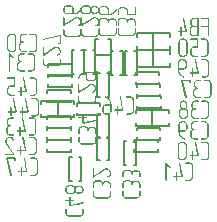
<source format=gbo>
G04*
G04 #@! TF.GenerationSoftware,Altium Limited,Altium Designer,24.4.1 (13)*
G04*
G04 Layer_Color=16776960*
%FSLAX44Y44*%
%MOMM*%
G71*
G04*
G04 #@! TF.SameCoordinates,925E675A-46DA-42A4-AE84-68A0AB10CA93*
G04*
G04*
G04 #@! TF.FilePolarity,Positive*
G04*
G01*
G75*
%ADD15C,0.1500*%
G36*
X513976Y407046D02*
X514056Y407036D01*
X514126Y407006D01*
X514195Y406966D01*
X514295Y406876D01*
X514355Y406777D01*
X514395Y406677D01*
X514415Y406587D01*
X514425Y406517D01*
Y406507D01*
Y406497D01*
Y404830D01*
X514415Y404730D01*
X514395Y404640D01*
X514375Y404571D01*
X514345Y404511D01*
X514315Y404471D01*
X514285Y404441D01*
X514275Y404421D01*
X514265Y404411D01*
X514165Y404371D01*
X514076Y404341D01*
X514016Y404311D01*
X513956Y404301D01*
X513916Y404291D01*
X513886Y404281D01*
X513866D01*
X513776Y404291D01*
X513706Y404301D01*
X513636Y404321D01*
X513576Y404351D01*
X513526Y404371D01*
X513497Y404391D01*
X513477Y404401D01*
X513467Y404411D01*
X513417Y404471D01*
X513377Y404541D01*
X513347Y404610D01*
X513327Y404680D01*
X513317Y404740D01*
X513307Y404790D01*
Y404820D01*
Y404830D01*
Y405938D01*
X507877D01*
X511071Y392123D01*
X511101Y391973D01*
X511091Y391883D01*
X511071Y391803D01*
X511041Y391733D01*
X511011Y391674D01*
X510981Y391634D01*
X510951Y391604D01*
X510931Y391584D01*
X510921Y391574D01*
X510851Y391534D01*
X510771Y391504D01*
X510642Y391464D01*
X510592Y391454D01*
X510552Y391444D01*
X510522D01*
X510182Y391554D01*
X510123Y391634D01*
X510073Y391703D01*
X510043Y391763D01*
X510013Y391803D01*
X510003Y391833D01*
X509993Y391853D01*
X509983Y391873D01*
X506629Y406367D01*
X506609Y406537D01*
X506619Y406627D01*
X506629Y406697D01*
X506659Y406767D01*
X506689Y406816D01*
X506719Y406856D01*
X506739Y406886D01*
X506759Y406906D01*
X506769Y406916D01*
X506828Y406966D01*
X506898Y406996D01*
X507028Y407036D01*
X507078Y407046D01*
X507128Y407056D01*
X513876D01*
X513976Y407046D01*
D02*
G37*
G36*
X522041Y406936D02*
X522091Y406886D01*
X522141Y406837D01*
X522191Y406727D01*
X522211Y406687D01*
X522221Y406647D01*
X522231Y406617D01*
Y406607D01*
X524467Y395457D01*
X524477Y395317D01*
X524467Y395237D01*
X524447Y395167D01*
X524427Y395097D01*
X524397Y395047D01*
X524367Y394998D01*
X524337Y394968D01*
X524327Y394948D01*
X524317Y394938D01*
X524257Y394888D01*
X524188Y394848D01*
X524118Y394828D01*
X524058Y394808D01*
X523998Y394798D01*
X523958Y394788D01*
X520015D01*
Y391993D01*
X520005Y391893D01*
X519985Y391803D01*
X519965Y391733D01*
X519935Y391674D01*
X519905Y391634D01*
X519875Y391604D01*
X519865Y391584D01*
X519855Y391574D01*
X519755Y391534D01*
X519666Y391504D01*
X519606Y391474D01*
X519546Y391464D01*
X519506Y391454D01*
X519476Y391444D01*
X519456D01*
X519366Y391454D01*
X519296Y391464D01*
X519226Y391484D01*
X519166Y391514D01*
X519117Y391534D01*
X519087Y391554D01*
X519067Y391564D01*
X519057Y391574D01*
X519007Y391634D01*
X518967Y391703D01*
X518937Y391773D01*
X518917Y391843D01*
X518907Y391903D01*
X518897Y391953D01*
Y391983D01*
Y391993D01*
Y394788D01*
X517220D01*
X517120Y394798D01*
X517040Y394818D01*
X516970Y394838D01*
X516911Y394878D01*
X516871Y394908D01*
X516841Y394928D01*
X516821Y394948D01*
X516811Y394958D01*
X516761Y395028D01*
X516721Y395097D01*
X516701Y395157D01*
X516681Y395217D01*
X516671Y395267D01*
X516661Y395307D01*
Y395337D01*
Y395347D01*
X516671Y395417D01*
X516691Y395487D01*
X516751Y395616D01*
X516781Y395656D01*
X516811Y395696D01*
X516831Y395716D01*
X516841Y395726D01*
X516900Y395786D01*
X516970Y395826D01*
X517030Y395866D01*
X517090Y395886D01*
X517140Y395896D01*
X517180Y395906D01*
X518897D01*
Y398701D01*
X518907Y398791D01*
X518927Y398871D01*
X518957Y398941D01*
X518987Y399000D01*
X519017Y399050D01*
X519047Y399080D01*
X519067Y399100D01*
X519077Y399110D01*
X519146Y399160D01*
X519206Y399200D01*
X519276Y399220D01*
X519336Y399240D01*
X519386Y399250D01*
X519426Y399260D01*
X519456D01*
X519536Y399250D01*
X519616Y399230D01*
X519686Y399200D01*
X519745Y399170D01*
X519785Y399130D01*
X519825Y399100D01*
X519845Y399080D01*
X519855Y399070D01*
X519905Y399000D01*
X519945Y398931D01*
X519975Y398871D01*
X519995Y398811D01*
X520005Y398771D01*
X520015Y398731D01*
Y398711D01*
Y398701D01*
Y395906D01*
X523239D01*
X521143Y406377D01*
X521133Y406507D01*
X521143Y406597D01*
X521163Y406667D01*
X521183Y406737D01*
X521213Y406796D01*
X521253Y406837D01*
X521273Y406866D01*
X521293Y406886D01*
X521303Y406896D01*
X521372Y406946D01*
X521432Y406986D01*
X521502Y407016D01*
X521562Y407036D01*
X521622Y407046D01*
X521662Y407056D01*
X521702D01*
X522041Y406936D01*
D02*
G37*
G36*
X530297Y407046D02*
X530546Y407016D01*
X530786Y406966D01*
X531005Y406896D01*
X531215Y406827D01*
X531415Y406737D01*
X531594Y406647D01*
X531764Y406557D01*
X531914Y406457D01*
X532043Y406367D01*
X532153Y406278D01*
X532253Y406208D01*
X532323Y406138D01*
X532383Y406088D01*
X532413Y406058D01*
X532423Y406048D01*
X532593Y405858D01*
X532742Y405659D01*
X532872Y405459D01*
X532982Y405259D01*
X533072Y405060D01*
X533152Y404860D01*
X533221Y404680D01*
X533271Y404501D01*
X533311Y404331D01*
X533341Y404181D01*
X533361Y404041D01*
X533371Y403932D01*
X533381Y403832D01*
X533391Y403762D01*
Y403722D01*
Y403702D01*
Y394788D01*
X533381Y394528D01*
X533351Y394289D01*
X533301Y394049D01*
X533231Y393830D01*
X533152Y393620D01*
X533072Y393420D01*
X532972Y393241D01*
X532882Y393081D01*
X532782Y392931D01*
X532692Y392791D01*
X532612Y392682D01*
X532533Y392592D01*
X532463Y392512D01*
X532413Y392462D01*
X532383Y392422D01*
X532373Y392412D01*
X532173Y392243D01*
X531974Y392093D01*
X531774Y391963D01*
X531574Y391853D01*
X531375Y391763D01*
X531185Y391684D01*
X530995Y391614D01*
X530816Y391564D01*
X530656Y391524D01*
X530506Y391494D01*
X530367Y391474D01*
X530257Y391464D01*
X530167Y391454D01*
X530097Y391444D01*
X527262D01*
X527162Y391454D01*
X527082Y391474D01*
X527012Y391494D01*
X526953Y391534D01*
X526913Y391564D01*
X526883Y391584D01*
X526863Y391604D01*
X526853Y391614D01*
X526803Y391684D01*
X526763Y391753D01*
X526743Y391813D01*
X526723Y391873D01*
X526713Y391923D01*
X526703Y391963D01*
Y391993D01*
Y392003D01*
X526713Y392073D01*
X526733Y392143D01*
X526793Y392272D01*
X526823Y392312D01*
X526853Y392352D01*
X526873Y392372D01*
X526883Y392382D01*
X526953Y392442D01*
X527012Y392482D01*
X527082Y392522D01*
X527142Y392542D01*
X527192Y392552D01*
X527232Y392562D01*
X530037D01*
X530207Y392572D01*
X530377Y392592D01*
X530526Y392622D01*
X530676Y392662D01*
X530946Y392772D01*
X531065Y392822D01*
X531175Y392891D01*
X531275Y392951D01*
X531365Y393001D01*
X531445Y393061D01*
X531505Y393111D01*
X531554Y393151D01*
X531594Y393181D01*
X531614Y393201D01*
X531624Y393211D01*
X531734Y393340D01*
X531834Y393470D01*
X531924Y393600D01*
X532004Y393740D01*
X532063Y393870D01*
X532113Y393999D01*
X532193Y394249D01*
X532223Y394359D01*
X532243Y394459D01*
X532253Y394558D01*
X532263Y394638D01*
X532273Y394698D01*
Y394748D01*
Y394778D01*
Y394788D01*
Y403702D01*
X532263Y403872D01*
X532243Y404041D01*
X532213Y404201D01*
X532173Y404351D01*
X532123Y404491D01*
X532063Y404620D01*
X532014Y404740D01*
X531944Y404850D01*
X531884Y404950D01*
X531834Y405040D01*
X531774Y405110D01*
X531724Y405179D01*
X531684Y405219D01*
X531654Y405259D01*
X531634Y405279D01*
X531624Y405289D01*
X531494Y405399D01*
X531365Y405499D01*
X531235Y405589D01*
X531095Y405669D01*
X530965Y405728D01*
X530836Y405778D01*
X530586Y405858D01*
X530466Y405888D01*
X530367Y405908D01*
X530277Y405918D01*
X530197Y405928D01*
X530127Y405938D01*
X527262D01*
X527162Y405948D01*
X527082Y405968D01*
X527012Y405988D01*
X526953Y406028D01*
X526913Y406058D01*
X526883Y406078D01*
X526863Y406098D01*
X526853Y406108D01*
X526803Y406178D01*
X526763Y406247D01*
X526743Y406307D01*
X526723Y406367D01*
X526713Y406417D01*
X526703Y406457D01*
Y406487D01*
Y406497D01*
X526713Y406567D01*
X526733Y406637D01*
X526793Y406767D01*
X526823Y406806D01*
X526853Y406847D01*
X526873Y406866D01*
X526883Y406876D01*
X526953Y406936D01*
X527012Y406976D01*
X527082Y407016D01*
X527142Y407036D01*
X527192Y407046D01*
X527232Y407056D01*
X530037D01*
X530297Y407046D01*
D02*
G37*
G36*
X523036Y457186D02*
X523086Y457136D01*
X523136Y457086D01*
X523186Y456977D01*
X523206Y456937D01*
X523216Y456897D01*
X523226Y456867D01*
Y456857D01*
X525462Y445707D01*
X525472Y445567D01*
X525462Y445487D01*
X525442Y445417D01*
X525422Y445347D01*
X525392Y445298D01*
X525362Y445248D01*
X525332Y445218D01*
X525322Y445198D01*
X525312Y445188D01*
X525252Y445138D01*
X525182Y445098D01*
X525113Y445078D01*
X525053Y445058D01*
X524993Y445048D01*
X524953Y445038D01*
X521010D01*
Y442243D01*
X521000Y442143D01*
X520980Y442053D01*
X520960Y441983D01*
X520930Y441923D01*
X520900Y441884D01*
X520870Y441854D01*
X520860Y441834D01*
X520850Y441824D01*
X520750Y441784D01*
X520661Y441754D01*
X520601Y441724D01*
X520541Y441714D01*
X520501Y441704D01*
X520471Y441694D01*
X520451D01*
X520361Y441704D01*
X520291Y441714D01*
X520221Y441734D01*
X520162Y441764D01*
X520112Y441784D01*
X520082Y441804D01*
X520062Y441814D01*
X520052Y441824D01*
X520002Y441884D01*
X519962Y441953D01*
X519932Y442023D01*
X519912Y442093D01*
X519902Y442153D01*
X519892Y442203D01*
Y442233D01*
Y442243D01*
Y445038D01*
X518215D01*
X518115Y445048D01*
X518035Y445068D01*
X517965Y445088D01*
X517906Y445128D01*
X517866Y445158D01*
X517836Y445178D01*
X517816Y445198D01*
X517806Y445208D01*
X517756Y445277D01*
X517716Y445347D01*
X517696Y445407D01*
X517676Y445467D01*
X517666Y445517D01*
X517656Y445557D01*
Y445587D01*
Y445597D01*
X517666Y445667D01*
X517686Y445737D01*
X517746Y445867D01*
X517776Y445906D01*
X517806Y445946D01*
X517826Y445966D01*
X517836Y445976D01*
X517896Y446036D01*
X517965Y446076D01*
X518025Y446116D01*
X518085Y446136D01*
X518135Y446146D01*
X518175Y446156D01*
X519892D01*
Y448951D01*
X519902Y449041D01*
X519922Y449121D01*
X519952Y449190D01*
X519982Y449250D01*
X520012Y449300D01*
X520042Y449330D01*
X520062Y449350D01*
X520072Y449360D01*
X520141Y449410D01*
X520201Y449450D01*
X520271Y449470D01*
X520331Y449490D01*
X520381Y449500D01*
X520421Y449510D01*
X520451D01*
X520531Y449500D01*
X520611Y449480D01*
X520681Y449450D01*
X520741Y449420D01*
X520780Y449380D01*
X520820Y449350D01*
X520840Y449330D01*
X520850Y449320D01*
X520900Y449250D01*
X520940Y449181D01*
X520970Y449121D01*
X520990Y449061D01*
X521000Y449021D01*
X521010Y448981D01*
Y448961D01*
Y448951D01*
Y446156D01*
X524234D01*
X522138Y456627D01*
X522128Y456757D01*
X522138Y456847D01*
X522158Y456917D01*
X522178Y456987D01*
X522208Y457047D01*
X522248Y457086D01*
X522268Y457116D01*
X522288Y457136D01*
X522298Y457146D01*
X522368Y457196D01*
X522427Y457236D01*
X522497Y457266D01*
X522557Y457286D01*
X522617Y457296D01*
X522657Y457306D01*
X522697D01*
X523036Y457186D01*
D02*
G37*
G36*
X512994D02*
X513044Y457136D01*
X513094Y457086D01*
X513144Y456977D01*
X513164Y456937D01*
X513174Y456897D01*
X513184Y456867D01*
Y456857D01*
X515420Y445707D01*
X515430Y445567D01*
X515420Y445487D01*
X515400Y445417D01*
X515380Y445347D01*
X515350Y445298D01*
X515320Y445248D01*
X515290Y445218D01*
X515280Y445198D01*
X515270Y445188D01*
X515210Y445138D01*
X515140Y445098D01*
X515071Y445078D01*
X515011Y445058D01*
X514951Y445048D01*
X514911Y445038D01*
X510968D01*
Y442243D01*
X510958Y442143D01*
X510938Y442053D01*
X510918Y441983D01*
X510888Y441923D01*
X510858Y441884D01*
X510828Y441854D01*
X510818Y441834D01*
X510808Y441824D01*
X510708Y441784D01*
X510619Y441754D01*
X510559Y441724D01*
X510499Y441714D01*
X510459Y441704D01*
X510429Y441694D01*
X510409D01*
X510319Y441704D01*
X510249Y441714D01*
X510179Y441734D01*
X510119Y441764D01*
X510070Y441784D01*
X510039Y441804D01*
X510020Y441814D01*
X510010Y441824D01*
X509960Y441884D01*
X509920Y441953D01*
X509890Y442023D01*
X509870Y442093D01*
X509860Y442153D01*
X509850Y442203D01*
Y442233D01*
Y442243D01*
Y445038D01*
X508173D01*
X508073Y445048D01*
X507993Y445068D01*
X507923Y445088D01*
X507863Y445128D01*
X507823Y445158D01*
X507794Y445178D01*
X507774Y445198D01*
X507764Y445208D01*
X507714Y445277D01*
X507674Y445347D01*
X507654Y445407D01*
X507634Y445467D01*
X507624Y445517D01*
X507614Y445557D01*
Y445587D01*
Y445597D01*
X507624Y445667D01*
X507644Y445737D01*
X507704Y445867D01*
X507734Y445906D01*
X507764Y445946D01*
X507784Y445966D01*
X507794Y445976D01*
X507853Y446036D01*
X507923Y446076D01*
X507983Y446116D01*
X508043Y446136D01*
X508093Y446146D01*
X508133Y446156D01*
X509850D01*
Y448951D01*
X509860Y449041D01*
X509880Y449121D01*
X509910Y449190D01*
X509940Y449250D01*
X509970Y449300D01*
X510000Y449330D01*
X510020Y449350D01*
X510030Y449360D01*
X510099Y449410D01*
X510159Y449450D01*
X510229Y449470D01*
X510289Y449490D01*
X510339Y449500D01*
X510379Y449510D01*
X510409D01*
X510489Y449500D01*
X510569Y449480D01*
X510639Y449450D01*
X510698Y449420D01*
X510738Y449380D01*
X510778Y449350D01*
X510798Y449330D01*
X510808Y449320D01*
X510858Y449250D01*
X510898Y449181D01*
X510928Y449121D01*
X510948Y449061D01*
X510958Y449021D01*
X510968Y448981D01*
Y448961D01*
Y448951D01*
Y446156D01*
X514192D01*
X512096Y456627D01*
X512086Y456757D01*
X512096Y456847D01*
X512116Y456917D01*
X512136Y456987D01*
X512166Y457047D01*
X512206Y457086D01*
X512226Y457116D01*
X512246Y457136D01*
X512256Y457146D01*
X512326Y457196D01*
X512385Y457236D01*
X512455Y457266D01*
X512515Y457286D01*
X512575Y457296D01*
X512615Y457306D01*
X512655D01*
X512994Y457186D01*
D02*
G37*
G36*
X531292Y457296D02*
X531541Y457266D01*
X531781Y457216D01*
X532000Y457146D01*
X532210Y457076D01*
X532410Y456987D01*
X532589Y456897D01*
X532759Y456807D01*
X532909Y456707D01*
X533038Y456617D01*
X533148Y456527D01*
X533248Y456458D01*
X533318Y456388D01*
X533378Y456338D01*
X533408Y456308D01*
X533418Y456298D01*
X533588Y456108D01*
X533737Y455909D01*
X533867Y455709D01*
X533977Y455509D01*
X534067Y455310D01*
X534147Y455110D01*
X534216Y454930D01*
X534266Y454751D01*
X534306Y454581D01*
X534336Y454431D01*
X534356Y454291D01*
X534366Y454182D01*
X534376Y454082D01*
X534386Y454012D01*
Y453972D01*
Y453952D01*
Y445038D01*
X534376Y444778D01*
X534346Y444539D01*
X534296Y444299D01*
X534226Y444080D01*
X534147Y443870D01*
X534067Y443670D01*
X533967Y443491D01*
X533877Y443331D01*
X533777Y443181D01*
X533687Y443041D01*
X533607Y442932D01*
X533528Y442842D01*
X533458Y442762D01*
X533408Y442712D01*
X533378Y442672D01*
X533368Y442662D01*
X533168Y442492D01*
X532969Y442343D01*
X532769Y442213D01*
X532569Y442103D01*
X532370Y442013D01*
X532180Y441934D01*
X531990Y441864D01*
X531811Y441814D01*
X531651Y441774D01*
X531501Y441744D01*
X531362Y441724D01*
X531252Y441714D01*
X531162Y441704D01*
X531092Y441694D01*
X528257D01*
X528157Y441704D01*
X528077Y441724D01*
X528008Y441744D01*
X527948Y441784D01*
X527908Y441814D01*
X527878Y441834D01*
X527858Y441854D01*
X527848Y441864D01*
X527798Y441934D01*
X527758Y442003D01*
X527738Y442063D01*
X527718Y442123D01*
X527708Y442173D01*
X527698Y442213D01*
Y442243D01*
Y442253D01*
X527708Y442323D01*
X527728Y442393D01*
X527788Y442522D01*
X527818Y442562D01*
X527848Y442602D01*
X527868Y442622D01*
X527878Y442632D01*
X527948Y442692D01*
X528008Y442732D01*
X528077Y442772D01*
X528137Y442792D01*
X528187Y442802D01*
X528227Y442812D01*
X531032D01*
X531202Y442822D01*
X531371Y442842D01*
X531521Y442872D01*
X531671Y442912D01*
X531940Y443022D01*
X532060Y443072D01*
X532170Y443141D01*
X532270Y443201D01*
X532360Y443251D01*
X532440Y443311D01*
X532500Y443361D01*
X532549Y443401D01*
X532589Y443431D01*
X532609Y443451D01*
X532619Y443461D01*
X532729Y443591D01*
X532829Y443720D01*
X532919Y443850D01*
X532999Y443990D01*
X533059Y444120D01*
X533108Y444249D01*
X533188Y444499D01*
X533218Y444609D01*
X533238Y444709D01*
X533248Y444808D01*
X533258Y444888D01*
X533268Y444948D01*
Y444998D01*
Y445028D01*
Y445038D01*
Y453952D01*
X533258Y454122D01*
X533238Y454291D01*
X533208Y454451D01*
X533168Y454601D01*
X533118Y454741D01*
X533059Y454870D01*
X533009Y454990D01*
X532939Y455100D01*
X532879Y455200D01*
X532829Y455290D01*
X532769Y455359D01*
X532719Y455429D01*
X532679Y455469D01*
X532649Y455509D01*
X532629Y455529D01*
X532619Y455539D01*
X532490Y455649D01*
X532360Y455749D01*
X532230Y455839D01*
X532090Y455919D01*
X531960Y455978D01*
X531831Y456028D01*
X531581Y456108D01*
X531461Y456138D01*
X531362Y456158D01*
X531272Y456168D01*
X531192Y456178D01*
X531122Y456188D01*
X528257D01*
X528157Y456198D01*
X528077Y456218D01*
X528008Y456238D01*
X527948Y456278D01*
X527908Y456308D01*
X527878Y456328D01*
X527858Y456348D01*
X527848Y456358D01*
X527798Y456428D01*
X527758Y456497D01*
X527738Y456557D01*
X527718Y456617D01*
X527708Y456667D01*
X527698Y456707D01*
Y456737D01*
Y456747D01*
X527708Y456817D01*
X527728Y456887D01*
X527788Y457017D01*
X527818Y457057D01*
X527848Y457096D01*
X527868Y457116D01*
X527878Y457126D01*
X527948Y457186D01*
X528008Y457226D01*
X528077Y457266D01*
X528137Y457286D01*
X528187Y457296D01*
X528227Y457306D01*
X531032D01*
X531292Y457296D01*
D02*
G37*
G36*
X674733Y437801D02*
X674982Y437771D01*
X675222Y437721D01*
X675441Y437651D01*
X675651Y437581D01*
X675851Y437492D01*
X676030Y437402D01*
X676200Y437312D01*
X676350Y437212D01*
X676479Y437122D01*
X676589Y437033D01*
X676689Y436963D01*
X676759Y436893D01*
X676819Y436843D01*
X676849Y436813D01*
X676859Y436803D01*
X677029Y436613D01*
X677178Y436414D01*
X677308Y436214D01*
X677418Y436014D01*
X677508Y435815D01*
X677588Y435615D01*
X677657Y435435D01*
X677707Y435256D01*
X677747Y435086D01*
X677777Y434936D01*
X677797Y434796D01*
X677807Y434687D01*
X677817Y434587D01*
X677827Y434517D01*
Y434477D01*
Y434457D01*
Y425543D01*
X677817Y425283D01*
X677787Y425044D01*
X677737Y424804D01*
X677667Y424585D01*
X677588Y424375D01*
X677508Y424175D01*
X677408Y423996D01*
X677318Y423836D01*
X677218Y423686D01*
X677128Y423546D01*
X677048Y423437D01*
X676969Y423347D01*
X676899Y423267D01*
X676849Y423217D01*
X676819Y423177D01*
X676809Y423167D01*
X676609Y422998D01*
X676410Y422848D01*
X676210Y422718D01*
X676010Y422608D01*
X675811Y422518D01*
X675621Y422439D01*
X675431Y422369D01*
X675252Y422319D01*
X675092Y422279D01*
X674942Y422249D01*
X674802Y422229D01*
X674693Y422219D01*
X674603Y422209D01*
X674533Y422199D01*
X671698D01*
X671598Y422209D01*
X671518Y422229D01*
X671449Y422249D01*
X671389Y422289D01*
X671349Y422319D01*
X671319Y422339D01*
X671299Y422359D01*
X671289Y422369D01*
X671239Y422439D01*
X671199Y422508D01*
X671179Y422568D01*
X671159Y422628D01*
X671149Y422678D01*
X671139Y422718D01*
Y422748D01*
Y422758D01*
X671149Y422828D01*
X671169Y422898D01*
X671229Y423027D01*
X671259Y423067D01*
X671289Y423107D01*
X671309Y423127D01*
X671319Y423137D01*
X671389Y423197D01*
X671449Y423237D01*
X671518Y423277D01*
X671578Y423297D01*
X671628Y423307D01*
X671668Y423317D01*
X674473D01*
X674643Y423327D01*
X674812Y423347D01*
X674962Y423377D01*
X675112Y423417D01*
X675381Y423527D01*
X675501Y423577D01*
X675611Y423646D01*
X675711Y423706D01*
X675801Y423756D01*
X675881Y423816D01*
X675940Y423866D01*
X675990Y423906D01*
X676030Y423936D01*
X676050Y423956D01*
X676060Y423966D01*
X676170Y424095D01*
X676270Y424225D01*
X676360Y424355D01*
X676440Y424495D01*
X676499Y424625D01*
X676549Y424754D01*
X676629Y425004D01*
X676659Y425114D01*
X676679Y425214D01*
X676689Y425313D01*
X676699Y425393D01*
X676709Y425453D01*
Y425503D01*
Y425533D01*
Y425543D01*
Y434457D01*
X676699Y434627D01*
X676679Y434796D01*
X676649Y434956D01*
X676609Y435106D01*
X676559Y435246D01*
X676499Y435375D01*
X676450Y435495D01*
X676380Y435605D01*
X676320Y435705D01*
X676270Y435795D01*
X676210Y435865D01*
X676160Y435934D01*
X676120Y435974D01*
X676090Y436014D01*
X676070Y436034D01*
X676060Y436044D01*
X675930Y436154D01*
X675801Y436254D01*
X675671Y436344D01*
X675531Y436424D01*
X675401Y436483D01*
X675272Y436533D01*
X675022Y436613D01*
X674902Y436643D01*
X674802Y436663D01*
X674713Y436673D01*
X674633Y436683D01*
X674563Y436693D01*
X671698D01*
X671598Y436703D01*
X671518Y436723D01*
X671449Y436743D01*
X671389Y436783D01*
X671349Y436813D01*
X671319Y436833D01*
X671299Y436853D01*
X671289Y436863D01*
X671239Y436933D01*
X671199Y437002D01*
X671179Y437062D01*
X671159Y437122D01*
X671149Y437172D01*
X671139Y437212D01*
Y437242D01*
Y437252D01*
X671149Y437322D01*
X671169Y437392D01*
X671229Y437522D01*
X671259Y437561D01*
X671289Y437602D01*
X671309Y437621D01*
X671319Y437631D01*
X671389Y437691D01*
X671449Y437731D01*
X671518Y437771D01*
X671578Y437791D01*
X671628Y437801D01*
X671668Y437811D01*
X674473D01*
X674733Y437801D01*
D02*
G37*
G36*
X668454D02*
X668534Y437781D01*
X668614Y437741D01*
X668663Y437701D01*
X668713Y437661D01*
X668743Y437621D01*
X668763Y437602D01*
X668773Y437592D01*
X668813Y437512D01*
X668843Y437442D01*
X668873Y437392D01*
X668883Y437342D01*
X668893Y437302D01*
X668903Y437272D01*
Y437262D01*
Y437252D01*
X668893Y437172D01*
X668883Y437092D01*
X668863Y437023D01*
X668833Y436963D01*
X668803Y436913D01*
X668783Y436873D01*
X668773Y436853D01*
X668763Y436843D01*
X668703Y436793D01*
X668633Y436753D01*
X668564Y436733D01*
X668494Y436713D01*
X668444Y436703D01*
X668394Y436693D01*
X666128D01*
X665958Y436683D01*
X665789Y436663D01*
X665629Y436633D01*
X665479Y436593D01*
X665339Y436543D01*
X665210Y436483D01*
X665090Y436424D01*
X664980Y436364D01*
X664880Y436304D01*
X664790Y436244D01*
X664721Y436184D01*
X664651Y436134D01*
X664611Y436094D01*
X664571Y436064D01*
X664551Y436044D01*
X664541Y436034D01*
X664431Y435914D01*
X664331Y435785D01*
X664241Y435645D01*
X664162Y435515D01*
X664102Y435385D01*
X664052Y435246D01*
X663972Y435006D01*
X663942Y434886D01*
X663922Y434786D01*
X663912Y434697D01*
X663902Y434617D01*
X663892Y434547D01*
Y434497D01*
Y434467D01*
Y434457D01*
Y433349D01*
X663902Y433179D01*
X663922Y433010D01*
X663952Y432850D01*
X663992Y432710D01*
X664102Y432431D01*
X664152Y432311D01*
X664211Y432201D01*
X664281Y432101D01*
X664331Y432021D01*
X664391Y431942D01*
X664441Y431882D01*
X664481Y431832D01*
X664511Y431792D01*
X664531Y431772D01*
X664541Y431762D01*
X664661Y431652D01*
X664790Y431552D01*
X664930Y431462D01*
X665060Y431393D01*
X665200Y431333D01*
X665329Y431283D01*
X665579Y431203D01*
X665689Y431173D01*
X665799Y431153D01*
X665888Y431143D01*
X665968Y431133D01*
X666038Y431123D01*
X666128D01*
X666228Y431113D01*
X666308Y431093D01*
X666387Y431053D01*
X666437Y431013D01*
X666487Y430973D01*
X666517Y430933D01*
X666537Y430913D01*
X666547Y430903D01*
X666587Y430824D01*
X666617Y430754D01*
X666647Y430704D01*
X666657Y430654D01*
X666667Y430614D01*
X666677Y430584D01*
Y430574D01*
Y430564D01*
X666667Y430484D01*
X666657Y430404D01*
X666637Y430334D01*
X666607Y430275D01*
X666577Y430225D01*
X666557Y430185D01*
X666547Y430165D01*
X666537Y430155D01*
X666477Y430105D01*
X666407Y430065D01*
X666338Y430045D01*
X666268Y430025D01*
X666218Y430015D01*
X666168Y430005D01*
X665569D01*
X665399Y429995D01*
X665230Y429975D01*
X665070Y429945D01*
X664920Y429905D01*
X664780Y429855D01*
X664651Y429795D01*
X664531Y429735D01*
X664421Y429676D01*
X664321Y429616D01*
X664231Y429556D01*
X664162Y429496D01*
X664092Y429446D01*
X664052Y429406D01*
X664012Y429376D01*
X663992Y429356D01*
X663982Y429346D01*
X663872Y429226D01*
X663772Y429097D01*
X663682Y428957D01*
X663603Y428827D01*
X663543Y428697D01*
X663493Y428558D01*
X663413Y428318D01*
X663383Y428198D01*
X663363Y428098D01*
X663353Y428009D01*
X663343Y427929D01*
X663333Y427859D01*
Y427809D01*
Y427779D01*
Y427769D01*
Y425543D01*
X663343Y425373D01*
X663363Y425204D01*
X663393Y425044D01*
X663433Y424904D01*
X663543Y424625D01*
X663593Y424505D01*
X663652Y424395D01*
X663722Y424295D01*
X663772Y424215D01*
X663832Y424136D01*
X663882Y424076D01*
X663922Y424026D01*
X663952Y423986D01*
X663972Y423966D01*
X663982Y423956D01*
X664102Y423846D01*
X664231Y423746D01*
X664371Y423656D01*
X664501Y423587D01*
X664641Y423527D01*
X664770Y423477D01*
X665020Y423397D01*
X665130Y423367D01*
X665240Y423347D01*
X665329Y423337D01*
X665409Y423327D01*
X665479Y423317D01*
X668354D01*
X668454Y423307D01*
X668534Y423287D01*
X668614Y423247D01*
X668663Y423207D01*
X668713Y423167D01*
X668743Y423127D01*
X668763Y423107D01*
X668773Y423097D01*
X668813Y423018D01*
X668843Y422948D01*
X668873Y422898D01*
X668883Y422848D01*
X668893Y422808D01*
X668903Y422778D01*
Y422768D01*
Y422758D01*
X668893Y422678D01*
X668883Y422598D01*
X668863Y422528D01*
X668833Y422468D01*
X668803Y422419D01*
X668783Y422379D01*
X668773Y422359D01*
X668763Y422349D01*
X668703Y422299D01*
X668633Y422259D01*
X668564Y422239D01*
X668494Y422219D01*
X668444Y422209D01*
X668394Y422199D01*
X665559D01*
X665300Y422209D01*
X665060Y422239D01*
X664820Y422289D01*
X664601Y422349D01*
X664391Y422429D01*
X664201Y422508D01*
X664022Y422588D01*
X663852Y422688D01*
X663702Y422778D01*
X663572Y422858D01*
X663463Y422948D01*
X663363Y423018D01*
X663293Y423077D01*
X663233Y423127D01*
X663203Y423157D01*
X663193Y423167D01*
X663024Y423357D01*
X662874Y423546D01*
X662744Y423746D01*
X662624Y423956D01*
X662534Y424155D01*
X662455Y424345D01*
X662385Y424545D01*
X662335Y424724D01*
X662295Y424894D01*
X662265Y425054D01*
X662245Y425194D01*
X662225Y425313D01*
Y425403D01*
X662215Y425483D01*
Y425523D01*
Y425543D01*
Y427769D01*
X662225Y427949D01*
X662235Y428118D01*
X662295Y428438D01*
X662375Y428737D01*
X662425Y428877D01*
X662475Y429007D01*
X662524Y429117D01*
X662574Y429226D01*
X662614Y429316D01*
X662654Y429396D01*
X662684Y429456D01*
X662714Y429496D01*
X662724Y429526D01*
X662734Y429536D01*
X662834Y429686D01*
X662934Y429825D01*
X663044Y429955D01*
X663153Y430075D01*
X663263Y430185D01*
X663363Y430285D01*
X663473Y430374D01*
X663563Y430454D01*
X663742Y430574D01*
X663822Y430624D01*
X663882Y430664D01*
X663942Y430694D01*
X663982Y430714D01*
X664002Y430734D01*
X664012D01*
X663792Y430943D01*
X663603Y431153D01*
X663443Y431353D01*
X663313Y431532D01*
X663213Y431682D01*
X663173Y431742D01*
X663143Y431802D01*
X663113Y431842D01*
X663093Y431872D01*
X663083Y431892D01*
Y431902D01*
X663014Y432021D01*
X662964Y432141D01*
X662924Y432241D01*
X662884Y432341D01*
X662864Y432421D01*
X662854Y432481D01*
X662844Y432520D01*
Y432531D01*
X662774Y432760D01*
Y432980D01*
Y433349D01*
Y434457D01*
X662784Y434717D01*
X662814Y434966D01*
X662864Y435196D01*
X662924Y435425D01*
X663004Y435635D01*
X663083Y435825D01*
X663173Y436004D01*
X663263Y436174D01*
X663353Y436324D01*
X663443Y436454D01*
X663523Y436563D01*
X663603Y436663D01*
X663662Y436733D01*
X663712Y436793D01*
X663742Y436823D01*
X663752Y436833D01*
X663942Y437002D01*
X664131Y437152D01*
X664331Y437282D01*
X664531Y437402D01*
X664731Y437492D01*
X664930Y437571D01*
X665120Y437641D01*
X665300Y437691D01*
X665469Y437731D01*
X665629Y437761D01*
X665769Y437781D01*
X665888Y437801D01*
X665988D01*
X666068Y437811D01*
X668354D01*
X668454Y437801D01*
D02*
G37*
G36*
X656885D02*
X657134Y437771D01*
X657374Y437721D01*
X657593Y437651D01*
X657803Y437581D01*
X658002Y437492D01*
X658182Y437402D01*
X658352Y437312D01*
X658502Y437212D01*
X658631Y437122D01*
X658741Y437033D01*
X658841Y436963D01*
X658911Y436893D01*
X658971Y436843D01*
X659001Y436813D01*
X659011Y436803D01*
X659180Y436613D01*
X659330Y436414D01*
X659460Y436214D01*
X659570Y436014D01*
X659660Y435815D01*
X659739Y435615D01*
X659809Y435435D01*
X659859Y435256D01*
X659899Y435086D01*
X659929Y434936D01*
X659949Y434796D01*
X659959Y434687D01*
X659969Y434587D01*
X659979Y434517D01*
Y434477D01*
Y434457D01*
Y432231D01*
X659969Y431972D01*
X659939Y431722D01*
X659889Y431492D01*
X659829Y431263D01*
X659749Y431053D01*
X659669Y430863D01*
X659590Y430684D01*
X659490Y430514D01*
X659400Y430364D01*
X659320Y430235D01*
X659230Y430125D01*
X659160Y430025D01*
X659100Y429955D01*
X659051Y429895D01*
X659021Y429865D01*
X659011Y429855D01*
X658821Y429686D01*
X658631Y429536D01*
X658432Y429406D01*
X658232Y429296D01*
X658032Y429206D01*
X657833Y429127D01*
X657633Y429057D01*
X657453Y429007D01*
X657284Y428967D01*
X657124Y428937D01*
X656984Y428917D01*
X656864Y428907D01*
X656765Y428897D01*
X656685Y428887D01*
X653291D01*
X653301Y428607D01*
X653341Y428338D01*
X653391Y428078D01*
X653441Y427839D01*
X653471Y427729D01*
X653501Y427639D01*
X653530Y427549D01*
X653550Y427480D01*
X653570Y427420D01*
X653590Y427380D01*
X653600Y427350D01*
Y427340D01*
X653720Y427040D01*
X653840Y426761D01*
X653950Y426501D01*
X654060Y426282D01*
X654109Y426182D01*
X654159Y426092D01*
X654199Y426022D01*
X654229Y425952D01*
X654259Y425902D01*
X654279Y425862D01*
X654299Y425842D01*
Y425832D01*
X654419Y425653D01*
X654549Y425483D01*
X654668Y425323D01*
X654788Y425174D01*
X654898Y425044D01*
X655008Y424914D01*
X655118Y424804D01*
X655217Y424695D01*
X655307Y424605D01*
X655387Y424525D01*
X655457Y424465D01*
X655517Y424405D01*
X655567Y424365D01*
X655607Y424335D01*
X655627Y424315D01*
X655637Y424305D01*
X655906Y424076D01*
X656056Y423976D01*
X656475Y423706D01*
X656665Y423606D01*
X656844Y423517D01*
X656994Y423437D01*
X657134Y423377D01*
X657244Y423337D01*
X657324Y423307D01*
X657374Y423287D01*
X657394Y423277D01*
X657473Y423247D01*
X657533Y423207D01*
X657593Y423177D01*
X657633Y423137D01*
X657663Y423107D01*
X657683Y423077D01*
X657693Y423067D01*
Y423057D01*
X657723Y422958D01*
X657743Y422868D01*
X657753Y422828D01*
Y422798D01*
Y422778D01*
Y422768D01*
X657743Y422678D01*
X657733Y422598D01*
X657713Y422528D01*
X657683Y422468D01*
X657653Y422419D01*
X657633Y422379D01*
X657623Y422359D01*
X657613Y422349D01*
X657523Y422299D01*
X657443Y422259D01*
X657374Y422229D01*
X657324Y422209D01*
X657284Y422199D01*
X657254Y422189D01*
X657234D01*
X656994Y422229D01*
X656575Y422419D01*
X656176Y422618D01*
X655796Y422848D01*
X655447Y423087D01*
X655128Y423337D01*
X654828Y423587D01*
X654559Y423836D01*
X654309Y424086D01*
X654099Y424315D01*
X653910Y424535D01*
X653740Y424734D01*
X653610Y424904D01*
X653511Y425044D01*
X653431Y425154D01*
X653401Y425194D01*
X653381Y425224D01*
X653371Y425233D01*
Y425243D01*
X653161Y425613D01*
X652971Y425982D01*
X652812Y426352D01*
X652682Y426721D01*
X652562Y427090D01*
X652462Y427440D01*
X652383Y427779D01*
X652323Y428098D01*
X652273Y428388D01*
X652233Y428657D01*
X652213Y428897D01*
X652193Y429107D01*
X652183Y429196D01*
Y429266D01*
X652173Y429336D01*
Y429396D01*
Y429436D01*
Y429466D01*
Y429486D01*
Y429496D01*
Y434457D01*
Y434806D01*
X652233Y435166D01*
X652402Y435755D01*
X652502Y435974D01*
X652622Y436174D01*
X652742Y436354D01*
X652862Y436513D01*
X652971Y436643D01*
X653061Y436743D01*
X653091Y436773D01*
X653121Y436803D01*
X653131Y436813D01*
X653141Y436823D01*
X653331Y436992D01*
X653530Y437152D01*
X653730Y437282D01*
X653930Y437392D01*
X654129Y437492D01*
X654329Y437571D01*
X654519Y437631D01*
X654698Y437691D01*
X654868Y437731D01*
X655018Y437761D01*
X655157Y437781D01*
X655277Y437791D01*
X655377Y437801D01*
X655447Y437811D01*
X656625D01*
X656885Y437801D01*
D02*
G37*
G36*
X656994Y525186D02*
X657044Y525136D01*
X657094Y525087D01*
X657144Y524977D01*
X657164Y524937D01*
X657174Y524897D01*
X657184Y524867D01*
Y524857D01*
X659420Y513707D01*
X659430Y513567D01*
X659420Y513487D01*
X659400Y513417D01*
X659380Y513347D01*
X659350Y513298D01*
X659320Y513248D01*
X659290Y513218D01*
X659280Y513198D01*
X659270Y513188D01*
X659210Y513138D01*
X659140Y513098D01*
X659071Y513078D01*
X659011Y513058D01*
X658951Y513048D01*
X658911Y513038D01*
X654968D01*
Y510243D01*
X654958Y510143D01*
X654938Y510053D01*
X654918Y509983D01*
X654888Y509924D01*
X654858Y509884D01*
X654828Y509854D01*
X654818Y509834D01*
X654808Y509824D01*
X654708Y509784D01*
X654619Y509754D01*
X654559Y509724D01*
X654499Y509714D01*
X654459Y509704D01*
X654429Y509694D01*
X654409D01*
X654319Y509704D01*
X654249Y509714D01*
X654179Y509734D01*
X654119Y509764D01*
X654070Y509784D01*
X654040Y509804D01*
X654020Y509814D01*
X654010Y509824D01*
X653960Y509884D01*
X653920Y509953D01*
X653890Y510023D01*
X653870Y510093D01*
X653860Y510153D01*
X653850Y510203D01*
Y510233D01*
Y510243D01*
Y513038D01*
X652173D01*
X652073Y513048D01*
X651993Y513068D01*
X651923Y513088D01*
X651863Y513128D01*
X651824Y513158D01*
X651794Y513178D01*
X651774Y513198D01*
X651764Y513208D01*
X651714Y513278D01*
X651674Y513347D01*
X651654Y513407D01*
X651634Y513467D01*
X651624Y513517D01*
X651614Y513557D01*
Y513587D01*
Y513597D01*
X651624Y513667D01*
X651644Y513737D01*
X651704Y513867D01*
X651734Y513906D01*
X651764Y513946D01*
X651784Y513966D01*
X651794Y513976D01*
X651853Y514036D01*
X651923Y514076D01*
X651983Y514116D01*
X652043Y514136D01*
X652093Y514146D01*
X652133Y514156D01*
X653850D01*
Y516951D01*
X653860Y517041D01*
X653880Y517121D01*
X653910Y517191D01*
X653940Y517251D01*
X653970Y517300D01*
X654000Y517330D01*
X654020Y517350D01*
X654030Y517360D01*
X654099Y517410D01*
X654159Y517450D01*
X654229Y517470D01*
X654289Y517490D01*
X654339Y517500D01*
X654379Y517510D01*
X654409D01*
X654489Y517500D01*
X654569Y517480D01*
X654639Y517450D01*
X654698Y517420D01*
X654738Y517380D01*
X654778Y517350D01*
X654798Y517330D01*
X654808Y517320D01*
X654858Y517251D01*
X654898Y517181D01*
X654928Y517121D01*
X654948Y517061D01*
X654958Y517021D01*
X654968Y516981D01*
Y516961D01*
Y516951D01*
Y514156D01*
X658192D01*
X656096Y524627D01*
X656086Y524757D01*
X656096Y524847D01*
X656116Y524917D01*
X656136Y524987D01*
X656166Y525047D01*
X656206Y525087D01*
X656226Y525116D01*
X656246Y525136D01*
X656256Y525146D01*
X656326Y525196D01*
X656385Y525236D01*
X656455Y525266D01*
X656515Y525286D01*
X656575Y525296D01*
X656615Y525306D01*
X656655D01*
X656994Y525186D01*
D02*
G37*
G36*
X677937Y525296D02*
X678017Y525286D01*
X678087Y525256D01*
X678157Y525216D01*
X678256Y525126D01*
X678316Y525027D01*
X678356Y524927D01*
X678376Y524837D01*
X678386Y524767D01*
Y524757D01*
Y524747D01*
Y510243D01*
X678376Y510143D01*
X678356Y510053D01*
X678336Y509983D01*
X678306Y509924D01*
X678276Y509884D01*
X678246Y509854D01*
X678236Y509834D01*
X678226Y509824D01*
X678127Y509784D01*
X678037Y509754D01*
X677977Y509724D01*
X677917Y509714D01*
X677877Y509704D01*
X677847Y509694D01*
X677827D01*
X677737Y509704D01*
X677667Y509714D01*
X677598Y509734D01*
X677538Y509764D01*
X677488Y509784D01*
X677458Y509804D01*
X677438Y509814D01*
X677428Y509824D01*
X677378Y509884D01*
X677338Y509953D01*
X677308Y510023D01*
X677288Y510093D01*
X677278Y510153D01*
X677268Y510203D01*
Y510233D01*
Y510243D01*
Y517490D01*
X672257D01*
X672157Y517500D01*
X672077Y517520D01*
X672008Y517540D01*
X671948Y517580D01*
X671908Y517610D01*
X671878Y517630D01*
X671858Y517650D01*
X671848Y517660D01*
X671798Y517730D01*
X671758Y517799D01*
X671738Y517859D01*
X671718Y517919D01*
X671708Y517969D01*
X671698Y518009D01*
Y518039D01*
Y518049D01*
X671708Y518119D01*
X671728Y518189D01*
X671788Y518318D01*
X671818Y518358D01*
X671848Y518398D01*
X671868Y518418D01*
X671878Y518428D01*
X671948Y518488D01*
X672008Y518528D01*
X672077Y518568D01*
X672137Y518588D01*
X672187Y518598D01*
X672227Y518608D01*
X677268D01*
Y524188D01*
X672257D01*
X672157Y524198D01*
X672077Y524218D01*
X672008Y524238D01*
X671948Y524278D01*
X671908Y524308D01*
X671878Y524328D01*
X671858Y524348D01*
X671848Y524358D01*
X671798Y524428D01*
X671758Y524497D01*
X671738Y524557D01*
X671718Y524617D01*
X671708Y524667D01*
X671698Y524707D01*
Y524737D01*
Y524747D01*
X671708Y524817D01*
X671728Y524887D01*
X671788Y525017D01*
X671818Y525056D01*
X671848Y525097D01*
X671868Y525116D01*
X671878Y525126D01*
X671948Y525186D01*
X672008Y525226D01*
X672077Y525266D01*
X672137Y525286D01*
X672187Y525296D01*
X672227Y525306D01*
X677837D01*
X677937Y525296D01*
D02*
G37*
G36*
X669003D02*
X669083Y525286D01*
X669163Y525256D01*
X669222Y525216D01*
X669322Y525126D01*
X669392Y525027D01*
X669432Y524927D01*
X669452Y524837D01*
X669462Y524767D01*
Y524757D01*
Y524747D01*
Y510243D01*
X669452Y510143D01*
X669442Y510063D01*
X669412Y509993D01*
X669372Y509924D01*
X669292Y509824D01*
X669183Y509764D01*
X669083Y509724D01*
X669003Y509704D01*
X668933Y509694D01*
X665010D01*
X664770Y509704D01*
X664541Y509734D01*
X664321Y509784D01*
X664112Y509854D01*
X663902Y509924D01*
X663712Y510013D01*
X663533Y510103D01*
X663373Y510193D01*
X663223Y510283D01*
X663093Y510373D01*
X662974Y510463D01*
X662874Y510532D01*
X662794Y510602D01*
X662744Y510652D01*
X662704Y510682D01*
X662694Y510692D01*
X662504Y510882D01*
X662345Y511082D01*
X662205Y511281D01*
X662085Y511481D01*
X661985Y511680D01*
X661906Y511880D01*
X661836Y512070D01*
X661776Y512239D01*
X661736Y512409D01*
X661706Y512559D01*
X661676Y512699D01*
X661666Y512818D01*
X661656Y512908D01*
X661646Y512978D01*
Y513028D01*
Y513038D01*
Y515264D01*
X661656Y515434D01*
X661666Y515593D01*
X661726Y515913D01*
X661806Y516202D01*
X661856Y516342D01*
X661906Y516462D01*
X661955Y516582D01*
X662005Y516682D01*
X662045Y516771D01*
X662085Y516851D01*
X662115Y516911D01*
X662145Y516951D01*
X662155Y516981D01*
X662165Y516991D01*
X662265Y517141D01*
X662365Y517290D01*
X662475Y517420D01*
X662584Y517540D01*
X662804Y517750D01*
X663014Y517929D01*
X663193Y518069D01*
X663273Y518119D01*
X663343Y518159D01*
X663393Y518199D01*
X663433Y518219D01*
X663463Y518239D01*
X663473D01*
X663243Y518448D01*
X663054Y518648D01*
X662884Y518838D01*
X662754Y519017D01*
X662654Y519177D01*
X662614Y519237D01*
X662584Y519297D01*
X662554Y519337D01*
X662534Y519367D01*
X662524Y519387D01*
Y519397D01*
X662425Y519636D01*
X662345Y519886D01*
X662295Y520135D01*
X662255Y520355D01*
X662245Y520455D01*
X662235Y520555D01*
X662225Y520634D01*
X662215Y520704D01*
Y520764D01*
Y520804D01*
Y520834D01*
Y520844D01*
Y521962D01*
Y522301D01*
X662275Y522661D01*
X662445Y523250D01*
X662544Y523469D01*
X662664Y523669D01*
X662784Y523849D01*
X662904Y524008D01*
X663014Y524138D01*
X663103Y524238D01*
X663133Y524268D01*
X663163Y524298D01*
X663173Y524308D01*
X663183Y524318D01*
X663373Y524487D01*
X663572Y524647D01*
X663772Y524777D01*
X663972Y524887D01*
X664172Y524987D01*
X664371Y525066D01*
X664561Y525126D01*
X664741Y525186D01*
X664910Y525226D01*
X665060Y525256D01*
X665200Y525276D01*
X665319Y525286D01*
X665419Y525296D01*
X665489Y525306D01*
X668903D01*
X669003Y525296D01*
D02*
G37*
G36*
X562194Y383626D02*
X562363Y383616D01*
X562683Y383556D01*
X562982Y383476D01*
X563122Y383427D01*
X563252Y383377D01*
X563362Y383327D01*
X563471Y383277D01*
X563561Y383237D01*
X563641Y383197D01*
X563701Y383167D01*
X563741Y383137D01*
X563771Y383127D01*
X563781Y383117D01*
X563931Y383017D01*
X564070Y382917D01*
X564200Y382808D01*
X564320Y382698D01*
X564430Y382588D01*
X564520Y382488D01*
X564689Y382289D01*
X564819Y382109D01*
X564869Y382029D01*
X564909Y381969D01*
X564939Y381909D01*
X564959Y381869D01*
X564979Y381849D01*
Y381839D01*
X565178Y382059D01*
X565388Y382249D01*
X565578Y382408D01*
X565757Y382538D01*
X565907Y382638D01*
X565977Y382678D01*
X566027Y382708D01*
X566077Y382738D01*
X566107Y382758D01*
X566127Y382768D01*
X566137D01*
X566376Y382868D01*
X566626Y382947D01*
X566875Y382997D01*
X567095Y383037D01*
X567195Y383047D01*
X567295Y383057D01*
X567374Y383067D01*
X567444Y383077D01*
X567504D01*
X567544D01*
X567574D01*
X567584D01*
X568712D01*
X569061D01*
X569421Y383017D01*
X570010Y382848D01*
X570229Y382748D01*
X570429Y382628D01*
X570609Y382508D01*
X570768Y382388D01*
X570898Y382279D01*
X570998Y382189D01*
X571028Y382159D01*
X571058Y382129D01*
X571068Y382119D01*
X571078Y382109D01*
X571247Y381919D01*
X571397Y381720D01*
X571527Y381510D01*
X571647Y381310D01*
X571737Y381111D01*
X571816Y380911D01*
X571886Y380711D01*
X571936Y380532D01*
X571976Y380362D01*
X572006Y380202D01*
X572026Y380062D01*
X572046Y379943D01*
Y379853D01*
X572056Y379773D01*
Y379374D01*
X571996Y379014D01*
X571827Y378425D01*
X571727Y378216D01*
X571607Y378016D01*
X571487Y377836D01*
X571367Y377677D01*
X571258Y377547D01*
X571168Y377447D01*
X571138Y377407D01*
X571108Y377377D01*
X571098Y377367D01*
X571088Y377357D01*
X570888Y377188D01*
X570678Y377038D01*
X570479Y376908D01*
X570269Y376798D01*
X570070Y376708D01*
X569870Y376629D01*
X569690Y376559D01*
X569511Y376509D01*
X569341Y376469D01*
X569191Y376439D01*
X569061Y376419D01*
X568952Y376409D01*
X568862Y376399D01*
X568792Y376389D01*
X568752D01*
X568732D01*
X567584D01*
X567295Y376399D01*
X567025Y376439D01*
X566776Y376489D01*
X566556Y376559D01*
X566456Y376589D01*
X566376Y376619D01*
X566296Y376639D01*
X566236Y376669D01*
X566186Y376688D01*
X566147Y376708D01*
X566127Y376718D01*
X566117D01*
X565877Y376858D01*
X565658Y377008D01*
X565468Y377158D01*
X565298Y377297D01*
X565158Y377427D01*
X565059Y377537D01*
X565029Y377577D01*
X564999Y377607D01*
X564989Y377617D01*
X564979Y377627D01*
X564769Y377317D01*
X564539Y377048D01*
X564320Y376818D01*
X564220Y376718D01*
X564110Y376629D01*
X564020Y376549D01*
X563931Y376479D01*
X563851Y376429D01*
X563781Y376379D01*
X563731Y376339D01*
X563691Y376309D01*
X563661Y376299D01*
X563651Y376289D01*
X563501Y376209D01*
X563362Y376139D01*
X563072Y376020D01*
X562793Y375940D01*
X562543Y375890D01*
X562433Y375870D01*
X562323Y375850D01*
X562234Y375840D01*
X562164D01*
X562094Y375830D01*
X562054D01*
X562024D01*
X562014D01*
X559788D01*
X559528Y375840D01*
X559279Y375870D01*
X559049Y375930D01*
X558820Y375990D01*
X558610Y376070D01*
X558420Y376159D01*
X558241Y376249D01*
X558071Y376349D01*
X557921Y376439D01*
X557791Y376529D01*
X557682Y376619D01*
X557582Y376698D01*
X557512Y376768D01*
X557452Y376818D01*
X557422Y376848D01*
X557412Y376858D01*
X557243Y377058D01*
X557093Y377257D01*
X556963Y377457D01*
X556853Y377657D01*
X556763Y377846D01*
X556684Y378046D01*
X556614Y378226D01*
X556564Y378405D01*
X556524Y378565D01*
X556494Y378715D01*
X556474Y378845D01*
X556464Y378954D01*
X556454Y379044D01*
X556444Y379114D01*
Y380282D01*
X556454Y380542D01*
X556484Y380781D01*
X556534Y381021D01*
X556594Y381240D01*
X556674Y381450D01*
X556753Y381650D01*
X556833Y381829D01*
X556933Y381999D01*
X557023Y382139D01*
X557103Y382279D01*
X557193Y382388D01*
X557262Y382488D01*
X557322Y382558D01*
X557372Y382618D01*
X557402Y382648D01*
X557412Y382658D01*
X557602Y382827D01*
X557791Y382977D01*
X557991Y383107D01*
X558201Y383227D01*
X558400Y383317D01*
X558590Y383396D01*
X558790Y383466D01*
X558969Y383516D01*
X559139Y383556D01*
X559299Y383586D01*
X559439Y383606D01*
X559558Y383626D01*
X559648D01*
X559728Y383636D01*
X559768D01*
X559788D01*
X562014D01*
X562194Y383626D01*
D02*
G37*
G36*
X560417Y373584D02*
X560487Y373564D01*
X560616Y373504D01*
X560656Y373474D01*
X560696Y373444D01*
X560716Y373424D01*
X560726Y373414D01*
X560786Y373354D01*
X560826Y373284D01*
X560866Y373225D01*
X560886Y373165D01*
X560896Y373115D01*
X560906Y373075D01*
Y371358D01*
X563701D01*
X563791Y371348D01*
X563871Y371328D01*
X563941Y371298D01*
X564000Y371268D01*
X564050Y371238D01*
X564080Y371208D01*
X564100Y371188D01*
X564110Y371178D01*
X564160Y371108D01*
X564200Y371049D01*
X564220Y370979D01*
X564240Y370919D01*
X564250Y370869D01*
X564260Y370829D01*
Y370799D01*
X564250Y370719D01*
X564230Y370639D01*
X564200Y370569D01*
X564170Y370509D01*
X564130Y370470D01*
X564100Y370430D01*
X564080Y370410D01*
X564070Y370400D01*
X564000Y370350D01*
X563931Y370310D01*
X563871Y370280D01*
X563811Y370260D01*
X563771Y370250D01*
X563731Y370240D01*
X563711D01*
X563701D01*
X560906D01*
Y367016D01*
X571377Y369112D01*
X571507Y369122D01*
X571597Y369112D01*
X571667Y369092D01*
X571737Y369072D01*
X571796Y369042D01*
X571837Y369002D01*
X571866Y368982D01*
X571886Y368962D01*
X571896Y368952D01*
X571946Y368882D01*
X571986Y368823D01*
X572016Y368753D01*
X572036Y368693D01*
X572046Y368633D01*
X572056Y368593D01*
Y368553D01*
X571936Y368214D01*
X571886Y368164D01*
X571837Y368114D01*
X571727Y368064D01*
X571687Y368044D01*
X571647Y368034D01*
X571617Y368024D01*
X571607D01*
X560457Y365788D01*
X560317Y365778D01*
X560237Y365788D01*
X560167Y365808D01*
X560097Y365828D01*
X560047Y365858D01*
X559998Y365888D01*
X559968Y365918D01*
X559948Y365928D01*
X559938Y365938D01*
X559888Y365998D01*
X559848Y366067D01*
X559828Y366137D01*
X559808Y366197D01*
X559798Y366257D01*
X559788Y366297D01*
Y370240D01*
X556993D01*
X556893Y370250D01*
X556803Y370270D01*
X556733Y370290D01*
X556674Y370320D01*
X556634Y370350D01*
X556604Y370380D01*
X556584Y370390D01*
X556574Y370400D01*
X556534Y370499D01*
X556504Y370589D01*
X556474Y370649D01*
X556464Y370709D01*
X556454Y370749D01*
X556444Y370779D01*
Y370799D01*
X556454Y370889D01*
X556464Y370959D01*
X556484Y371029D01*
X556514Y371088D01*
X556534Y371138D01*
X556554Y371168D01*
X556564Y371188D01*
X556574Y371198D01*
X556634Y371248D01*
X556703Y371288D01*
X556773Y371318D01*
X556843Y371338D01*
X556903Y371348D01*
X556953Y371358D01*
X556983D01*
X556993D01*
X559788D01*
Y373035D01*
X559798Y373135D01*
X559818Y373215D01*
X559838Y373284D01*
X559878Y373344D01*
X559908Y373384D01*
X559928Y373414D01*
X559948Y373434D01*
X559958Y373444D01*
X560028Y373494D01*
X560097Y373534D01*
X560157Y373554D01*
X560217Y373574D01*
X560267Y373584D01*
X560307Y373594D01*
X560337D01*
X560347D01*
X560417Y373584D01*
D02*
G37*
G36*
X571567Y363542D02*
X571637Y363522D01*
X571767Y363462D01*
X571806Y363432D01*
X571847Y363402D01*
X571866Y363382D01*
X571876Y363372D01*
X571936Y363302D01*
X571976Y363242D01*
X572016Y363173D01*
X572036Y363113D01*
X572046Y363063D01*
X572056Y363023D01*
Y360218D01*
X572046Y359958D01*
X572016Y359709D01*
X571966Y359469D01*
X571896Y359250D01*
X571827Y359040D01*
X571737Y358840D01*
X571647Y358661D01*
X571557Y358491D01*
X571457Y358341D01*
X571367Y358211D01*
X571278Y358102D01*
X571208Y358002D01*
X571138Y357932D01*
X571088Y357872D01*
X571058Y357842D01*
X571048Y357832D01*
X570858Y357662D01*
X570659Y357513D01*
X570459Y357383D01*
X570259Y357273D01*
X570060Y357183D01*
X569860Y357103D01*
X569680Y357034D01*
X569501Y356984D01*
X569331Y356944D01*
X569181Y356914D01*
X569041Y356894D01*
X568932Y356884D01*
X568832Y356874D01*
X568762Y356864D01*
X568722D01*
X568702D01*
X559788D01*
X559528Y356874D01*
X559289Y356904D01*
X559049Y356954D01*
X558830Y357024D01*
X558620Y357103D01*
X558420Y357183D01*
X558241Y357283D01*
X558081Y357373D01*
X557931Y357473D01*
X557791Y357563D01*
X557682Y357642D01*
X557592Y357722D01*
X557512Y357792D01*
X557462Y357842D01*
X557422Y357872D01*
X557412Y357882D01*
X557243Y358082D01*
X557093Y358281D01*
X556963Y358481D01*
X556853Y358681D01*
X556763Y358880D01*
X556684Y359070D01*
X556614Y359260D01*
X556564Y359439D01*
X556524Y359599D01*
X556494Y359749D01*
X556474Y359888D01*
X556464Y359998D01*
X556454Y360088D01*
X556444Y360158D01*
Y362993D01*
X556454Y363093D01*
X556474Y363173D01*
X556494Y363242D01*
X556534Y363302D01*
X556564Y363342D01*
X556584Y363372D01*
X556604Y363392D01*
X556614Y363402D01*
X556684Y363452D01*
X556753Y363492D01*
X556813Y363512D01*
X556873Y363532D01*
X556923Y363542D01*
X556963Y363552D01*
X556993D01*
X557003D01*
X557073Y363542D01*
X557143Y363522D01*
X557272Y363462D01*
X557312Y363432D01*
X557352Y363402D01*
X557372Y363382D01*
X557382Y363372D01*
X557442Y363302D01*
X557482Y363242D01*
X557522Y363173D01*
X557542Y363113D01*
X557552Y363063D01*
X557562Y363023D01*
Y360218D01*
X557572Y360048D01*
X557592Y359879D01*
X557622Y359729D01*
X557662Y359579D01*
X557772Y359310D01*
X557822Y359190D01*
X557891Y359080D01*
X557951Y358980D01*
X558001Y358890D01*
X558061Y358810D01*
X558111Y358750D01*
X558151Y358701D01*
X558181Y358661D01*
X558201Y358641D01*
X558211Y358631D01*
X558340Y358521D01*
X558470Y358421D01*
X558600Y358331D01*
X558740Y358251D01*
X558870Y358191D01*
X558999Y358142D01*
X559249Y358062D01*
X559359Y358032D01*
X559459Y358012D01*
X559558Y358002D01*
X559638Y357992D01*
X559698Y357982D01*
X559748D01*
X559778D01*
X559788D01*
X568702D01*
X568872Y357992D01*
X569041Y358012D01*
X569201Y358042D01*
X569351Y358082D01*
X569491Y358132D01*
X569620Y358191D01*
X569740Y358241D01*
X569850Y358311D01*
X569950Y358371D01*
X570040Y358421D01*
X570110Y358481D01*
X570179Y358531D01*
X570219Y358571D01*
X570259Y358601D01*
X570279Y358621D01*
X570289Y358631D01*
X570399Y358760D01*
X570499Y358890D01*
X570589Y359020D01*
X570669Y359160D01*
X570728Y359290D01*
X570778Y359419D01*
X570858Y359669D01*
X570888Y359789D01*
X570908Y359888D01*
X570918Y359978D01*
X570928Y360058D01*
X570938Y360128D01*
Y362993D01*
X570948Y363093D01*
X570968Y363173D01*
X570988Y363242D01*
X571028Y363302D01*
X571058Y363342D01*
X571078Y363372D01*
X571098Y363392D01*
X571108Y363402D01*
X571178Y363452D01*
X571247Y363492D01*
X571307Y363512D01*
X571367Y363532D01*
X571417Y363542D01*
X571457Y363552D01*
X571487D01*
X571497D01*
X571567Y363542D01*
D02*
G37*
G36*
X667036Y490191D02*
X667086Y490141D01*
X667136Y490092D01*
X667186Y489982D01*
X667206Y489942D01*
X667216Y489902D01*
X667226Y489872D01*
Y489862D01*
X669462Y478712D01*
X669472Y478572D01*
X669462Y478492D01*
X669442Y478422D01*
X669422Y478352D01*
X669392Y478302D01*
X669362Y478253D01*
X669332Y478223D01*
X669322Y478203D01*
X669312Y478193D01*
X669252Y478143D01*
X669183Y478103D01*
X669113Y478083D01*
X669053Y478063D01*
X668993Y478053D01*
X668953Y478043D01*
X665010D01*
Y475248D01*
X665000Y475148D01*
X664980Y475058D01*
X664960Y474988D01*
X664930Y474929D01*
X664900Y474889D01*
X664870Y474859D01*
X664860Y474839D01*
X664850Y474829D01*
X664750Y474789D01*
X664661Y474759D01*
X664601Y474729D01*
X664541Y474719D01*
X664501Y474709D01*
X664471Y474699D01*
X664451D01*
X664361Y474709D01*
X664291Y474719D01*
X664221Y474739D01*
X664162Y474769D01*
X664112Y474789D01*
X664082Y474809D01*
X664062Y474819D01*
X664052Y474829D01*
X664002Y474889D01*
X663962Y474958D01*
X663932Y475028D01*
X663912Y475098D01*
X663902Y475158D01*
X663892Y475208D01*
Y475238D01*
Y475248D01*
Y478043D01*
X662215D01*
X662115Y478053D01*
X662035Y478073D01*
X661965Y478093D01*
X661906Y478133D01*
X661866Y478163D01*
X661836Y478183D01*
X661816Y478203D01*
X661806Y478213D01*
X661756Y478283D01*
X661716Y478352D01*
X661696Y478412D01*
X661676Y478472D01*
X661666Y478522D01*
X661656Y478562D01*
Y478592D01*
Y478602D01*
X661666Y478672D01*
X661686Y478742D01*
X661746Y478871D01*
X661776Y478911D01*
X661806Y478951D01*
X661826Y478971D01*
X661836Y478981D01*
X661896Y479041D01*
X661965Y479081D01*
X662025Y479121D01*
X662085Y479141D01*
X662135Y479151D01*
X662175Y479161D01*
X663892D01*
Y481956D01*
X663902Y482046D01*
X663922Y482126D01*
X663952Y482196D01*
X663982Y482255D01*
X664012Y482305D01*
X664042Y482335D01*
X664062Y482355D01*
X664072Y482365D01*
X664141Y482415D01*
X664201Y482455D01*
X664271Y482475D01*
X664331Y482495D01*
X664381Y482505D01*
X664421Y482515D01*
X664451D01*
X664531Y482505D01*
X664611Y482485D01*
X664681Y482455D01*
X664741Y482425D01*
X664780Y482385D01*
X664820Y482355D01*
X664840Y482335D01*
X664850Y482325D01*
X664900Y482255D01*
X664940Y482186D01*
X664970Y482126D01*
X664990Y482066D01*
X665000Y482026D01*
X665010Y481986D01*
Y481966D01*
Y481956D01*
Y479161D01*
X668234D01*
X666138Y489632D01*
X666128Y489762D01*
X666138Y489852D01*
X666158Y489922D01*
X666178Y489992D01*
X666208Y490051D01*
X666248Y490092D01*
X666268Y490121D01*
X666288Y490141D01*
X666298Y490151D01*
X666368Y490201D01*
X666427Y490241D01*
X666497Y490271D01*
X666557Y490291D01*
X666617Y490301D01*
X666657Y490311D01*
X666697D01*
X667036Y490191D01*
D02*
G37*
G36*
X675292Y490301D02*
X675541Y490271D01*
X675781Y490221D01*
X676000Y490151D01*
X676210Y490081D01*
X676410Y489992D01*
X676589Y489902D01*
X676759Y489812D01*
X676909Y489712D01*
X677038Y489622D01*
X677148Y489533D01*
X677248Y489463D01*
X677318Y489393D01*
X677378Y489343D01*
X677408Y489313D01*
X677418Y489303D01*
X677588Y489113D01*
X677737Y488914D01*
X677867Y488714D01*
X677977Y488514D01*
X678067Y488315D01*
X678147Y488115D01*
X678216Y487935D01*
X678266Y487756D01*
X678306Y487586D01*
X678336Y487436D01*
X678356Y487296D01*
X678366Y487187D01*
X678376Y487087D01*
X678386Y487017D01*
Y486977D01*
Y486957D01*
Y478043D01*
X678376Y477783D01*
X678346Y477544D01*
X678296Y477304D01*
X678226Y477085D01*
X678147Y476875D01*
X678067Y476675D01*
X677967Y476496D01*
X677877Y476336D01*
X677777Y476186D01*
X677687Y476046D01*
X677607Y475937D01*
X677528Y475847D01*
X677458Y475767D01*
X677408Y475717D01*
X677378Y475677D01*
X677368Y475667D01*
X677168Y475498D01*
X676969Y475348D01*
X676769Y475218D01*
X676569Y475108D01*
X676370Y475018D01*
X676180Y474939D01*
X675990Y474869D01*
X675811Y474819D01*
X675651Y474779D01*
X675501Y474749D01*
X675361Y474729D01*
X675252Y474719D01*
X675162Y474709D01*
X675092Y474699D01*
X672257D01*
X672157Y474709D01*
X672077Y474729D01*
X672008Y474749D01*
X671948Y474789D01*
X671908Y474819D01*
X671878Y474839D01*
X671858Y474859D01*
X671848Y474869D01*
X671798Y474939D01*
X671758Y475008D01*
X671738Y475068D01*
X671718Y475128D01*
X671708Y475178D01*
X671698Y475218D01*
Y475248D01*
Y475258D01*
X671708Y475328D01*
X671728Y475398D01*
X671788Y475527D01*
X671818Y475567D01*
X671848Y475607D01*
X671868Y475627D01*
X671878Y475637D01*
X671948Y475697D01*
X672008Y475737D01*
X672077Y475777D01*
X672137Y475797D01*
X672187Y475807D01*
X672227Y475817D01*
X675032D01*
X675202Y475827D01*
X675371Y475847D01*
X675521Y475877D01*
X675671Y475917D01*
X675940Y476027D01*
X676060Y476077D01*
X676170Y476146D01*
X676270Y476206D01*
X676360Y476256D01*
X676440Y476316D01*
X676499Y476366D01*
X676549Y476406D01*
X676589Y476436D01*
X676609Y476456D01*
X676619Y476466D01*
X676729Y476595D01*
X676829Y476725D01*
X676919Y476855D01*
X676999Y476995D01*
X677058Y477125D01*
X677108Y477254D01*
X677188Y477504D01*
X677218Y477614D01*
X677238Y477714D01*
X677248Y477813D01*
X677258Y477893D01*
X677268Y477953D01*
Y478003D01*
Y478033D01*
Y478043D01*
Y486957D01*
X677258Y487127D01*
X677238Y487296D01*
X677208Y487456D01*
X677168Y487606D01*
X677118Y487746D01*
X677058Y487875D01*
X677009Y487995D01*
X676939Y488105D01*
X676879Y488205D01*
X676829Y488295D01*
X676769Y488365D01*
X676719Y488434D01*
X676679Y488474D01*
X676649Y488514D01*
X676629Y488534D01*
X676619Y488544D01*
X676489Y488654D01*
X676360Y488754D01*
X676230Y488844D01*
X676090Y488924D01*
X675960Y488983D01*
X675831Y489033D01*
X675581Y489113D01*
X675461Y489143D01*
X675361Y489163D01*
X675272Y489173D01*
X675192Y489183D01*
X675122Y489193D01*
X672257D01*
X672157Y489203D01*
X672077Y489223D01*
X672008Y489243D01*
X671948Y489283D01*
X671908Y489313D01*
X671878Y489333D01*
X671858Y489353D01*
X671848Y489363D01*
X671798Y489433D01*
X671758Y489502D01*
X671738Y489562D01*
X671718Y489622D01*
X671708Y489672D01*
X671698Y489712D01*
Y489742D01*
Y489752D01*
X671708Y489822D01*
X671728Y489892D01*
X671788Y490022D01*
X671818Y490061D01*
X671848Y490102D01*
X671868Y490121D01*
X671878Y490131D01*
X671948Y490191D01*
X672008Y490231D01*
X672077Y490271D01*
X672137Y490291D01*
X672187Y490301D01*
X672227Y490311D01*
X675032D01*
X675292Y490301D01*
D02*
G37*
G36*
X656326D02*
X656575Y490271D01*
X656815Y490221D01*
X657034Y490151D01*
X657244Y490081D01*
X657443Y489992D01*
X657623Y489902D01*
X657793Y489812D01*
X657943Y489712D01*
X658072Y489622D01*
X658182Y489533D01*
X658282Y489463D01*
X658352Y489393D01*
X658412Y489343D01*
X658442Y489313D01*
X658452Y489303D01*
X658621Y489113D01*
X658771Y488914D01*
X658901Y488714D01*
X659011Y488514D01*
X659100Y488315D01*
X659180Y488115D01*
X659250Y487935D01*
X659300Y487756D01*
X659340Y487586D01*
X659370Y487436D01*
X659390Y487296D01*
X659400Y487187D01*
X659410Y487087D01*
X659420Y487017D01*
Y486977D01*
Y486957D01*
Y484731D01*
X659410Y484472D01*
X659380Y484222D01*
X659330Y483992D01*
X659270Y483763D01*
X659190Y483553D01*
X659110Y483363D01*
X659031Y483184D01*
X658931Y483014D01*
X658841Y482864D01*
X658761Y482735D01*
X658671Y482625D01*
X658601Y482525D01*
X658541Y482455D01*
X658492Y482395D01*
X658462Y482365D01*
X658452Y482355D01*
X658262Y482186D01*
X658072Y482036D01*
X657873Y481906D01*
X657673Y481796D01*
X657473Y481706D01*
X657274Y481627D01*
X657074Y481557D01*
X656894Y481507D01*
X656725Y481467D01*
X656565Y481437D01*
X656425Y481417D01*
X656305Y481407D01*
X656206Y481397D01*
X656126Y481387D01*
X652732D01*
X652742Y481107D01*
X652782Y480838D01*
X652832Y480578D01*
X652882Y480339D01*
X652912Y480229D01*
X652942Y480139D01*
X652971Y480049D01*
X652991Y479980D01*
X653011Y479920D01*
X653031Y479880D01*
X653041Y479850D01*
Y479840D01*
X653161Y479540D01*
X653281Y479261D01*
X653391Y479001D01*
X653501Y478782D01*
X653550Y478682D01*
X653600Y478592D01*
X653640Y478522D01*
X653670Y478452D01*
X653700Y478402D01*
X653720Y478362D01*
X653740Y478342D01*
Y478332D01*
X653860Y478153D01*
X653990Y477983D01*
X654109Y477823D01*
X654229Y477674D01*
X654339Y477544D01*
X654449Y477414D01*
X654559Y477304D01*
X654658Y477195D01*
X654748Y477105D01*
X654828Y477025D01*
X654898Y476965D01*
X654958Y476905D01*
X655008Y476865D01*
X655048Y476835D01*
X655068Y476815D01*
X655078Y476805D01*
X655347Y476576D01*
X655497Y476476D01*
X655916Y476206D01*
X656106Y476106D01*
X656285Y476017D01*
X656435Y475937D01*
X656575Y475877D01*
X656685Y475837D01*
X656765Y475807D01*
X656815Y475787D01*
X656835Y475777D01*
X656914Y475747D01*
X656974Y475707D01*
X657034Y475677D01*
X657074Y475637D01*
X657104Y475607D01*
X657124Y475577D01*
X657134Y475567D01*
Y475557D01*
X657164Y475458D01*
X657184Y475368D01*
X657194Y475328D01*
Y475298D01*
Y475278D01*
Y475268D01*
X657184Y475178D01*
X657174Y475098D01*
X657154Y475028D01*
X657124Y474968D01*
X657094Y474919D01*
X657074Y474879D01*
X657064Y474859D01*
X657054Y474849D01*
X656964Y474799D01*
X656885Y474759D01*
X656815Y474729D01*
X656765Y474709D01*
X656725Y474699D01*
X656695Y474689D01*
X656675D01*
X656435Y474729D01*
X656016Y474919D01*
X655617Y475118D01*
X655237Y475348D01*
X654888Y475587D01*
X654569Y475837D01*
X654269Y476086D01*
X654000Y476336D01*
X653750Y476586D01*
X653540Y476815D01*
X653351Y477035D01*
X653181Y477234D01*
X653051Y477404D01*
X652952Y477544D01*
X652872Y477654D01*
X652842Y477694D01*
X652822Y477724D01*
X652812Y477733D01*
Y477743D01*
X652602Y478113D01*
X652412Y478482D01*
X652253Y478852D01*
X652123Y479221D01*
X652003Y479590D01*
X651903Y479940D01*
X651824Y480279D01*
X651764Y480598D01*
X651714Y480888D01*
X651674Y481157D01*
X651654Y481397D01*
X651634Y481607D01*
X651624Y481696D01*
Y481766D01*
X651614Y481836D01*
Y481896D01*
Y481936D01*
Y481966D01*
Y481986D01*
Y481996D01*
Y486957D01*
Y487306D01*
X651674Y487666D01*
X651843Y488255D01*
X651943Y488474D01*
X652063Y488674D01*
X652183Y488854D01*
X652303Y489013D01*
X652412Y489143D01*
X652502Y489243D01*
X652532Y489273D01*
X652562Y489303D01*
X652572Y489313D01*
X652582Y489323D01*
X652772Y489492D01*
X652971Y489652D01*
X653171Y489782D01*
X653371Y489892D01*
X653570Y489992D01*
X653770Y490071D01*
X653960Y490131D01*
X654139Y490191D01*
X654309Y490231D01*
X654459Y490261D01*
X654598Y490281D01*
X654718Y490291D01*
X654818Y490301D01*
X654888Y490311D01*
X656066D01*
X656326Y490301D01*
D02*
G37*
G36*
X674738Y507796D02*
X674987Y507766D01*
X675227Y507716D01*
X675446Y507646D01*
X675656Y507576D01*
X675856Y507487D01*
X676035Y507397D01*
X676205Y507307D01*
X676355Y507207D01*
X676485Y507117D01*
X676594Y507028D01*
X676694Y506958D01*
X676764Y506888D01*
X676824Y506838D01*
X676854Y506808D01*
X676864Y506798D01*
X677033Y506608D01*
X677183Y506409D01*
X677313Y506209D01*
X677423Y506009D01*
X677513Y505810D01*
X677592Y505610D01*
X677662Y505430D01*
X677712Y505251D01*
X677752Y505081D01*
X677782Y504931D01*
X677802Y504791D01*
X677812Y504682D01*
X677822Y504582D01*
X677832Y504512D01*
Y504472D01*
Y504452D01*
Y495538D01*
X677822Y495278D01*
X677792Y495039D01*
X677742Y494799D01*
X677672Y494580D01*
X677592Y494370D01*
X677513Y494170D01*
X677413Y493991D01*
X677323Y493831D01*
X677223Y493681D01*
X677133Y493541D01*
X677054Y493432D01*
X676974Y493342D01*
X676904Y493262D01*
X676854Y493212D01*
X676824Y493172D01*
X676814Y493162D01*
X676614Y492993D01*
X676415Y492843D01*
X676215Y492713D01*
X676015Y492603D01*
X675816Y492513D01*
X675626Y492434D01*
X675436Y492364D01*
X675257Y492314D01*
X675097Y492274D01*
X674947Y492244D01*
X674808Y492224D01*
X674698Y492214D01*
X674608Y492204D01*
X674538Y492194D01*
X671703D01*
X671603Y492204D01*
X671523Y492224D01*
X671453Y492244D01*
X671394Y492284D01*
X671354Y492314D01*
X671324Y492334D01*
X671304Y492354D01*
X671294Y492364D01*
X671244Y492434D01*
X671204Y492503D01*
X671184Y492563D01*
X671164Y492623D01*
X671154Y492673D01*
X671144Y492713D01*
Y492743D01*
Y492753D01*
X671154Y492823D01*
X671174Y492893D01*
X671234Y493022D01*
X671264Y493062D01*
X671294Y493102D01*
X671314Y493122D01*
X671324Y493132D01*
X671394Y493192D01*
X671453Y493232D01*
X671523Y493272D01*
X671583Y493292D01*
X671633Y493302D01*
X671673Y493312D01*
X674478D01*
X674648Y493322D01*
X674818Y493342D01*
X674967Y493372D01*
X675117Y493412D01*
X675387Y493521D01*
X675506Y493572D01*
X675616Y493641D01*
X675716Y493701D01*
X675806Y493751D01*
X675886Y493811D01*
X675946Y493861D01*
X675995Y493901D01*
X676035Y493931D01*
X676055Y493951D01*
X676065Y493961D01*
X676175Y494090D01*
X676275Y494220D01*
X676365Y494350D01*
X676445Y494490D01*
X676505Y494620D01*
X676554Y494749D01*
X676634Y494999D01*
X676664Y495109D01*
X676684Y495209D01*
X676694Y495308D01*
X676704Y495388D01*
X676714Y495448D01*
Y495498D01*
Y495528D01*
Y495538D01*
Y504452D01*
X676704Y504622D01*
X676684Y504791D01*
X676654Y504951D01*
X676614Y505101D01*
X676564Y505241D01*
X676505Y505370D01*
X676455Y505490D01*
X676385Y505600D01*
X676325Y505700D01*
X676275Y505790D01*
X676215Y505859D01*
X676165Y505929D01*
X676125Y505969D01*
X676095Y506009D01*
X676075Y506029D01*
X676065Y506039D01*
X675936Y506149D01*
X675806Y506249D01*
X675676Y506339D01*
X675536Y506418D01*
X675406Y506478D01*
X675277Y506528D01*
X675027Y506608D01*
X674907Y506638D01*
X674808Y506658D01*
X674718Y506668D01*
X674638Y506678D01*
X674568Y506688D01*
X671703D01*
X671603Y506698D01*
X671523Y506718D01*
X671453Y506738D01*
X671394Y506778D01*
X671354Y506808D01*
X671324Y506828D01*
X671304Y506848D01*
X671294Y506858D01*
X671244Y506928D01*
X671204Y506997D01*
X671184Y507057D01*
X671164Y507117D01*
X671154Y507167D01*
X671144Y507207D01*
Y507237D01*
Y507247D01*
X671154Y507317D01*
X671174Y507387D01*
X671234Y507517D01*
X671264Y507556D01*
X671294Y507596D01*
X671314Y507616D01*
X671324Y507626D01*
X671394Y507686D01*
X671453Y507726D01*
X671523Y507766D01*
X671583Y507786D01*
X671633Y507796D01*
X671673Y507806D01*
X674478D01*
X674738Y507796D01*
D02*
G37*
G36*
X668459D02*
X668539Y507786D01*
X668608Y507756D01*
X668678Y507716D01*
X668778Y507626D01*
X668838Y507527D01*
X668878Y507427D01*
X668898Y507337D01*
X668908Y507267D01*
Y507257D01*
Y507247D01*
Y500539D01*
X668898Y500439D01*
X668888Y500359D01*
X668858Y500289D01*
X668818Y500220D01*
X668738Y500120D01*
X668628Y500060D01*
X668529Y500020D01*
X668449Y500000D01*
X668379Y499990D01*
X665564D01*
X665394Y499980D01*
X665225Y499960D01*
X665075Y499930D01*
X664925Y499890D01*
X664656Y499780D01*
X664536Y499730D01*
X664426Y499671D01*
X664326Y499601D01*
X664236Y499551D01*
X664166Y499491D01*
X664107Y499441D01*
X664057Y499401D01*
X664017Y499371D01*
X663997Y499351D01*
X663987Y499341D01*
X663877Y499221D01*
X663777Y499092D01*
X663687Y498952D01*
X663607Y498822D01*
X663548Y498692D01*
X663498Y498553D01*
X663418Y498313D01*
X663388Y498193D01*
X663368Y498093D01*
X663358Y498004D01*
X663348Y497924D01*
X663338Y497854D01*
Y497804D01*
Y497774D01*
Y497764D01*
Y495538D01*
X663348Y495368D01*
X663368Y495199D01*
X663398Y495039D01*
X663438Y494899D01*
X663548Y494620D01*
X663597Y494500D01*
X663657Y494390D01*
X663727Y494290D01*
X663777Y494210D01*
X663837Y494131D01*
X663887Y494071D01*
X663927Y494021D01*
X663957Y493981D01*
X663977Y493961D01*
X663987Y493951D01*
X664107Y493841D01*
X664236Y493741D01*
X664376Y493651D01*
X664506Y493581D01*
X664636Y493521D01*
X664775Y493472D01*
X665015Y493392D01*
X665135Y493362D01*
X665235Y493342D01*
X665324Y493332D01*
X665404Y493322D01*
X665474Y493312D01*
X668359D01*
X668459Y493302D01*
X668539Y493282D01*
X668618Y493242D01*
X668668Y493202D01*
X668718Y493162D01*
X668748Y493122D01*
X668768Y493102D01*
X668778Y493092D01*
X668818Y493013D01*
X668848Y492943D01*
X668878Y492893D01*
X668888Y492843D01*
X668898Y492803D01*
X668908Y492773D01*
Y492763D01*
Y492753D01*
X668898Y492673D01*
X668888Y492593D01*
X668868Y492523D01*
X668838Y492463D01*
X668808Y492413D01*
X668788Y492374D01*
X668778Y492354D01*
X668768Y492344D01*
X668708Y492294D01*
X668639Y492254D01*
X668569Y492234D01*
X668499Y492214D01*
X668449Y492204D01*
X668399Y492194D01*
X665554D01*
X665304Y492204D01*
X665065Y492234D01*
X664825Y492284D01*
X664606Y492344D01*
X664406Y492424D01*
X664206Y492503D01*
X664027Y492593D01*
X663867Y492683D01*
X663717Y492773D01*
X663587Y492863D01*
X663478Y492943D01*
X663378Y493022D01*
X663308Y493082D01*
X663248Y493132D01*
X663218Y493162D01*
X663208Y493172D01*
X663038Y493362D01*
X662879Y493562D01*
X662749Y493761D01*
X662639Y493961D01*
X662539Y494160D01*
X662459Y494360D01*
X662400Y494550D01*
X662340Y494729D01*
X662300Y494899D01*
X662270Y495049D01*
X662250Y495189D01*
X662240Y495308D01*
X662230Y495408D01*
X662220Y495478D01*
Y495518D01*
Y495538D01*
Y497764D01*
X662230Y498013D01*
X662260Y498263D01*
X662310Y498493D01*
X662370Y498712D01*
X662449Y498922D01*
X662529Y499112D01*
X662619Y499291D01*
X662709Y499461D01*
X662809Y499611D01*
X662899Y499740D01*
X662979Y499850D01*
X663048Y499950D01*
X663118Y500020D01*
X663168Y500080D01*
X663198Y500110D01*
X663208Y500120D01*
X663398Y500289D01*
X663587Y500449D01*
X663787Y500579D01*
X663987Y500689D01*
X664186Y500789D01*
X664376Y500868D01*
X664566Y500928D01*
X664745Y500988D01*
X664915Y501028D01*
X665065Y501058D01*
X665205Y501078D01*
X665324Y501088D01*
X665424Y501098D01*
X665494Y501108D01*
X667790D01*
Y506688D01*
X662779D01*
X662689Y506698D01*
X662609Y506718D01*
X662539Y506738D01*
X662479Y506778D01*
X662430Y506808D01*
X662400Y506828D01*
X662380Y506848D01*
X662370Y506858D01*
X662320Y506928D01*
X662280Y506997D01*
X662260Y507057D01*
X662240Y507117D01*
X662230Y507167D01*
X662220Y507207D01*
Y507237D01*
Y507247D01*
X662230Y507317D01*
X662250Y507387D01*
X662310Y507517D01*
X662340Y507556D01*
X662370Y507596D01*
X662390Y507616D01*
X662400Y507626D01*
X662469Y507686D01*
X662529Y507726D01*
X662599Y507766D01*
X662659Y507786D01*
X662709Y507796D01*
X662749Y507806D01*
X668359D01*
X668459Y507796D01*
D02*
G37*
G36*
X656899D02*
X657149Y507766D01*
X657379Y507716D01*
X657608Y507646D01*
X657818Y507576D01*
X658007Y507487D01*
X658187Y507397D01*
X658357Y507307D01*
X658507Y507207D01*
X658636Y507117D01*
X658746Y507028D01*
X658846Y506958D01*
X658916Y506888D01*
X658976Y506838D01*
X659006Y506808D01*
X659016Y506798D01*
X659185Y506608D01*
X659335Y506409D01*
X659465Y506209D01*
X659575Y506009D01*
X659665Y505810D01*
X659744Y505610D01*
X659814Y505430D01*
X659864Y505251D01*
X659904Y505081D01*
X659934Y504931D01*
X659954Y504791D01*
X659964Y504682D01*
X659974Y504582D01*
X659984Y504512D01*
Y504472D01*
Y504452D01*
Y495538D01*
X659974Y495278D01*
X659944Y495029D01*
X659884Y494799D01*
X659824Y494570D01*
X659744Y494360D01*
X659654Y494170D01*
X659565Y493991D01*
X659465Y493821D01*
X659375Y493671D01*
X659285Y493541D01*
X659195Y493432D01*
X659116Y493332D01*
X659046Y493262D01*
X658996Y493202D01*
X658966Y493172D01*
X658956Y493162D01*
X658756Y492993D01*
X658557Y492843D01*
X658357Y492713D01*
X658157Y492603D01*
X657968Y492513D01*
X657768Y492434D01*
X657588Y492364D01*
X657409Y492314D01*
X657249Y492274D01*
X657099Y492244D01*
X656969Y492224D01*
X656860Y492214D01*
X656770Y492204D01*
X656700Y492194D01*
X655532D01*
X655272Y492204D01*
X655033Y492234D01*
X654793Y492284D01*
X654574Y492344D01*
X654364Y492424D01*
X654164Y492503D01*
X653985Y492593D01*
X653815Y492683D01*
X653675Y492773D01*
X653535Y492863D01*
X653426Y492943D01*
X653326Y493022D01*
X653256Y493082D01*
X653196Y493132D01*
X653166Y493162D01*
X653156Y493172D01*
X652986Y493362D01*
X652827Y493562D01*
X652697Y493761D01*
X652587Y493961D01*
X652487Y494160D01*
X652407Y494360D01*
X652347Y494550D01*
X652288Y494729D01*
X652248Y494899D01*
X652218Y495049D01*
X652198Y495189D01*
X652188Y495308D01*
X652178Y495408D01*
X652168Y495478D01*
Y495518D01*
Y495538D01*
Y504452D01*
X652178Y504712D01*
X652208Y504951D01*
X652258Y505191D01*
X652328Y505410D01*
X652398Y505620D01*
X652487Y505820D01*
X652577Y505999D01*
X652667Y506169D01*
X652757Y506309D01*
X652847Y506449D01*
X652936Y506558D01*
X653006Y506658D01*
X653076Y506728D01*
X653126Y506788D01*
X653156Y506818D01*
X653166Y506828D01*
X653356Y506997D01*
X653555Y507147D01*
X653755Y507277D01*
X653955Y507397D01*
X654154Y507487D01*
X654344Y507566D01*
X654534Y507636D01*
X654723Y507686D01*
X654893Y507726D01*
X655043Y507756D01*
X655182Y507776D01*
X655302Y507796D01*
X655402D01*
X655472Y507806D01*
X656640D01*
X656899Y507796D01*
D02*
G37*
G36*
X575439Y535876D02*
X575608Y535866D01*
X575928Y535806D01*
X576227Y535726D01*
X576367Y535676D01*
X576497Y535627D01*
X576607Y535577D01*
X576716Y535527D01*
X576806Y535487D01*
X576886Y535447D01*
X576946Y535417D01*
X576986Y535387D01*
X577016Y535377D01*
X577026Y535367D01*
X577176Y535267D01*
X577315Y535167D01*
X577445Y535058D01*
X577565Y534948D01*
X577675Y534838D01*
X577765Y534738D01*
X577934Y534538D01*
X578064Y534359D01*
X578114Y534279D01*
X578154Y534219D01*
X578184Y534159D01*
X578204Y534119D01*
X578224Y534099D01*
Y534089D01*
X578423Y534309D01*
X578633Y534499D01*
X578823Y534658D01*
X579002Y534788D01*
X579152Y534888D01*
X579222Y534928D01*
X579272Y534958D01*
X579322Y534988D01*
X579352Y535008D01*
X579372Y535018D01*
X579382D01*
X579621Y535117D01*
X579871Y535197D01*
X580120Y535247D01*
X580340Y535287D01*
X580440Y535297D01*
X580540Y535307D01*
X580619Y535317D01*
X580689Y535327D01*
X580749D01*
X580789D01*
X580819D01*
X580829D01*
X581957D01*
X582306D01*
X582666Y535267D01*
X583255Y535098D01*
X583474Y534998D01*
X583674Y534878D01*
X583854Y534758D01*
X584013Y534638D01*
X584143Y534529D01*
X584243Y534439D01*
X584273Y534409D01*
X584303Y534379D01*
X584313Y534369D01*
X584323Y534359D01*
X584492Y534169D01*
X584642Y533969D01*
X584772Y533760D01*
X584892Y533560D01*
X584982Y533361D01*
X584994Y533330D01*
X584998Y533341D01*
X585078Y533520D01*
X585178Y533690D01*
X585268Y533830D01*
X585348Y533969D01*
X585438Y534079D01*
X585508Y534179D01*
X585567Y534249D01*
X585617Y534309D01*
X585647Y534339D01*
X585657Y534349D01*
X585847Y534519D01*
X586036Y534668D01*
X586236Y534798D01*
X586446Y534918D01*
X586646Y535008D01*
X586835Y535088D01*
X587035Y535157D01*
X587214Y535207D01*
X587384Y535247D01*
X587544Y535277D01*
X587684Y535297D01*
X587803Y535317D01*
X587893D01*
X587973Y535327D01*
X588013D01*
X588033D01*
X590259D01*
X590519Y535317D01*
X590768Y535287D01*
X590998Y535237D01*
X591227Y535177D01*
X591437Y535098D01*
X591627Y535018D01*
X591806Y534928D01*
X591976Y534838D01*
X592126Y534748D01*
X592256Y534658D01*
X592365Y534579D01*
X592465Y534499D01*
X592535Y534439D01*
X592595Y534389D01*
X592625Y534359D01*
X592635Y534349D01*
X592804Y534159D01*
X592954Y533969D01*
X593084Y533770D01*
X593204Y533570D01*
X593294Y533371D01*
X593373Y533171D01*
X593443Y532981D01*
X593493Y532792D01*
X593533Y532622D01*
X593563Y532462D01*
X593583Y532323D01*
X593603Y532203D01*
Y532103D01*
X593613Y532023D01*
Y528639D01*
X593883Y528649D01*
X594162Y528689D01*
X594422Y528739D01*
X594661Y528789D01*
X594761Y528819D01*
X594861Y528849D01*
X594951Y528869D01*
X595020Y528889D01*
X595080Y528909D01*
X595120Y528928D01*
X595150Y528938D01*
X595160D01*
X595460Y529058D01*
X595739Y529178D01*
X595999Y529288D01*
X596218Y529398D01*
X596318Y529448D01*
X596398Y529497D01*
X596478Y529537D01*
X596538Y529567D01*
X596588Y529597D01*
X596628Y529617D01*
X596648Y529637D01*
X596658D01*
X596837Y529757D01*
X597007Y529887D01*
X597167Y530007D01*
X597316Y530126D01*
X597446Y530236D01*
X597576Y530346D01*
X597686Y530456D01*
X597796Y530556D01*
X597885Y530645D01*
X597965Y530725D01*
X598025Y530795D01*
X598085Y530855D01*
X598125Y530905D01*
X598165Y530945D01*
X598175Y530965D01*
X598185Y530975D01*
X598305Y531125D01*
X598424Y531264D01*
X598524Y531404D01*
X598614Y531534D01*
X598684Y531644D01*
X598734Y531734D01*
X598774Y531783D01*
X598784Y531803D01*
X599023Y532273D01*
X599133Y532522D01*
X599213Y532732D01*
X599263Y532812D01*
X599303Y532872D01*
X599343Y532921D01*
X599383Y532961D01*
X599413Y532991D01*
X599433Y533011D01*
X599443Y533021D01*
X599453D01*
X599543Y533061D01*
X599632Y533081D01*
X599702Y533091D01*
X599712D01*
X599722D01*
X599802Y533081D01*
X599882Y533071D01*
X599952Y533041D01*
X600012Y533021D01*
X600061Y532991D01*
X600102Y532961D01*
X600121Y532951D01*
X600131Y532941D01*
X600191Y532882D01*
X600231Y532822D01*
X600271Y532762D01*
X600291Y532702D01*
X600301Y532652D01*
X600311Y532612D01*
Y532572D01*
X600261Y532332D01*
X600071Y531913D01*
X599872Y531514D01*
X599642Y531135D01*
X599403Y530785D01*
X599153Y530466D01*
X598904Y530166D01*
X598654Y529897D01*
X598414Y529657D01*
X598175Y529438D01*
X597955Y529248D01*
X597766Y529078D01*
X597586Y528949D01*
X597446Y528849D01*
X597336Y528769D01*
X597296Y528739D01*
X597267Y528729D01*
X597257Y528709D01*
X597247D01*
X596877Y528499D01*
X596508Y528320D01*
X596138Y528160D01*
X595769Y528020D01*
X595400Y527910D01*
X595051Y527811D01*
X594711Y527731D01*
X594392Y527671D01*
X594102Y527621D01*
X593833Y527581D01*
X593593Y527561D01*
X593383Y527541D01*
X593304Y527531D01*
X593224D01*
X593154Y527521D01*
X593094D01*
X593054D01*
X593024D01*
X593004D01*
X592994D01*
X588033D01*
X587773Y527531D01*
X587524Y527561D01*
X587294Y527621D01*
X587065Y527681D01*
X586855Y527761D01*
X586665Y527850D01*
X586486Y527940D01*
X586316Y528040D01*
X586166Y528130D01*
X586036Y528220D01*
X585927Y528310D01*
X585827Y528390D01*
X585757Y528459D01*
X585697Y528509D01*
X585667Y528539D01*
X585657Y528549D01*
X585488Y528749D01*
X585338Y528949D01*
X585208Y529148D01*
X585098Y529348D01*
X585008Y529537D01*
X584929Y529737D01*
X584859Y529917D01*
X584809Y530097D01*
X584790Y530173D01*
X584732Y530086D01*
X584612Y529927D01*
X584502Y529797D01*
X584413Y529697D01*
X584383Y529657D01*
X584353Y529627D01*
X584343Y529617D01*
X584333Y529607D01*
X584133Y529438D01*
X583923Y529288D01*
X583724Y529158D01*
X583514Y529048D01*
X583315Y528959D01*
X583115Y528879D01*
X582935Y528809D01*
X582756Y528759D01*
X582586Y528719D01*
X582436Y528689D01*
X582306Y528669D01*
X582197Y528659D01*
X582107Y528649D01*
X582037Y528639D01*
X581997D01*
X581977D01*
X580829D01*
X580540Y528649D01*
X580270Y528689D01*
X580020Y528739D01*
X579801Y528809D01*
X579701Y528839D01*
X579621Y528869D01*
X579541Y528889D01*
X579481Y528918D01*
X579431Y528938D01*
X579392Y528959D01*
X579372Y528968D01*
X579362D01*
X579122Y529108D01*
X578903Y529258D01*
X578713Y529408D01*
X578543Y529547D01*
X578403Y529677D01*
X578303Y529787D01*
X578274Y529827D01*
X578244Y529857D01*
X578234Y529867D01*
X578224Y529877D01*
X578014Y529567D01*
X577785Y529298D01*
X577565Y529068D01*
X577465Y528968D01*
X577355Y528879D01*
X577265Y528799D01*
X577176Y528729D01*
X577096Y528679D01*
X577026Y528629D01*
X576976Y528589D01*
X576936Y528559D01*
X576906Y528549D01*
X576896Y528539D01*
X576746Y528459D01*
X576607Y528390D01*
X576317Y528270D01*
X576038Y528190D01*
X575788Y528140D01*
X575678Y528120D01*
X575568Y528100D01*
X575479Y528090D01*
X575409D01*
X575339Y528080D01*
X575299D01*
X575269D01*
X575259D01*
X573033D01*
X572773Y528090D01*
X572524Y528120D01*
X572294Y528180D01*
X572065Y528240D01*
X571855Y528320D01*
X571665Y528409D01*
X571486Y528499D01*
X571316Y528599D01*
X571166Y528689D01*
X571036Y528779D01*
X570927Y528869D01*
X570827Y528949D01*
X570757Y529018D01*
X570697Y529068D01*
X570667Y529098D01*
X570657Y529108D01*
X570488Y529308D01*
X570338Y529507D01*
X570208Y529707D01*
X570098Y529907D01*
X570008Y530096D01*
X569929Y530296D01*
X569859Y530476D01*
X569809Y530655D01*
X569769Y530815D01*
X569739Y530965D01*
X569719Y531095D01*
X569709Y531204D01*
X569699Y531294D01*
X569689Y531364D01*
Y531771D01*
X569642Y531694D01*
X569403Y531344D01*
X569153Y531025D01*
X568904Y530725D01*
X568654Y530456D01*
X568414Y530216D01*
X568175Y529997D01*
X567955Y529807D01*
X567766Y529637D01*
X567586Y529507D01*
X567446Y529408D01*
X567336Y529328D01*
X567296Y529298D01*
X567267Y529288D01*
X567257Y529268D01*
X567247D01*
X566877Y529058D01*
X566508Y528879D01*
X566138Y528719D01*
X565769Y528579D01*
X565400Y528469D01*
X565050Y528369D01*
X564711Y528290D01*
X564392Y528230D01*
X564102Y528180D01*
X563833Y528140D01*
X563593Y528120D01*
X563383Y528100D01*
X563303Y528090D01*
X563224D01*
X563154Y528080D01*
X563094D01*
X563054D01*
X563024D01*
X563004D01*
X562994D01*
X558033D01*
X557773Y528090D01*
X557524Y528120D01*
X557294Y528180D01*
X557065Y528240D01*
X556855Y528320D01*
X556665Y528409D01*
X556486Y528499D01*
X556316Y528599D01*
X556166Y528689D01*
X556036Y528779D01*
X555927Y528869D01*
X555827Y528949D01*
X555757Y529018D01*
X555697Y529068D01*
X555667Y529098D01*
X555657Y529108D01*
X555488Y529308D01*
X555338Y529507D01*
X555208Y529707D01*
X555098Y529907D01*
X555008Y530096D01*
X554929Y530296D01*
X554859Y530476D01*
X554809Y530655D01*
X554769Y530815D01*
X554739Y530965D01*
X554719Y531095D01*
X554709Y531204D01*
X554699Y531294D01*
X554689Y531364D01*
Y532532D01*
X554699Y532792D01*
X554729Y533031D01*
X554779Y533271D01*
X554839Y533490D01*
X554919Y533700D01*
X554998Y533900D01*
X555078Y534079D01*
X555178Y534249D01*
X555268Y534389D01*
X555348Y534529D01*
X555438Y534638D01*
X555507Y534738D01*
X555567Y534808D01*
X555617Y534868D01*
X555647Y534898D01*
X555657Y534908D01*
X555847Y535078D01*
X556036Y535227D01*
X556236Y535357D01*
X556446Y535477D01*
X556645Y535567D01*
X556835Y535647D01*
X557035Y535716D01*
X557214Y535766D01*
X557384Y535806D01*
X557544Y535836D01*
X557684Y535856D01*
X557803Y535876D01*
X557893D01*
X557973Y535886D01*
X558013D01*
X558033D01*
X560259D01*
X560518Y535876D01*
X560768Y535846D01*
X560998Y535796D01*
X561227Y535736D01*
X561437Y535657D01*
X561627Y535577D01*
X561806Y535487D01*
X561976Y535397D01*
X562126Y535307D01*
X562255Y535217D01*
X562365Y535137D01*
X562465Y535058D01*
X562535Y534998D01*
X562595Y534948D01*
X562625Y534918D01*
X562635Y534908D01*
X562804Y534718D01*
X562954Y534529D01*
X563084Y534329D01*
X563204Y534129D01*
X563294Y533930D01*
X563373Y533730D01*
X563443Y533540D01*
X563493Y533351D01*
X563533Y533181D01*
X563563Y533021D01*
X563583Y532882D01*
X563603Y532762D01*
Y532662D01*
X563613Y532582D01*
Y529198D01*
X563882Y529208D01*
X564162Y529248D01*
X564422Y529298D01*
X564661Y529348D01*
X564761Y529378D01*
X564861Y529408D01*
X564951Y529428D01*
X565020Y529448D01*
X565080Y529468D01*
X565120Y529487D01*
X565150Y529497D01*
X565160D01*
X565460Y529617D01*
X565739Y529737D01*
X565999Y529847D01*
X566218Y529957D01*
X566318Y530007D01*
X566398Y530056D01*
X566478Y530096D01*
X566538Y530126D01*
X566588Y530156D01*
X566628Y530176D01*
X566648Y530196D01*
X566658D01*
X566837Y530316D01*
X567007Y530446D01*
X567167Y530566D01*
X567316Y530685D01*
X567446Y530795D01*
X567576Y530905D01*
X567686Y531015D01*
X567795Y531115D01*
X567885Y531204D01*
X567965Y531284D01*
X568025Y531354D01*
X568085Y531414D01*
X568125Y531464D01*
X568165Y531504D01*
X568175Y531524D01*
X568185Y531534D01*
X568305Y531684D01*
X568424Y531823D01*
X568524Y531963D01*
X568614Y532093D01*
X568684Y532203D01*
X568734Y532293D01*
X568774Y532342D01*
X568784Y532362D01*
X569023Y532831D01*
X569133Y533081D01*
X569213Y533291D01*
X569263Y533371D01*
X569303Y533430D01*
X569343Y533480D01*
X569383Y533520D01*
X569413Y533550D01*
X569433Y533570D01*
X569443Y533580D01*
X569453D01*
X569542Y533620D01*
X569632Y533640D01*
X569702Y533650D01*
X569712D01*
X569722D01*
X569802Y533640D01*
X569882Y533630D01*
X569891Y533626D01*
X569919Y533700D01*
X569998Y533900D01*
X570078Y534079D01*
X570178Y534249D01*
X570268Y534389D01*
X570348Y534529D01*
X570438Y534638D01*
X570507Y534738D01*
X570567Y534808D01*
X570617Y534868D01*
X570647Y534898D01*
X570657Y534908D01*
X570847Y535078D01*
X571036Y535227D01*
X571236Y535357D01*
X571446Y535477D01*
X571645Y535567D01*
X571835Y535647D01*
X572035Y535716D01*
X572214Y535766D01*
X572384Y535806D01*
X572544Y535836D01*
X572684Y535856D01*
X572803Y535876D01*
X572893D01*
X572973Y535886D01*
X573013D01*
X573033D01*
X575259D01*
X575439Y535876D01*
D02*
G37*
G36*
X581757Y525934D02*
X582047Y525884D01*
X582316Y525824D01*
X582576Y525734D01*
X582816Y525634D01*
X583035Y525525D01*
X583245Y525405D01*
X583444Y525285D01*
X583614Y525165D01*
X583764Y525045D01*
X583894Y524936D01*
X584013Y524836D01*
X584093Y524746D01*
X584163Y524686D01*
X584203Y524646D01*
X584213Y524626D01*
X584403Y524387D01*
X584572Y524137D01*
X584722Y523887D01*
X584852Y523648D01*
X584952Y523398D01*
X584994Y523289D01*
X584998Y523299D01*
X585078Y523478D01*
X585178Y523648D01*
X585268Y523798D01*
X585348Y523927D01*
X585438Y524037D01*
X585508Y524137D01*
X585567Y524207D01*
X585617Y524267D01*
X585647Y524297D01*
X585657Y524307D01*
X585847Y524477D01*
X586036Y524626D01*
X586236Y524756D01*
X586446Y524876D01*
X586646Y524966D01*
X586835Y525046D01*
X587035Y525115D01*
X587214Y525165D01*
X587384Y525205D01*
X587544Y525235D01*
X587684Y525255D01*
X587803Y525275D01*
X587893D01*
X587973Y525285D01*
X588013D01*
X588033D01*
X590259D01*
X590439Y525275D01*
X590608Y525265D01*
X590928Y525205D01*
X591227Y525125D01*
X591367Y525075D01*
X591497Y525025D01*
X591607Y524976D01*
X591716Y524926D01*
X591806Y524886D01*
X591886Y524846D01*
X591946Y524816D01*
X591986Y524786D01*
X592016Y524776D01*
X592026Y524766D01*
X592176Y524666D01*
X592315Y524566D01*
X592445Y524456D01*
X592565Y524347D01*
X592675Y524237D01*
X592775Y524137D01*
X592864Y524027D01*
X592944Y523937D01*
X593064Y523758D01*
X593114Y523678D01*
X593154Y523618D01*
X593184Y523558D01*
X593204Y523518D01*
X593224Y523498D01*
Y523488D01*
X593433Y523708D01*
X593643Y523898D01*
X593843Y524057D01*
X594022Y524187D01*
X594172Y524287D01*
X594232Y524327D01*
X594292Y524357D01*
X594332Y524387D01*
X594362Y524407D01*
X594382Y524417D01*
X594392D01*
X594511Y524487D01*
X594631Y524536D01*
X594731Y524576D01*
X594831Y524616D01*
X594911Y524636D01*
X594971Y524646D01*
X595010Y524656D01*
X595020D01*
X595250Y524726D01*
X595470D01*
X595839D01*
X596947D01*
X597207Y524716D01*
X597456Y524686D01*
X597686Y524636D01*
X597915Y524576D01*
X598125Y524496D01*
X598315Y524417D01*
X598494Y524327D01*
X598664Y524237D01*
X598814Y524147D01*
X598943Y524057D01*
X599053Y523977D01*
X599153Y523898D01*
X599223Y523838D01*
X599283Y523788D01*
X599313Y523758D01*
X599323Y523748D01*
X599493Y523558D01*
X599642Y523368D01*
X599772Y523169D01*
X599892Y522969D01*
X599982Y522770D01*
X600061Y522570D01*
X600131Y522380D01*
X600181Y522201D01*
X600221Y522031D01*
X600251Y521871D01*
X600271Y521731D01*
X600291Y521612D01*
Y521512D01*
X600301Y521432D01*
Y519146D01*
X600291Y519046D01*
X600271Y518966D01*
X600231Y518886D01*
X600191Y518837D01*
X600151Y518787D01*
X600111Y518757D01*
X600092Y518737D01*
X600081Y518727D01*
X600002Y518687D01*
X599932Y518657D01*
X599882Y518627D01*
X599832Y518617D01*
X599792Y518607D01*
X599762Y518597D01*
X599752D01*
X599742D01*
X599662Y518607D01*
X599582Y518617D01*
X599512Y518637D01*
X599453Y518667D01*
X599403Y518697D01*
X599363Y518717D01*
X599343Y518727D01*
X599333Y518737D01*
X599283Y518797D01*
X599243Y518867D01*
X599223Y518936D01*
X599203Y519006D01*
X599193Y519056D01*
X599183Y519106D01*
Y521372D01*
X599173Y521542D01*
X599153Y521711D01*
X599123Y521871D01*
X599083Y522021D01*
X599033Y522161D01*
X598974Y522290D01*
X598914Y522410D01*
X598854Y522520D01*
X598794Y522620D01*
X598734Y522710D01*
X598674Y522780D01*
X598624Y522849D01*
X598584Y522889D01*
X598554Y522929D01*
X598534Y522949D01*
X598524Y522959D01*
X598405Y523069D01*
X598275Y523169D01*
X598135Y523259D01*
X598005Y523339D01*
X597875Y523398D01*
X597736Y523448D01*
X597496Y523528D01*
X597376Y523558D01*
X597276Y523578D01*
X597187Y523588D01*
X597107Y523598D01*
X597037Y523608D01*
X596987D01*
X596957D01*
X596947D01*
X595839D01*
X595669Y523598D01*
X595500Y523578D01*
X595340Y523548D01*
X595200Y523508D01*
X594921Y523398D01*
X594801Y523349D01*
X594691Y523289D01*
X594591Y523219D01*
X594511Y523169D01*
X594432Y523109D01*
X594372Y523059D01*
X594322Y523019D01*
X594282Y522989D01*
X594262Y522969D01*
X594252Y522959D01*
X594142Y522839D01*
X594042Y522710D01*
X593952Y522570D01*
X593883Y522440D01*
X593823Y522300D01*
X593773Y522171D01*
X593693Y521921D01*
X593663Y521811D01*
X593643Y521701D01*
X593633Y521612D01*
X593623Y521532D01*
X593613Y521462D01*
Y521372D01*
X593603Y521272D01*
X593583Y521192D01*
X593543Y521113D01*
X593503Y521063D01*
X593463Y521013D01*
X593423Y520983D01*
X593403Y520963D01*
X593393Y520953D01*
X593314Y520913D01*
X593244Y520883D01*
X593194Y520853D01*
X593144Y520843D01*
X593104Y520833D01*
X593074Y520823D01*
X593064D01*
X593054D01*
X592974Y520833D01*
X592894Y520843D01*
X592824Y520863D01*
X592765Y520893D01*
X592715Y520923D01*
X592675Y520943D01*
X592655Y520953D01*
X592645Y520963D01*
X592595Y521023D01*
X592555Y521092D01*
X592535Y521162D01*
X592515Y521232D01*
X592505Y521282D01*
X592495Y521332D01*
Y521931D01*
X592485Y522101D01*
X592465Y522270D01*
X592435Y522430D01*
X592395Y522580D01*
X592345Y522720D01*
X592285Y522849D01*
X592225Y522969D01*
X592166Y523079D01*
X592106Y523179D01*
X592046Y523269D01*
X591986Y523339D01*
X591936Y523408D01*
X591896Y523448D01*
X591866Y523488D01*
X591846Y523508D01*
X591836Y523518D01*
X591716Y523628D01*
X591587Y523728D01*
X591447Y523818D01*
X591317Y523898D01*
X591187Y523957D01*
X591048Y524007D01*
X590808Y524087D01*
X590688Y524117D01*
X590588Y524137D01*
X590499Y524147D01*
X590419Y524157D01*
X590349Y524167D01*
X590299D01*
X590269D01*
X590259D01*
X588033D01*
X587863Y524157D01*
X587694Y524137D01*
X587534Y524107D01*
X587394Y524067D01*
X587115Y523957D01*
X586995Y523908D01*
X586885Y523848D01*
X586785Y523778D01*
X586705Y523728D01*
X586626Y523668D01*
X586566Y523618D01*
X586516Y523578D01*
X586476Y523548D01*
X586456Y523528D01*
X586446Y523518D01*
X586336Y523398D01*
X586236Y523269D01*
X586146Y523129D01*
X586077Y522999D01*
X586017Y522859D01*
X585967Y522730D01*
X585887Y522480D01*
X585857Y522370D01*
X585837Y522260D01*
X585827Y522171D01*
X585817Y522091D01*
X585807Y522021D01*
Y519146D01*
X585797Y519046D01*
X585777Y518966D01*
X585737Y518886D01*
X585697Y518837D01*
X585657Y518787D01*
X585617Y518757D01*
X585597Y518737D01*
X585587Y518727D01*
X585508Y518687D01*
X585438Y518657D01*
X585388Y518627D01*
X585338Y518617D01*
X585298Y518607D01*
X585268Y518597D01*
X585258D01*
X585248D01*
X585168Y518607D01*
X585088Y518617D01*
X585018Y518637D01*
X584958Y518667D01*
X584909Y518697D01*
X584869Y518717D01*
X584849Y518727D01*
X584839Y518737D01*
X584789Y518797D01*
X584749Y518867D01*
X584729Y518936D01*
X584709Y519006D01*
X584699Y519056D01*
X584689Y519106D01*
Y519720D01*
X584562Y519545D01*
X584413Y519375D01*
X584253Y519226D01*
X584083Y519076D01*
X583923Y518946D01*
X583754Y518826D01*
X583584Y518727D01*
X583424Y518627D01*
X583265Y518537D01*
X583125Y518467D01*
X582995Y518407D01*
X582875Y518357D01*
X582786Y518317D01*
X582716Y518288D01*
X582676Y518278D01*
X582656Y518268D01*
X582456Y518228D01*
X582366Y518238D01*
X582286Y518257D01*
X582217Y518278D01*
X582167Y518317D01*
X582117Y518347D01*
X582087Y518367D01*
X582067Y518387D01*
X582057Y518397D01*
X582007Y518467D01*
X581967Y518537D01*
X581947Y518607D01*
X581927Y518667D01*
X581917Y518727D01*
X581907Y518767D01*
Y518807D01*
X581937Y518936D01*
X581967Y519036D01*
X581987Y519076D01*
X581997Y519106D01*
X582007Y519116D01*
Y519126D01*
X582087Y519206D01*
X582177Y519266D01*
X582217Y519286D01*
X582247Y519306D01*
X582267Y519316D01*
X582276D01*
X582466Y519395D01*
X582636Y519475D01*
X582795Y519565D01*
X582945Y519655D01*
X583075Y519745D01*
X583195Y519835D01*
X583305Y519925D01*
X583404Y520004D01*
X583484Y520084D01*
X583554Y520154D01*
X583614Y520214D01*
X583664Y520274D01*
X583694Y520324D01*
X583724Y520354D01*
X583744Y520374D01*
Y520384D01*
X583824Y520513D01*
X583884Y520633D01*
X583993Y520893D01*
X584073Y521132D01*
X584123Y521352D01*
X584133Y521452D01*
X584153Y521542D01*
X584163Y521622D01*
Y521691D01*
X584173Y521741D01*
Y521821D01*
X584163Y522031D01*
X584143Y522230D01*
X584103Y522420D01*
X584063Y522590D01*
X584023Y522730D01*
X583983Y522839D01*
X583973Y522879D01*
X583963Y522909D01*
X583954Y522919D01*
Y522929D01*
X583864Y523129D01*
X583774Y523308D01*
X583674Y523468D01*
X583584Y523608D01*
X583504Y523718D01*
X583434Y523808D01*
X583395Y523858D01*
X583374Y523877D01*
X583225Y524037D01*
X583065Y524177D01*
X582905Y524307D01*
X582746Y524407D01*
X582586Y524496D01*
X582426Y524576D01*
X582276Y524636D01*
X582127Y524686D01*
X581997Y524716D01*
X581867Y524746D01*
X581757Y524766D01*
X581658Y524786D01*
X581578D01*
X581518Y524796D01*
X581478D01*
X581468D01*
X581308Y524786D01*
X581168Y524776D01*
X581029Y524756D01*
X580899Y524726D01*
X580799Y524696D01*
X580719Y524676D01*
X580669Y524666D01*
X580649Y524656D01*
X580250Y524486D01*
X579821Y524257D01*
X570557Y518128D01*
X570467Y518078D01*
X570378Y518058D01*
X570318Y518048D01*
X570298D01*
X570288D01*
X570198Y518058D01*
X570118Y518078D01*
X570048Y518098D01*
X569988Y518128D01*
X569929Y518158D01*
X569888Y518188D01*
X569869Y518198D01*
X569859Y518208D01*
X569799Y518278D01*
X569759Y518347D01*
X569729Y518417D01*
X569709Y518477D01*
X569699Y518527D01*
X569689Y518567D01*
Y519720D01*
X569562Y519545D01*
X569413Y519375D01*
X569253Y519226D01*
X569083Y519076D01*
X568923Y518946D01*
X568754Y518826D01*
X568584Y518727D01*
X568424Y518627D01*
X568265Y518537D01*
X568125Y518467D01*
X567995Y518407D01*
X567875Y518357D01*
X567786Y518317D01*
X567716Y518288D01*
X567676Y518278D01*
X567656Y518268D01*
X567456Y518228D01*
X567366Y518238D01*
X567286Y518257D01*
X567217Y518278D01*
X567167Y518317D01*
X567117Y518347D01*
X567087Y518367D01*
X567067Y518387D01*
X567057Y518397D01*
X567007Y518467D01*
X566967Y518537D01*
X566947Y518607D01*
X566927Y518667D01*
X566917Y518727D01*
X566907Y518767D01*
Y518807D01*
X566937Y518936D01*
X566967Y519036D01*
X566987Y519076D01*
X566997Y519106D01*
X567007Y519116D01*
Y519126D01*
X567087Y519206D01*
X567177Y519266D01*
X567217Y519286D01*
X567247Y519306D01*
X567267Y519316D01*
X567276D01*
X567466Y519395D01*
X567636Y519475D01*
X567795Y519565D01*
X567945Y519655D01*
X568075Y519745D01*
X568195Y519835D01*
X568305Y519925D01*
X568405Y520004D01*
X568484Y520084D01*
X568554Y520154D01*
X568614Y520214D01*
X568664Y520274D01*
X568694Y520324D01*
X568724Y520354D01*
X568744Y520374D01*
Y520384D01*
X568824Y520513D01*
X568884Y520633D01*
X568993Y520893D01*
X569073Y521132D01*
X569123Y521352D01*
X569133Y521452D01*
X569153Y521542D01*
X569163Y521622D01*
Y521691D01*
X569173Y521741D01*
Y521821D01*
X569163Y522031D01*
X569143Y522230D01*
X569103Y522420D01*
X569063Y522590D01*
X569023Y522730D01*
X568983Y522839D01*
X568973Y522879D01*
X568964Y522909D01*
X568954Y522919D01*
Y522929D01*
X568864Y523129D01*
X568774Y523308D01*
X568674Y523468D01*
X568584Y523608D01*
X568504Y523718D01*
X568434Y523808D01*
X568395Y523858D01*
X568374Y523877D01*
X568225Y524037D01*
X568065Y524177D01*
X567905Y524307D01*
X567746Y524407D01*
X567586Y524496D01*
X567426Y524576D01*
X567276Y524636D01*
X567127Y524686D01*
X566997Y524716D01*
X566867Y524746D01*
X566757Y524766D01*
X566658Y524786D01*
X566578D01*
X566518Y524796D01*
X566478D01*
X566468D01*
X566308Y524786D01*
X566168Y524776D01*
X566029Y524756D01*
X565899Y524726D01*
X565799Y524696D01*
X565719Y524676D01*
X565669Y524666D01*
X565649Y524656D01*
X565250Y524486D01*
X564821Y524257D01*
X555557Y518128D01*
X555467Y518078D01*
X555378Y518058D01*
X555318Y518048D01*
X555298D01*
X555288D01*
X555198Y518058D01*
X555118Y518078D01*
X555048Y518098D01*
X554988Y518128D01*
X554929Y518158D01*
X554889Y518188D01*
X554869Y518198D01*
X554859Y518208D01*
X554799Y518278D01*
X554759Y518347D01*
X554729Y518417D01*
X554709Y518477D01*
X554699Y518527D01*
X554689Y518567D01*
Y525265D01*
X554699Y525365D01*
X554719Y525445D01*
X554739Y525515D01*
X554779Y525574D01*
X554809Y525614D01*
X554829Y525644D01*
X554849Y525664D01*
X554859Y525674D01*
X554929Y525724D01*
X554998Y525764D01*
X555058Y525784D01*
X555118Y525804D01*
X555168Y525814D01*
X555208Y525824D01*
X555238D01*
X555248D01*
X555318Y525814D01*
X555388Y525794D01*
X555517Y525734D01*
X555557Y525704D01*
X555597Y525674D01*
X555617Y525654D01*
X555627Y525644D01*
X555687Y525574D01*
X555727Y525515D01*
X555767Y525445D01*
X555787Y525385D01*
X555797Y525335D01*
X555807Y525295D01*
Y519645D01*
X564192Y525195D01*
X564441Y525335D01*
X564671Y525455D01*
X564881Y525555D01*
X565050Y525634D01*
X565200Y525694D01*
X565260Y525724D01*
X565310Y525744D01*
X565350Y525754D01*
X565380Y525764D01*
X565390Y525774D01*
X565400D01*
X565600Y525834D01*
X565789Y525874D01*
X565969Y525904D01*
X566129Y525924D01*
X566268Y525934D01*
X566378Y525944D01*
X566418D01*
X566448D01*
X566458D01*
X566468D01*
X566757Y525934D01*
X567047Y525884D01*
X567316Y525824D01*
X567576Y525734D01*
X567816Y525634D01*
X568035Y525525D01*
X568245Y525405D01*
X568444Y525285D01*
X568614Y525165D01*
X568764Y525045D01*
X568894Y524936D01*
X569013Y524836D01*
X569093Y524746D01*
X569163Y524686D01*
X569203Y524646D01*
X569213Y524626D01*
X569403Y524387D01*
X569572Y524137D01*
X569689Y523943D01*
Y525265D01*
X569699Y525365D01*
X569719Y525445D01*
X569739Y525515D01*
X569779Y525574D01*
X569809Y525614D01*
X569829Y525644D01*
X569849Y525664D01*
X569859Y525674D01*
X569929Y525724D01*
X569998Y525764D01*
X570058Y525784D01*
X570118Y525804D01*
X570168Y525814D01*
X570208Y525824D01*
X570238D01*
X570248D01*
X570318Y525814D01*
X570388Y525794D01*
X570517Y525734D01*
X570557Y525704D01*
X570597Y525674D01*
X570617Y525654D01*
X570627Y525644D01*
X570687Y525574D01*
X570727Y525515D01*
X570767Y525445D01*
X570787Y525385D01*
X570797Y525335D01*
X570807Y525295D01*
Y519645D01*
X579192Y525195D01*
X579441Y525335D01*
X579671Y525455D01*
X579881Y525555D01*
X580050Y525634D01*
X580200Y525694D01*
X580260Y525724D01*
X580310Y525744D01*
X580350Y525754D01*
X580380Y525764D01*
X580390Y525774D01*
X580400D01*
X580599Y525834D01*
X580789Y525874D01*
X580969Y525904D01*
X581129Y525924D01*
X581268Y525934D01*
X581378Y525944D01*
X581418D01*
X581448D01*
X581458D01*
X581468D01*
X581757Y525934D01*
D02*
G37*
G36*
X599812Y516351D02*
X599882Y516331D01*
X600012Y516271D01*
X600052Y516241D01*
X600092Y516211D01*
X600111Y516191D01*
X600121Y516181D01*
X600181Y516111D01*
X600221Y516051D01*
X600261Y515982D01*
X600281Y515922D01*
X600291Y515872D01*
X600301Y515832D01*
Y513027D01*
X600291Y512767D01*
X600261Y512518D01*
X600211Y512278D01*
X600141Y512059D01*
X600071Y511849D01*
X599982Y511649D01*
X599892Y511470D01*
X599802Y511300D01*
X599702Y511150D01*
X599612Y511021D01*
X599523Y510911D01*
X599453Y510811D01*
X599383Y510741D01*
X599333Y510681D01*
X599303Y510651D01*
X599293Y510641D01*
X599103Y510471D01*
X598904Y510322D01*
X598704Y510192D01*
X598504Y510082D01*
X598305Y509992D01*
X598105Y509912D01*
X597925Y509843D01*
X597746Y509793D01*
X597576Y509753D01*
X597426Y509723D01*
X597286Y509703D01*
X597177Y509693D01*
X597077Y509683D01*
X597007Y509673D01*
X596967D01*
X596947D01*
X588033D01*
X587773Y509683D01*
X587534Y509713D01*
X587294Y509763D01*
X587075Y509833D01*
X586865Y509912D01*
X586665Y509992D01*
X586486Y510092D01*
X586326Y510182D01*
X586176Y510282D01*
X586036Y510372D01*
X585927Y510452D01*
X585837Y510531D01*
X585757Y510601D01*
X585707Y510651D01*
X585667Y510681D01*
X585657Y510691D01*
X585488Y510891D01*
X585338Y511090D01*
X585208Y511290D01*
X585123Y511445D01*
X585071Y511290D01*
X584982Y511090D01*
X584892Y510911D01*
X584802Y510741D01*
X584702Y510591D01*
X584612Y510461D01*
X584523Y510352D01*
X584453Y510252D01*
X584383Y510182D01*
X584333Y510122D01*
X584303Y510092D01*
X584293Y510082D01*
X584103Y509912D01*
X583904Y509763D01*
X583704Y509633D01*
X583504Y509523D01*
X583305Y509433D01*
X583105Y509353D01*
X582925Y509283D01*
X582746Y509234D01*
X582576Y509194D01*
X582426Y509164D01*
X582286Y509144D01*
X582177Y509134D01*
X582077Y509124D01*
X582007Y509114D01*
X581967D01*
X581947D01*
X573033D01*
X572773Y509124D01*
X572534Y509154D01*
X572294Y509204D01*
X572075Y509274D01*
X571865Y509353D01*
X571665Y509433D01*
X571486Y509533D01*
X571326Y509623D01*
X571176Y509723D01*
X571036Y509813D01*
X570927Y509893D01*
X570837Y509972D01*
X570757Y510042D01*
X570707Y510092D01*
X570667Y510122D01*
X570657Y510132D01*
X570488Y510332D01*
X570338Y510531D01*
X570208Y510731D01*
X570098Y510931D01*
X570008Y511130D01*
X570004Y511140D01*
X569982Y511090D01*
X569892Y510911D01*
X569802Y510741D01*
X569702Y510591D01*
X569612Y510461D01*
X569523Y510352D01*
X569453Y510252D01*
X569383Y510182D01*
X569333Y510122D01*
X569303Y510092D01*
X569293Y510082D01*
X569103Y509912D01*
X568904Y509763D01*
X568704Y509633D01*
X568504Y509523D01*
X568305Y509433D01*
X568105Y509353D01*
X567925Y509283D01*
X567746Y509234D01*
X567576Y509194D01*
X567426Y509164D01*
X567286Y509144D01*
X567177Y509134D01*
X567077Y509124D01*
X567007Y509114D01*
X566967D01*
X566947D01*
X558033D01*
X557773Y509124D01*
X557534Y509154D01*
X557294Y509204D01*
X557075Y509274D01*
X556865Y509353D01*
X556665Y509433D01*
X556486Y509533D01*
X556326Y509623D01*
X556176Y509723D01*
X556036Y509813D01*
X555927Y509893D01*
X555837Y509972D01*
X555757Y510042D01*
X555707Y510092D01*
X555667Y510122D01*
X555657Y510132D01*
X555488Y510332D01*
X555338Y510531D01*
X555208Y510731D01*
X555098Y510931D01*
X555008Y511130D01*
X554929Y511320D01*
X554859Y511510D01*
X554809Y511689D01*
X554769Y511849D01*
X554739Y511999D01*
X554719Y512138D01*
X554709Y512248D01*
X554699Y512338D01*
X554689Y512408D01*
Y515243D01*
X554699Y515343D01*
X554719Y515423D01*
X554739Y515493D01*
X554779Y515552D01*
X554809Y515592D01*
X554829Y515622D01*
X554849Y515642D01*
X554859Y515652D01*
X554929Y515702D01*
X554998Y515742D01*
X555058Y515762D01*
X555118Y515782D01*
X555168Y515792D01*
X555208Y515802D01*
X555238D01*
X555248D01*
X555318Y515792D01*
X555388Y515772D01*
X555517Y515712D01*
X555557Y515682D01*
X555597Y515652D01*
X555617Y515632D01*
X555627Y515622D01*
X555687Y515552D01*
X555727Y515493D01*
X555767Y515423D01*
X555787Y515363D01*
X555797Y515313D01*
X555807Y515273D01*
Y512468D01*
X555817Y512298D01*
X555837Y512128D01*
X555867Y511979D01*
X555907Y511829D01*
X556017Y511559D01*
X556067Y511440D01*
X556136Y511330D01*
X556196Y511230D01*
X556246Y511140D01*
X556306Y511060D01*
X556356Y511001D01*
X556396Y510951D01*
X556426Y510911D01*
X556446Y510891D01*
X556456Y510881D01*
X556586Y510771D01*
X556715Y510671D01*
X556845Y510581D01*
X556985Y510501D01*
X557115Y510442D01*
X557244Y510392D01*
X557494Y510312D01*
X557604Y510282D01*
X557704Y510262D01*
X557803Y510252D01*
X557883Y510242D01*
X557943Y510232D01*
X557993D01*
X558023D01*
X558033D01*
X566947D01*
X567117Y510242D01*
X567286Y510262D01*
X567446Y510292D01*
X567596Y510332D01*
X567736Y510382D01*
X567865Y510442D01*
X567985Y510491D01*
X568095Y510561D01*
X568195Y510621D01*
X568285Y510671D01*
X568354Y510731D01*
X568424Y510781D01*
X568464Y510821D01*
X568504Y510851D01*
X568524Y510871D01*
X568534Y510881D01*
X568644Y511011D01*
X568744Y511140D01*
X568834Y511270D01*
X568913Y511410D01*
X568973Y511539D01*
X569023Y511669D01*
X569103Y511919D01*
X569133Y512039D01*
X569153Y512138D01*
X569163Y512228D01*
X569173Y512308D01*
X569183Y512378D01*
Y515243D01*
X569193Y515343D01*
X569213Y515423D01*
X569233Y515493D01*
X569273Y515552D01*
X569303Y515592D01*
X569323Y515622D01*
X569343Y515642D01*
X569353Y515652D01*
X569423Y515702D01*
X569492Y515742D01*
X569552Y515762D01*
X569612Y515782D01*
X569662Y515792D01*
X569702Y515802D01*
X569732D01*
X569742D01*
X569812Y515792D01*
X569882Y515772D01*
X569975Y515729D01*
X569998Y515742D01*
X570058Y515762D01*
X570118Y515782D01*
X570168Y515792D01*
X570208Y515802D01*
X570238D01*
X570248D01*
X570318Y515792D01*
X570388Y515772D01*
X570517Y515712D01*
X570557Y515682D01*
X570597Y515652D01*
X570617Y515632D01*
X570627Y515622D01*
X570687Y515552D01*
X570727Y515493D01*
X570767Y515423D01*
X570787Y515363D01*
X570797Y515313D01*
X570807Y515273D01*
Y512468D01*
X570817Y512298D01*
X570837Y512128D01*
X570867Y511979D01*
X570907Y511829D01*
X571017Y511559D01*
X571066Y511440D01*
X571136Y511330D01*
X571196Y511230D01*
X571246Y511140D01*
X571306Y511060D01*
X571356Y511001D01*
X571396Y510951D01*
X571426Y510911D01*
X571446Y510891D01*
X571456Y510881D01*
X571586Y510771D01*
X571715Y510671D01*
X571845Y510581D01*
X571985Y510501D01*
X572115Y510442D01*
X572244Y510392D01*
X572494Y510312D01*
X572604Y510282D01*
X572704Y510262D01*
X572803Y510252D01*
X572883Y510242D01*
X572943Y510232D01*
X572993D01*
X573023D01*
X573033D01*
X581947D01*
X582117Y510242D01*
X582286Y510262D01*
X582446Y510292D01*
X582596Y510332D01*
X582736Y510382D01*
X582865Y510442D01*
X582985Y510491D01*
X583095Y510561D01*
X583195Y510621D01*
X583285Y510671D01*
X583354Y510731D01*
X583424Y510781D01*
X583464Y510821D01*
X583504Y510851D01*
X583524Y510871D01*
X583534Y510881D01*
X583644Y511011D01*
X583744Y511140D01*
X583834Y511270D01*
X583913Y511410D01*
X583973Y511539D01*
X584023Y511669D01*
X584103Y511919D01*
X584133Y512039D01*
X584153Y512138D01*
X584163Y512228D01*
X584173Y512308D01*
X584183Y512378D01*
Y515243D01*
X584193Y515343D01*
X584213Y515423D01*
X584233Y515493D01*
X584273Y515552D01*
X584303Y515592D01*
X584323Y515622D01*
X584343Y515642D01*
X584353Y515652D01*
X584423Y515702D01*
X584492Y515742D01*
X584552Y515762D01*
X584612Y515782D01*
X584662Y515792D01*
X584689Y515799D01*
Y515802D01*
X584699Y515902D01*
X584719Y515982D01*
X584739Y516051D01*
X584779Y516111D01*
X584809Y516151D01*
X584829Y516181D01*
X584849Y516201D01*
X584859Y516211D01*
X584929Y516261D01*
X584998Y516301D01*
X585058Y516321D01*
X585118Y516341D01*
X585168Y516351D01*
X585208Y516361D01*
X585238D01*
X585248D01*
X585318Y516351D01*
X585388Y516331D01*
X585518Y516271D01*
X585557Y516241D01*
X585597Y516211D01*
X585617Y516191D01*
X585627Y516181D01*
X585687Y516111D01*
X585727Y516051D01*
X585767Y515982D01*
X585787Y515922D01*
X585797Y515872D01*
X585807Y515832D01*
Y513027D01*
X585817Y512857D01*
X585837Y512687D01*
X585867Y512538D01*
X585907Y512388D01*
X586017Y512118D01*
X586067Y511999D01*
X586136Y511889D01*
X586196Y511789D01*
X586246Y511699D01*
X586306Y511619D01*
X586356Y511559D01*
X586396Y511510D01*
X586426Y511470D01*
X586446Y511450D01*
X586456Y511440D01*
X586586Y511330D01*
X586715Y511230D01*
X586845Y511140D01*
X586985Y511060D01*
X587115Y511001D01*
X587244Y510951D01*
X587494Y510871D01*
X587604Y510841D01*
X587704Y510821D01*
X587803Y510811D01*
X587883Y510801D01*
X587943Y510791D01*
X587993D01*
X588023D01*
X588033D01*
X596947D01*
X597117Y510801D01*
X597286Y510821D01*
X597446Y510851D01*
X597596Y510891D01*
X597736Y510941D01*
X597865Y511001D01*
X597985Y511050D01*
X598095Y511120D01*
X598195Y511180D01*
X598285Y511230D01*
X598355Y511290D01*
X598424Y511340D01*
X598464Y511380D01*
X598504Y511410D01*
X598524Y511430D01*
X598534Y511440D01*
X598644Y511570D01*
X598744Y511699D01*
X598834Y511829D01*
X598914Y511969D01*
X598974Y512099D01*
X599023Y512228D01*
X599103Y512478D01*
X599133Y512598D01*
X599153Y512697D01*
X599163Y512787D01*
X599173Y512867D01*
X599183Y512937D01*
Y515802D01*
X599193Y515902D01*
X599213Y515982D01*
X599233Y516051D01*
X599273Y516111D01*
X599303Y516151D01*
X599323Y516181D01*
X599343Y516201D01*
X599353Y516211D01*
X599423Y516261D01*
X599493Y516301D01*
X599552Y516321D01*
X599612Y516341D01*
X599662Y516351D01*
X599702Y516361D01*
X599732D01*
X599742D01*
X599812Y516351D01*
D02*
G37*
G36*
X603286Y458681D02*
X603336Y458631D01*
X603386Y458582D01*
X603436Y458472D01*
X603456Y458432D01*
X603466Y458392D01*
X603476Y458362D01*
Y458352D01*
X605712Y447202D01*
X605722Y447062D01*
X605712Y446982D01*
X605692Y446912D01*
X605672Y446842D01*
X605642Y446792D01*
X605612Y446743D01*
X605582Y446713D01*
X605572Y446693D01*
X605562Y446683D01*
X605502Y446633D01*
X605433Y446593D01*
X605363Y446573D01*
X605303Y446553D01*
X605243Y446543D01*
X605203Y446533D01*
X601260D01*
Y443738D01*
X601250Y443638D01*
X601230Y443548D01*
X601210Y443478D01*
X601180Y443419D01*
X601150Y443379D01*
X601120Y443349D01*
X601110Y443329D01*
X601100Y443319D01*
X601000Y443279D01*
X600911Y443249D01*
X600851Y443219D01*
X600791Y443209D01*
X600751Y443199D01*
X600721Y443189D01*
X600701D01*
X600611Y443199D01*
X600541Y443209D01*
X600471Y443229D01*
X600411Y443259D01*
X600362Y443279D01*
X600332Y443299D01*
X600312Y443309D01*
X600302Y443319D01*
X600252Y443379D01*
X600212Y443448D01*
X600182Y443518D01*
X600162Y443588D01*
X600152Y443648D01*
X600142Y443698D01*
Y443728D01*
Y443738D01*
Y446533D01*
X598465D01*
X598365Y446543D01*
X598285Y446563D01*
X598215Y446583D01*
X598156Y446623D01*
X598116Y446653D01*
X598086Y446673D01*
X598066Y446693D01*
X598056Y446703D01*
X598006Y446773D01*
X597966Y446842D01*
X597946Y446902D01*
X597926Y446962D01*
X597916Y447012D01*
X597906Y447052D01*
Y447082D01*
Y447092D01*
X597916Y447162D01*
X597936Y447232D01*
X597996Y447361D01*
X598026Y447401D01*
X598056Y447441D01*
X598076Y447461D01*
X598086Y447471D01*
X598145Y447531D01*
X598215Y447571D01*
X598275Y447611D01*
X598335Y447631D01*
X598385Y447641D01*
X598425Y447651D01*
X600142D01*
Y450446D01*
X600152Y450536D01*
X600172Y450616D01*
X600202Y450686D01*
X600232Y450746D01*
X600262Y450795D01*
X600292Y450825D01*
X600312Y450845D01*
X600322Y450855D01*
X600392Y450905D01*
X600451Y450945D01*
X600521Y450965D01*
X600581Y450985D01*
X600631Y450995D01*
X600671Y451005D01*
X600701D01*
X600781Y450995D01*
X600861Y450975D01*
X600931Y450945D01*
X600990Y450915D01*
X601030Y450875D01*
X601070Y450845D01*
X601090Y450825D01*
X601100Y450815D01*
X601150Y450746D01*
X601190Y450676D01*
X601220Y450616D01*
X601240Y450556D01*
X601250Y450516D01*
X601260Y450476D01*
Y450456D01*
Y450446D01*
Y447651D01*
X604484D01*
X602388Y458122D01*
X602378Y458252D01*
X602388Y458342D01*
X602408Y458412D01*
X602428Y458482D01*
X602458Y458542D01*
X602498Y458582D01*
X602518Y458611D01*
X602538Y458631D01*
X602548Y458641D01*
X602618Y458691D01*
X602677Y458731D01*
X602747Y458761D01*
X602807Y458781D01*
X602867Y458791D01*
X602907Y458801D01*
X602947D01*
X603286Y458681D01*
D02*
G37*
G36*
X611542Y458791D02*
X611791Y458761D01*
X612031Y458711D01*
X612250Y458641D01*
X612460Y458572D01*
X612660Y458482D01*
X612839Y458392D01*
X613009Y458302D01*
X613159Y458202D01*
X613288Y458112D01*
X613398Y458022D01*
X613498Y457953D01*
X613568Y457883D01*
X613628Y457833D01*
X613658Y457803D01*
X613668Y457793D01*
X613838Y457603D01*
X613987Y457404D01*
X614117Y457204D01*
X614227Y457004D01*
X614317Y456805D01*
X614397Y456605D01*
X614466Y456425D01*
X614516Y456246D01*
X614556Y456076D01*
X614586Y455926D01*
X614606Y455787D01*
X614616Y455677D01*
X614626Y455577D01*
X614636Y455507D01*
Y455467D01*
Y455447D01*
Y446533D01*
X614626Y446273D01*
X614596Y446034D01*
X614546Y445794D01*
X614476Y445575D01*
X614397Y445365D01*
X614317Y445165D01*
X614217Y444986D01*
X614127Y444826D01*
X614027Y444676D01*
X613937Y444537D01*
X613857Y444427D01*
X613778Y444337D01*
X613708Y444257D01*
X613658Y444207D01*
X613628Y444167D01*
X613618Y444157D01*
X613418Y443988D01*
X613219Y443838D01*
X613019Y443708D01*
X612819Y443598D01*
X612620Y443508D01*
X612430Y443428D01*
X612240Y443359D01*
X612061Y443309D01*
X611901Y443269D01*
X611751Y443239D01*
X611612Y443219D01*
X611502Y443209D01*
X611412Y443199D01*
X611342Y443189D01*
X608507D01*
X608407Y443199D01*
X608327Y443219D01*
X608257Y443239D01*
X608198Y443279D01*
X608158Y443309D01*
X608128Y443329D01*
X608108Y443349D01*
X608098Y443359D01*
X608048Y443428D01*
X608008Y443498D01*
X607988Y443558D01*
X607968Y443618D01*
X607958Y443668D01*
X607948Y443708D01*
Y443738D01*
Y443748D01*
X607958Y443818D01*
X607978Y443888D01*
X608038Y444017D01*
X608068Y444057D01*
X608098Y444097D01*
X608118Y444117D01*
X608128Y444127D01*
X608198Y444187D01*
X608257Y444227D01*
X608327Y444267D01*
X608387Y444287D01*
X608437Y444297D01*
X608477Y444307D01*
X611282D01*
X611452Y444317D01*
X611622Y444337D01*
X611771Y444367D01*
X611921Y444407D01*
X612191Y444517D01*
X612310Y444566D01*
X612420Y444636D01*
X612520Y444696D01*
X612610Y444746D01*
X612690Y444806D01*
X612749Y444856D01*
X612799Y444896D01*
X612839Y444926D01*
X612859Y444946D01*
X612869Y444956D01*
X612979Y445086D01*
X613079Y445215D01*
X613169Y445345D01*
X613249Y445485D01*
X613308Y445615D01*
X613358Y445744D01*
X613438Y445994D01*
X613468Y446104D01*
X613488Y446204D01*
X613498Y446303D01*
X613508Y446383D01*
X613518Y446443D01*
Y446493D01*
Y446523D01*
Y446533D01*
Y455447D01*
X613508Y455617D01*
X613488Y455787D01*
X613458Y455946D01*
X613418Y456096D01*
X613368Y456236D01*
X613308Y456366D01*
X613259Y456485D01*
X613189Y456595D01*
X613129Y456695D01*
X613079Y456785D01*
X613019Y456855D01*
X612969Y456925D01*
X612929Y456964D01*
X612899Y457004D01*
X612879Y457024D01*
X612869Y457034D01*
X612739Y457144D01*
X612610Y457244D01*
X612480Y457334D01*
X612340Y457414D01*
X612211Y457473D01*
X612081Y457523D01*
X611831Y457603D01*
X611711Y457633D01*
X611612Y457653D01*
X611522Y457663D01*
X611442Y457673D01*
X611372Y457683D01*
X608507D01*
X608407Y457693D01*
X608327Y457713D01*
X608257Y457733D01*
X608198Y457773D01*
X608158Y457803D01*
X608128Y457823D01*
X608108Y457843D01*
X608098Y457853D01*
X608048Y457923D01*
X608008Y457993D01*
X607988Y458052D01*
X607968Y458112D01*
X607958Y458162D01*
X607948Y458202D01*
Y458232D01*
Y458242D01*
X607958Y458312D01*
X607978Y458382D01*
X608038Y458512D01*
X608068Y458552D01*
X608098Y458591D01*
X608118Y458611D01*
X608128Y458621D01*
X608198Y458681D01*
X608257Y458721D01*
X608327Y458761D01*
X608387Y458781D01*
X608437Y458791D01*
X608477Y458801D01*
X611282D01*
X611542Y458791D01*
D02*
G37*
G36*
X590858Y458761D02*
X591278Y458572D01*
X591677Y458372D01*
X592056Y458142D01*
X592406Y457903D01*
X592725Y457653D01*
X593025Y457404D01*
X593294Y457154D01*
X593534Y456914D01*
X593753Y456675D01*
X593943Y456455D01*
X594113Y456266D01*
X594243Y456086D01*
X594342Y455946D01*
X594422Y455836D01*
X594452Y455797D01*
X594462Y455766D01*
X594482Y455756D01*
Y455747D01*
X594692Y455377D01*
X594871Y455008D01*
X595031Y454638D01*
X595171Y454269D01*
X595281Y453900D01*
X595381Y453550D01*
X595460Y453211D01*
X595520Y452892D01*
X595570Y452602D01*
X595610Y452333D01*
X595630Y452093D01*
X595650Y451883D01*
X595660Y451804D01*
Y451724D01*
X595670Y451654D01*
Y451594D01*
Y451554D01*
Y451524D01*
Y451504D01*
Y451494D01*
Y446533D01*
X595660Y446273D01*
X595630Y446024D01*
X595570Y445794D01*
X595510Y445565D01*
X595430Y445355D01*
X595340Y445165D01*
X595251Y444986D01*
X595151Y444816D01*
X595061Y444666D01*
X594971Y444537D01*
X594881Y444427D01*
X594801Y444327D01*
X594732Y444257D01*
X594682Y444197D01*
X594652Y444167D01*
X594642Y444157D01*
X594442Y443988D01*
X594243Y443838D01*
X594043Y443708D01*
X593843Y443598D01*
X593653Y443508D01*
X593454Y443428D01*
X593274Y443359D01*
X593094Y443309D01*
X592935Y443269D01*
X592785Y443239D01*
X592655Y443219D01*
X592546Y443209D01*
X592456Y443199D01*
X592386Y443189D01*
X591218D01*
X590958Y443199D01*
X590719Y443229D01*
X590479Y443279D01*
X590260Y443339D01*
X590050Y443419D01*
X589850Y443498D01*
X589671Y443578D01*
X589501Y443678D01*
X589361Y443768D01*
X589221Y443848D01*
X589112Y443938D01*
X589012Y444007D01*
X588942Y444067D01*
X588882Y444117D01*
X588852Y444147D01*
X588842Y444157D01*
X588672Y444347D01*
X588523Y444537D01*
X588393Y444736D01*
X588273Y444946D01*
X588183Y445145D01*
X588103Y445335D01*
X588034Y445535D01*
X587984Y445714D01*
X587944Y445884D01*
X587914Y446044D01*
X587894Y446184D01*
X587874Y446303D01*
Y446393D01*
X587864Y446473D01*
Y446513D01*
Y446533D01*
Y448759D01*
X587874Y449019D01*
X587904Y449268D01*
X587954Y449498D01*
X588014Y449727D01*
X588093Y449937D01*
X588173Y450127D01*
X588263Y450306D01*
X588353Y450476D01*
X588443Y450626D01*
X588533Y450756D01*
X588613Y450865D01*
X588692Y450965D01*
X588752Y451035D01*
X588802Y451095D01*
X588832Y451125D01*
X588842Y451135D01*
X589032Y451305D01*
X589221Y451454D01*
X589421Y451584D01*
X589621Y451704D01*
X589820Y451794D01*
X590020Y451874D01*
X590210Y451943D01*
X590399Y451993D01*
X590569Y452033D01*
X590729Y452063D01*
X590868Y452083D01*
X590988Y452103D01*
X591088D01*
X591168Y452113D01*
X594552D01*
X594542Y452383D01*
X594502Y452662D01*
X594452Y452922D01*
X594402Y453161D01*
X594372Y453261D01*
X594342Y453361D01*
X594322Y453451D01*
X594302Y453521D01*
X594282Y453580D01*
X594263Y453620D01*
X594253Y453650D01*
Y453660D01*
X594133Y453960D01*
X594013Y454239D01*
X593903Y454499D01*
X593793Y454718D01*
X593743Y454818D01*
X593694Y454898D01*
X593653Y454978D01*
X593624Y455038D01*
X593594Y455088D01*
X593574Y455128D01*
X593554Y455148D01*
Y455158D01*
X593434Y455337D01*
X593304Y455507D01*
X593184Y455667D01*
X593065Y455816D01*
X592955Y455946D01*
X592845Y456076D01*
X592735Y456186D01*
X592635Y456296D01*
X592546Y456385D01*
X592466Y456465D01*
X592396Y456525D01*
X592336Y456585D01*
X592286Y456625D01*
X592246Y456665D01*
X592226Y456675D01*
X592216Y456685D01*
X592066Y456805D01*
X591927Y456925D01*
X591787Y457024D01*
X591657Y457114D01*
X591547Y457184D01*
X591457Y457234D01*
X591408Y457274D01*
X591388Y457284D01*
X590918Y457523D01*
X590669Y457633D01*
X590459Y457713D01*
X590379Y457763D01*
X590320Y457803D01*
X590270Y457843D01*
X590230Y457883D01*
X590200Y457913D01*
X590180Y457933D01*
X590170Y457943D01*
Y457953D01*
X590130Y458042D01*
X590110Y458132D01*
X590100Y458202D01*
Y458212D01*
Y458222D01*
X590110Y458302D01*
X590120Y458382D01*
X590150Y458452D01*
X590170Y458512D01*
X590200Y458562D01*
X590230Y458601D01*
X590240Y458621D01*
X590250Y458631D01*
X590309Y458691D01*
X590369Y458731D01*
X590429Y458771D01*
X590489Y458791D01*
X590539Y458801D01*
X590579Y458811D01*
X590619D01*
X590858Y458761D01*
D02*
G37*
G36*
X571417Y443567D02*
X571487Y443547D01*
X571617Y443487D01*
X571656Y443457D01*
X571696Y443427D01*
X571716Y443407D01*
X571726Y443397D01*
X571786Y443338D01*
X571826Y443268D01*
X571866Y443208D01*
X571886Y443148D01*
X571896Y443098D01*
X571906Y443058D01*
Y441341D01*
X574701D01*
X574791Y441331D01*
X574871Y441311D01*
X574941Y441281D01*
X575000Y441251D01*
X575050Y441221D01*
X575080Y441191D01*
X575100Y441171D01*
X575110Y441161D01*
X575160Y441091D01*
X575200Y441032D01*
X575220Y440962D01*
X575240Y440902D01*
X575250Y440852D01*
X575260Y440812D01*
Y440782D01*
X575250Y440702D01*
X575230Y440622D01*
X575200Y440552D01*
X575170Y440493D01*
X575130Y440453D01*
X575100Y440413D01*
X575080Y440393D01*
X575070Y440383D01*
X575000Y440333D01*
X574931Y440293D01*
X574871Y440263D01*
X574811Y440243D01*
X574771Y440233D01*
X574731Y440223D01*
X574711D01*
X574701D01*
X571906D01*
Y436999D01*
X582377Y439095D01*
X582507Y439105D01*
X582597Y439095D01*
X582667Y439075D01*
X582737Y439055D01*
X582797Y439025D01*
X582836Y438985D01*
X582866Y438965D01*
X582886Y438945D01*
X582896Y438935D01*
X582946Y438866D01*
X582986Y438806D01*
X583016Y438736D01*
X583036Y438676D01*
X583046Y438616D01*
X583056Y438576D01*
Y438536D01*
X582936Y438197D01*
X582886Y438147D01*
X582836Y438097D01*
X582727Y438047D01*
X582687Y438027D01*
X582647Y438017D01*
X582617Y438007D01*
X582607D01*
X571457Y435771D01*
X571317Y435761D01*
X571237Y435771D01*
X571167Y435791D01*
X571097Y435811D01*
X571048Y435841D01*
X570998Y435871D01*
X570968Y435901D01*
X570948Y435911D01*
X570938Y435921D01*
X570888Y435981D01*
X570848Y436050D01*
X570828Y436120D01*
X570808Y436180D01*
X570798Y436240D01*
X570788Y436280D01*
Y440223D01*
X567993D01*
X567893Y440233D01*
X567803Y440253D01*
X567733Y440273D01*
X567673Y440303D01*
X567634Y440333D01*
X567604Y440363D01*
X567584Y440373D01*
X567574Y440383D01*
X567534Y440483D01*
X567504Y440573D01*
X567474Y440632D01*
X567464Y440692D01*
X567454Y440732D01*
X567444Y440762D01*
Y440782D01*
X567454Y440872D01*
X567464Y440942D01*
X567484Y441012D01*
X567514Y441072D01*
X567534Y441121D01*
X567554Y441151D01*
X567564Y441171D01*
X567574Y441181D01*
X567634Y441231D01*
X567704Y441271D01*
X567773Y441301D01*
X567843Y441321D01*
X567903Y441331D01*
X567953Y441341D01*
X567983D01*
X567993D01*
X570788D01*
Y443018D01*
X570798Y443118D01*
X570818Y443198D01*
X570838Y443268D01*
X570878Y443328D01*
X570908Y443368D01*
X570928Y443397D01*
X570948Y443417D01*
X570958Y443427D01*
X571027Y443477D01*
X571097Y443517D01*
X571157Y443537D01*
X571217Y443557D01*
X571267Y443567D01*
X571307Y443577D01*
X571337D01*
X571347D01*
X571417Y443567D01*
D02*
G37*
G36*
X573194Y433525D02*
X573363Y433515D01*
X573683Y433455D01*
X573982Y433375D01*
X574122Y433325D01*
X574252Y433275D01*
X574362Y433226D01*
X574471Y433176D01*
X574561Y433136D01*
X574641Y433096D01*
X574701Y433066D01*
X574741Y433036D01*
X574771Y433026D01*
X574781Y433016D01*
X574931Y432916D01*
X575070Y432816D01*
X575200Y432706D01*
X575320Y432597D01*
X575430Y432487D01*
X575530Y432387D01*
X575619Y432277D01*
X575699Y432187D01*
X575819Y432008D01*
X575869Y431928D01*
X575909Y431868D01*
X575939Y431808D01*
X575959Y431768D01*
X575979Y431748D01*
Y431738D01*
X576188Y431958D01*
X576398Y432147D01*
X576598Y432307D01*
X576777Y432437D01*
X576927Y432537D01*
X576987Y432577D01*
X577047Y432607D01*
X577087Y432637D01*
X577117Y432657D01*
X577137Y432667D01*
X577147D01*
X577266Y432736D01*
X577386Y432786D01*
X577486Y432826D01*
X577586Y432866D01*
X577666Y432886D01*
X577726Y432896D01*
X577766Y432906D01*
X577775D01*
X578005Y432976D01*
X578225D01*
X578594D01*
X579702D01*
X579962Y432966D01*
X580211Y432936D01*
X580441Y432886D01*
X580670Y432826D01*
X580880Y432746D01*
X581070Y432667D01*
X581249Y432577D01*
X581419Y432487D01*
X581569Y432397D01*
X581698Y432307D01*
X581808Y432227D01*
X581908Y432147D01*
X581978Y432088D01*
X582038Y432038D01*
X582068Y432008D01*
X582078Y431998D01*
X582248Y431808D01*
X582397Y431618D01*
X582527Y431419D01*
X582647Y431219D01*
X582737Y431020D01*
X582817Y430820D01*
X582886Y430630D01*
X582936Y430451D01*
X582976Y430281D01*
X583006Y430121D01*
X583026Y429981D01*
X583046Y429862D01*
Y429762D01*
X583056Y429682D01*
Y427396D01*
X583046Y427296D01*
X583026Y427216D01*
X582986Y427136D01*
X582946Y427086D01*
X582906Y427037D01*
X582866Y427007D01*
X582846Y426987D01*
X582836Y426977D01*
X582757Y426937D01*
X582687Y426907D01*
X582637Y426877D01*
X582587Y426867D01*
X582547Y426857D01*
X582517Y426847D01*
X582507D01*
X582497D01*
X582417Y426857D01*
X582337Y426867D01*
X582267Y426887D01*
X582208Y426917D01*
X582158Y426947D01*
X582118Y426967D01*
X582098Y426977D01*
X582088Y426987D01*
X582038Y427047D01*
X581998Y427117D01*
X581978Y427186D01*
X581958Y427256D01*
X581948Y427306D01*
X581938Y427356D01*
Y429622D01*
X581928Y429792D01*
X581908Y429961D01*
X581878Y430121D01*
X581838Y430271D01*
X581788Y430411D01*
X581729Y430540D01*
X581669Y430660D01*
X581609Y430770D01*
X581549Y430870D01*
X581489Y430960D01*
X581429Y431030D01*
X581379Y431099D01*
X581339Y431139D01*
X581309Y431179D01*
X581289Y431199D01*
X581279Y431209D01*
X581160Y431319D01*
X581030Y431419D01*
X580890Y431509D01*
X580760Y431589D01*
X580630Y431648D01*
X580491Y431698D01*
X580251Y431778D01*
X580131Y431808D01*
X580032Y431828D01*
X579942Y431838D01*
X579862Y431848D01*
X579792Y431858D01*
X579742D01*
X579712D01*
X579702D01*
X578594D01*
X578424Y431848D01*
X578255Y431828D01*
X578095Y431798D01*
X577955Y431758D01*
X577676Y431648D01*
X577556Y431599D01*
X577446Y431539D01*
X577346Y431469D01*
X577266Y431419D01*
X577187Y431359D01*
X577127Y431309D01*
X577077Y431269D01*
X577037Y431239D01*
X577017Y431219D01*
X577007Y431209D01*
X576897Y431089D01*
X576797Y430960D01*
X576707Y430820D01*
X576637Y430690D01*
X576578Y430550D01*
X576528Y430421D01*
X576448Y430171D01*
X576418Y430061D01*
X576398Y429951D01*
X576388Y429862D01*
X576378Y429782D01*
X576368Y429712D01*
Y429622D01*
X576358Y429522D01*
X576338Y429442D01*
X576298Y429362D01*
X576258Y429313D01*
X576218Y429263D01*
X576178Y429233D01*
X576158Y429213D01*
X576148Y429203D01*
X576068Y429163D01*
X575999Y429133D01*
X575949Y429103D01*
X575899Y429093D01*
X575859Y429083D01*
X575829Y429073D01*
X575819D01*
X575809D01*
X575729Y429083D01*
X575649Y429093D01*
X575579Y429113D01*
X575519Y429143D01*
X575470Y429173D01*
X575430Y429193D01*
X575410Y429203D01*
X575400Y429213D01*
X575350Y429273D01*
X575310Y429342D01*
X575290Y429412D01*
X575270Y429482D01*
X575260Y429532D01*
X575250Y429582D01*
Y430181D01*
X575240Y430351D01*
X575220Y430520D01*
X575190Y430680D01*
X575150Y430830D01*
X575100Y430970D01*
X575040Y431099D01*
X574981Y431219D01*
X574921Y431329D01*
X574861Y431429D01*
X574801Y431519D01*
X574741Y431589D01*
X574691Y431658D01*
X574651Y431698D01*
X574621Y431738D01*
X574601Y431758D01*
X574591Y431768D01*
X574471Y431878D01*
X574342Y431978D01*
X574202Y432068D01*
X574072Y432147D01*
X573942Y432207D01*
X573803Y432257D01*
X573563Y432337D01*
X573443Y432367D01*
X573343Y432387D01*
X573254Y432397D01*
X573174Y432407D01*
X573104Y432417D01*
X573054D01*
X573024D01*
X573014D01*
X570788D01*
X570618Y432407D01*
X570449Y432387D01*
X570289Y432357D01*
X570149Y432317D01*
X569870Y432207D01*
X569750Y432158D01*
X569640Y432098D01*
X569540Y432028D01*
X569460Y431978D01*
X569380Y431918D01*
X569321Y431868D01*
X569271Y431828D01*
X569231Y431798D01*
X569211Y431778D01*
X569201Y431768D01*
X569091Y431648D01*
X568991Y431519D01*
X568901Y431379D01*
X568831Y431249D01*
X568772Y431109D01*
X568722Y430980D01*
X568642Y430730D01*
X568612Y430620D01*
X568592Y430510D01*
X568582Y430421D01*
X568572Y430341D01*
X568562Y430271D01*
Y427396D01*
X568552Y427296D01*
X568532Y427216D01*
X568492Y427136D01*
X568452Y427086D01*
X568412Y427037D01*
X568372Y427007D01*
X568352Y426987D01*
X568342Y426977D01*
X568262Y426937D01*
X568193Y426907D01*
X568143Y426877D01*
X568093Y426867D01*
X568053Y426857D01*
X568023Y426847D01*
X568013D01*
X568003D01*
X567923Y426857D01*
X567843Y426867D01*
X567773Y426887D01*
X567713Y426917D01*
X567663Y426947D01*
X567624Y426967D01*
X567604Y426977D01*
X567594Y426987D01*
X567544Y427047D01*
X567504Y427117D01*
X567484Y427186D01*
X567464Y427256D01*
X567454Y427306D01*
X567444Y427356D01*
Y430191D01*
X567454Y430451D01*
X567484Y430690D01*
X567534Y430930D01*
X567594Y431149D01*
X567673Y431359D01*
X567753Y431549D01*
X567833Y431728D01*
X567933Y431898D01*
X568023Y432048D01*
X568103Y432177D01*
X568193Y432287D01*
X568262Y432387D01*
X568322Y432457D01*
X568372Y432517D01*
X568402Y432547D01*
X568412Y432557D01*
X568602Y432727D01*
X568792Y432876D01*
X568991Y433006D01*
X569201Y433126D01*
X569400Y433216D01*
X569590Y433296D01*
X569790Y433365D01*
X569969Y433415D01*
X570139Y433455D01*
X570299Y433485D01*
X570439Y433505D01*
X570558Y433525D01*
X570648D01*
X570728Y433535D01*
X570768D01*
X570788D01*
X573014D01*
X573194Y433525D01*
D02*
G37*
G36*
X582567Y424601D02*
X582637Y424581D01*
X582767Y424521D01*
X582807Y424491D01*
X582846Y424461D01*
X582866Y424441D01*
X582876Y424431D01*
X582936Y424361D01*
X582976Y424301D01*
X583016Y424232D01*
X583036Y424172D01*
X583046Y424122D01*
X583056Y424082D01*
Y421277D01*
X583046Y421017D01*
X583016Y420768D01*
X582966Y420528D01*
X582896Y420309D01*
X582826Y420099D01*
X582737Y419899D01*
X582647Y419720D01*
X582557Y419550D01*
X582457Y419400D01*
X582367Y419271D01*
X582277Y419161D01*
X582208Y419061D01*
X582138Y418991D01*
X582088Y418931D01*
X582058Y418901D01*
X582048Y418891D01*
X581858Y418721D01*
X581659Y418572D01*
X581459Y418442D01*
X581259Y418332D01*
X581060Y418242D01*
X580860Y418162D01*
X580680Y418093D01*
X580501Y418043D01*
X580331Y418003D01*
X580181Y417973D01*
X580042Y417953D01*
X579932Y417943D01*
X579832Y417933D01*
X579762Y417923D01*
X579722D01*
X579702D01*
X570788D01*
X570528Y417933D01*
X570289Y417963D01*
X570049Y418013D01*
X569830Y418083D01*
X569620Y418162D01*
X569420Y418242D01*
X569241Y418342D01*
X569081Y418432D01*
X568931Y418532D01*
X568792Y418622D01*
X568682Y418702D01*
X568592Y418781D01*
X568512Y418851D01*
X568462Y418901D01*
X568422Y418931D01*
X568412Y418941D01*
X568242Y419141D01*
X568093Y419340D01*
X567963Y419540D01*
X567853Y419740D01*
X567763Y419939D01*
X567683Y420129D01*
X567614Y420319D01*
X567564Y420498D01*
X567524Y420658D01*
X567494Y420808D01*
X567474Y420947D01*
X567464Y421057D01*
X567454Y421147D01*
X567444Y421217D01*
Y424052D01*
X567454Y424152D01*
X567474Y424232D01*
X567494Y424301D01*
X567534Y424361D01*
X567564Y424401D01*
X567584Y424431D01*
X567604Y424451D01*
X567614Y424461D01*
X567683Y424511D01*
X567753Y424551D01*
X567813Y424571D01*
X567873Y424591D01*
X567923Y424601D01*
X567963Y424611D01*
X567993D01*
X568003D01*
X568073Y424601D01*
X568143Y424581D01*
X568272Y424521D01*
X568312Y424491D01*
X568352Y424461D01*
X568372Y424441D01*
X568382Y424431D01*
X568442Y424361D01*
X568482Y424301D01*
X568522Y424232D01*
X568542Y424172D01*
X568552Y424122D01*
X568562Y424082D01*
Y421277D01*
X568572Y421107D01*
X568592Y420938D01*
X568622Y420788D01*
X568662Y420638D01*
X568772Y420368D01*
X568821Y420249D01*
X568891Y420139D01*
X568951Y420039D01*
X569001Y419949D01*
X569061Y419869D01*
X569111Y419809D01*
X569151Y419760D01*
X569181Y419720D01*
X569201Y419700D01*
X569211Y419690D01*
X569341Y419580D01*
X569470Y419480D01*
X569600Y419390D01*
X569740Y419310D01*
X569870Y419250D01*
X569999Y419201D01*
X570249Y419121D01*
X570359Y419091D01*
X570458Y419071D01*
X570558Y419061D01*
X570638Y419051D01*
X570698Y419041D01*
X570748D01*
X570778D01*
X570788D01*
X579702D01*
X579872Y419051D01*
X580042Y419071D01*
X580201Y419101D01*
X580351Y419141D01*
X580491Y419191D01*
X580620Y419250D01*
X580740Y419300D01*
X580850Y419370D01*
X580950Y419430D01*
X581040Y419480D01*
X581110Y419540D01*
X581179Y419590D01*
X581219Y419630D01*
X581259Y419660D01*
X581279Y419680D01*
X581289Y419690D01*
X581399Y419819D01*
X581499Y419949D01*
X581589Y420079D01*
X581669Y420219D01*
X581729Y420349D01*
X581778Y420478D01*
X581858Y420728D01*
X581888Y420848D01*
X581908Y420947D01*
X581918Y421037D01*
X581928Y421117D01*
X581938Y421187D01*
Y424052D01*
X581948Y424152D01*
X581968Y424232D01*
X581988Y424301D01*
X582028Y424361D01*
X582058Y424401D01*
X582078Y424431D01*
X582098Y424451D01*
X582108Y424461D01*
X582178Y424511D01*
X582248Y424551D01*
X582307Y424571D01*
X582367Y424591D01*
X582417Y424601D01*
X582457Y424611D01*
X582487D01*
X582497D01*
X582567Y424601D01*
D02*
G37*
G36*
X610444Y396758D02*
X610613Y396748D01*
X610933Y396688D01*
X611232Y396608D01*
X611372Y396558D01*
X611502Y396509D01*
X611612Y396459D01*
X611721Y396409D01*
X611811Y396369D01*
X611891Y396329D01*
X611951Y396299D01*
X611991Y396269D01*
X612021Y396259D01*
X612031Y396249D01*
X612181Y396149D01*
X612320Y396049D01*
X612450Y395940D01*
X612570Y395830D01*
X612680Y395720D01*
X612780Y395620D01*
X612869Y395510D01*
X612949Y395420D01*
X613069Y395241D01*
X613119Y395161D01*
X613159Y395101D01*
X613189Y395041D01*
X613209Y395001D01*
X613229Y394981D01*
Y394971D01*
X613438Y395191D01*
X613648Y395381D01*
X613848Y395540D01*
X614027Y395670D01*
X614177Y395770D01*
X614237Y395810D01*
X614297Y395840D01*
X614337Y395870D01*
X614367Y395890D01*
X614387Y395900D01*
X614397D01*
X614516Y395970D01*
X614636Y396019D01*
X614736Y396059D01*
X614836Y396099D01*
X614916Y396119D01*
X614976Y396129D01*
X615015Y396139D01*
X615025D01*
X615255Y396209D01*
X615475D01*
X615844D01*
X616952D01*
X617212Y396199D01*
X617461Y396169D01*
X617691Y396119D01*
X617920Y396059D01*
X618130Y395979D01*
X618320Y395900D01*
X618499Y395810D01*
X618669Y395720D01*
X618819Y395630D01*
X618949Y395540D01*
X619058Y395460D01*
X619158Y395381D01*
X619228Y395321D01*
X619288Y395271D01*
X619318Y395241D01*
X619328Y395231D01*
X619497Y395041D01*
X619647Y394851D01*
X619777Y394652D01*
X619897Y394452D01*
X619987Y394253D01*
X620066Y394053D01*
X620136Y393863D01*
X620186Y393684D01*
X620226Y393514D01*
X620256Y393354D01*
X620276Y393214D01*
X620296Y393095D01*
Y392995D01*
X620306Y392915D01*
Y390629D01*
X620296Y390529D01*
X620276Y390449D01*
X620236Y390369D01*
X620196Y390320D01*
X620156Y390270D01*
X620116Y390240D01*
X620097Y390220D01*
X620087Y390210D01*
X620007Y390170D01*
X619937Y390140D01*
X619887Y390110D01*
X619837Y390100D01*
X619797Y390090D01*
X619767Y390080D01*
X619757D01*
X619747D01*
X619667Y390090D01*
X619587Y390100D01*
X619518Y390120D01*
X619458Y390150D01*
X619408Y390180D01*
X619368Y390200D01*
X619348Y390210D01*
X619338Y390220D01*
X619288Y390280D01*
X619248Y390350D01*
X619228Y390419D01*
X619208Y390489D01*
X619198Y390539D01*
X619188Y390589D01*
Y392855D01*
X619178Y393025D01*
X619158Y393195D01*
X619128Y393354D01*
X619088Y393504D01*
X619038Y393644D01*
X618979Y393773D01*
X618919Y393893D01*
X618859Y394003D01*
X618799Y394103D01*
X618739Y394193D01*
X618679Y394263D01*
X618629Y394332D01*
X618589Y394372D01*
X618559Y394412D01*
X618539Y394432D01*
X618529Y394442D01*
X618410Y394552D01*
X618280Y394652D01*
X618140Y394742D01*
X618010Y394822D01*
X617880Y394882D01*
X617741Y394931D01*
X617501Y395011D01*
X617381Y395041D01*
X617281Y395061D01*
X617192Y395071D01*
X617112Y395081D01*
X617042Y395091D01*
X616992D01*
X616962D01*
X616952D01*
X615844D01*
X615674Y395081D01*
X615505Y395061D01*
X615345Y395031D01*
X615205Y394991D01*
X614926Y394882D01*
X614806Y394832D01*
X614696Y394772D01*
X614596Y394702D01*
X614516Y394652D01*
X614437Y394592D01*
X614377Y394542D01*
X614327Y394502D01*
X614287Y394472D01*
X614267Y394452D01*
X614257Y394442D01*
X614147Y394323D01*
X614047Y394193D01*
X613957Y394053D01*
X613887Y393923D01*
X613828Y393783D01*
X613778Y393654D01*
X613698Y393404D01*
X613668Y393294D01*
X613648Y393185D01*
X613638Y393095D01*
X613628Y393015D01*
X613618Y392945D01*
Y392855D01*
X613608Y392755D01*
X613588Y392675D01*
X613548Y392595D01*
X613508Y392546D01*
X613468Y392496D01*
X613428Y392466D01*
X613408Y392446D01*
X613398Y392436D01*
X613319Y392396D01*
X613249Y392366D01*
X613199Y392336D01*
X613149Y392326D01*
X613109Y392316D01*
X613079Y392306D01*
X613069D01*
X613059D01*
X612979Y392316D01*
X612899Y392326D01*
X612829Y392346D01*
X612770Y392376D01*
X612720Y392406D01*
X612680Y392426D01*
X612660Y392436D01*
X612650Y392446D01*
X612600Y392506D01*
X612560Y392576D01*
X612540Y392645D01*
X612520Y392715D01*
X612510Y392765D01*
X612500Y392815D01*
Y393414D01*
X612490Y393584D01*
X612470Y393754D01*
X612440Y393913D01*
X612400Y394063D01*
X612350Y394203D01*
X612290Y394332D01*
X612230Y394452D01*
X612171Y394562D01*
X612111Y394662D01*
X612051Y394752D01*
X611991Y394822D01*
X611941Y394891D01*
X611901Y394931D01*
X611871Y394971D01*
X611851Y394991D01*
X611841Y395001D01*
X611721Y395111D01*
X611592Y395211D01*
X611452Y395301D01*
X611322Y395381D01*
X611192Y395440D01*
X611053Y395490D01*
X610813Y395570D01*
X610693Y395600D01*
X610593Y395620D01*
X610504Y395630D01*
X610424Y395640D01*
X610354Y395650D01*
X610304D01*
X610274D01*
X610264D01*
X608038D01*
X607868Y395640D01*
X607699Y395620D01*
X607539Y395590D01*
X607399Y395550D01*
X607120Y395440D01*
X607000Y395391D01*
X606890Y395331D01*
X606790Y395261D01*
X606710Y395211D01*
X606631Y395151D01*
X606571Y395101D01*
X606521Y395061D01*
X606481Y395031D01*
X606461Y395011D01*
X606451Y395001D01*
X606341Y394882D01*
X606241Y394752D01*
X606151Y394612D01*
X606082Y394482D01*
X606022Y394342D01*
X605972Y394213D01*
X605892Y393963D01*
X605862Y393853D01*
X605842Y393744D01*
X605832Y393654D01*
X605822Y393574D01*
X605812Y393504D01*
Y390629D01*
X605802Y390529D01*
X605782Y390449D01*
X605742Y390369D01*
X605702Y390320D01*
X605662Y390270D01*
X605622Y390240D01*
X605602Y390220D01*
X605592Y390210D01*
X605513Y390170D01*
X605443Y390140D01*
X605393Y390110D01*
X605343Y390100D01*
X605303Y390090D01*
X605273Y390080D01*
X605263D01*
X605253D01*
X605173Y390090D01*
X605093Y390100D01*
X605023Y390120D01*
X604963Y390150D01*
X604913Y390180D01*
X604874Y390200D01*
X604854Y390210D01*
X604844Y390220D01*
X604794Y390280D01*
X604754Y390350D01*
X604734Y390419D01*
X604714Y390489D01*
X604704Y390539D01*
X604694Y390589D01*
Y393424D01*
X604704Y393684D01*
X604734Y393923D01*
X604784Y394163D01*
X604844Y394382D01*
X604924Y394592D01*
X605003Y394782D01*
X605083Y394961D01*
X605183Y395131D01*
X605273Y395281D01*
X605353Y395410D01*
X605443Y395520D01*
X605513Y395620D01*
X605572Y395690D01*
X605622Y395750D01*
X605652Y395780D01*
X605662Y395790D01*
X605852Y395960D01*
X606041Y396109D01*
X606241Y396239D01*
X606451Y396359D01*
X606651Y396449D01*
X606840Y396529D01*
X607040Y396598D01*
X607219Y396648D01*
X607389Y396688D01*
X607549Y396718D01*
X607689Y396738D01*
X607808Y396758D01*
X607898D01*
X607978Y396768D01*
X608018D01*
X608038D01*
X610264D01*
X610444Y396758D01*
D02*
G37*
G36*
Y387834D02*
X610613Y387824D01*
X610933Y387764D01*
X611232Y387684D01*
X611372Y387634D01*
X611502Y387584D01*
X611612Y387535D01*
X611721Y387485D01*
X611811Y387445D01*
X611891Y387405D01*
X611951Y387375D01*
X611991Y387345D01*
X612021Y387335D01*
X612031Y387325D01*
X612181Y387225D01*
X612320Y387125D01*
X612450Y387015D01*
X612570Y386906D01*
X612680Y386796D01*
X612780Y386696D01*
X612869Y386586D01*
X612949Y386496D01*
X613069Y386317D01*
X613119Y386237D01*
X613159Y386177D01*
X613189Y386117D01*
X613209Y386077D01*
X613229Y386057D01*
Y386047D01*
X613438Y386267D01*
X613648Y386456D01*
X613848Y386616D01*
X614027Y386746D01*
X614177Y386846D01*
X614237Y386886D01*
X614297Y386916D01*
X614337Y386946D01*
X614367Y386966D01*
X614387Y386976D01*
X614397D01*
X614516Y387045D01*
X614636Y387095D01*
X614736Y387135D01*
X614836Y387175D01*
X614916Y387195D01*
X614976Y387205D01*
X615015Y387215D01*
X615025D01*
X615255Y387285D01*
X615475D01*
X615844D01*
X616952D01*
X617212Y387275D01*
X617461Y387245D01*
X617691Y387195D01*
X617920Y387135D01*
X618130Y387055D01*
X618320Y386976D01*
X618499Y386886D01*
X618669Y386796D01*
X618819Y386706D01*
X618949Y386616D01*
X619058Y386536D01*
X619158Y386456D01*
X619228Y386397D01*
X619288Y386347D01*
X619318Y386317D01*
X619328Y386307D01*
X619497Y386117D01*
X619647Y385927D01*
X619777Y385728D01*
X619897Y385528D01*
X619987Y385328D01*
X620066Y385129D01*
X620136Y384939D01*
X620186Y384759D01*
X620226Y384590D01*
X620256Y384430D01*
X620276Y384290D01*
X620296Y384171D01*
Y384071D01*
X620306Y383991D01*
Y381705D01*
X620296Y381605D01*
X620276Y381525D01*
X620236Y381445D01*
X620196Y381395D01*
X620156Y381346D01*
X620116Y381316D01*
X620097Y381296D01*
X620087Y381286D01*
X620007Y381246D01*
X619937Y381216D01*
X619887Y381186D01*
X619837Y381176D01*
X619797Y381166D01*
X619767Y381156D01*
X619757D01*
X619747D01*
X619667Y381166D01*
X619587Y381176D01*
X619518Y381196D01*
X619458Y381226D01*
X619408Y381256D01*
X619368Y381276D01*
X619348Y381286D01*
X619338Y381296D01*
X619288Y381356D01*
X619248Y381425D01*
X619228Y381495D01*
X619208Y381565D01*
X619198Y381615D01*
X619188Y381665D01*
Y383931D01*
X619178Y384101D01*
X619158Y384270D01*
X619128Y384430D01*
X619088Y384580D01*
X619038Y384720D01*
X618979Y384849D01*
X618919Y384969D01*
X618859Y385079D01*
X618799Y385179D01*
X618739Y385269D01*
X618679Y385339D01*
X618629Y385408D01*
X618589Y385448D01*
X618559Y385488D01*
X618539Y385508D01*
X618529Y385518D01*
X618410Y385628D01*
X618280Y385728D01*
X618140Y385818D01*
X618010Y385897D01*
X617880Y385957D01*
X617741Y386007D01*
X617501Y386087D01*
X617381Y386117D01*
X617281Y386137D01*
X617192Y386147D01*
X617112Y386157D01*
X617042Y386167D01*
X616992D01*
X616962D01*
X616952D01*
X615844D01*
X615674Y386157D01*
X615505Y386137D01*
X615345Y386107D01*
X615205Y386067D01*
X614926Y385957D01*
X614806Y385908D01*
X614696Y385848D01*
X614596Y385778D01*
X614516Y385728D01*
X614437Y385668D01*
X614377Y385618D01*
X614327Y385578D01*
X614287Y385548D01*
X614267Y385528D01*
X614257Y385518D01*
X614147Y385398D01*
X614047Y385269D01*
X613957Y385129D01*
X613887Y384999D01*
X613828Y384859D01*
X613778Y384730D01*
X613698Y384480D01*
X613668Y384370D01*
X613648Y384260D01*
X613638Y384171D01*
X613628Y384091D01*
X613618Y384021D01*
Y383931D01*
X613608Y383831D01*
X613588Y383751D01*
X613548Y383671D01*
X613508Y383621D01*
X613468Y383572D01*
X613428Y383542D01*
X613408Y383522D01*
X613398Y383512D01*
X613319Y383472D01*
X613249Y383442D01*
X613199Y383412D01*
X613149Y383402D01*
X613109Y383392D01*
X613079Y383382D01*
X613069D01*
X613059D01*
X612979Y383392D01*
X612899Y383402D01*
X612829Y383422D01*
X612770Y383452D01*
X612720Y383482D01*
X612680Y383502D01*
X612660Y383512D01*
X612650Y383522D01*
X612600Y383582D01*
X612560Y383652D01*
X612540Y383721D01*
X612520Y383791D01*
X612510Y383841D01*
X612500Y383891D01*
Y384490D01*
X612490Y384660D01*
X612470Y384829D01*
X612440Y384989D01*
X612400Y385139D01*
X612350Y385279D01*
X612290Y385408D01*
X612230Y385528D01*
X612171Y385638D01*
X612111Y385738D01*
X612051Y385828D01*
X611991Y385897D01*
X611941Y385967D01*
X611901Y386007D01*
X611871Y386047D01*
X611851Y386067D01*
X611841Y386077D01*
X611721Y386187D01*
X611592Y386287D01*
X611452Y386377D01*
X611322Y386456D01*
X611192Y386516D01*
X611053Y386566D01*
X610813Y386646D01*
X610693Y386676D01*
X610593Y386696D01*
X610504Y386706D01*
X610424Y386716D01*
X610354Y386726D01*
X610304D01*
X610274D01*
X610264D01*
X608038D01*
X607868Y386716D01*
X607699Y386696D01*
X607539Y386666D01*
X607399Y386626D01*
X607120Y386516D01*
X607000Y386466D01*
X606890Y386407D01*
X606790Y386337D01*
X606710Y386287D01*
X606631Y386227D01*
X606571Y386177D01*
X606521Y386137D01*
X606481Y386107D01*
X606461Y386087D01*
X606451Y386077D01*
X606341Y385957D01*
X606241Y385828D01*
X606151Y385688D01*
X606082Y385558D01*
X606022Y385418D01*
X605972Y385289D01*
X605892Y385039D01*
X605862Y384929D01*
X605842Y384819D01*
X605832Y384730D01*
X605822Y384650D01*
X605812Y384580D01*
Y381705D01*
X605802Y381605D01*
X605782Y381525D01*
X605742Y381445D01*
X605702Y381395D01*
X605662Y381346D01*
X605622Y381316D01*
X605602Y381296D01*
X605592Y381286D01*
X605513Y381246D01*
X605443Y381216D01*
X605393Y381186D01*
X605343Y381176D01*
X605303Y381166D01*
X605273Y381156D01*
X605263D01*
X605253D01*
X605173Y381166D01*
X605093Y381176D01*
X605023Y381196D01*
X604963Y381226D01*
X604913Y381256D01*
X604874Y381276D01*
X604854Y381286D01*
X604844Y381296D01*
X604794Y381356D01*
X604754Y381425D01*
X604734Y381495D01*
X604714Y381565D01*
X604704Y381615D01*
X604694Y381665D01*
Y384500D01*
X604704Y384759D01*
X604734Y384999D01*
X604784Y385239D01*
X604844Y385458D01*
X604924Y385668D01*
X605003Y385858D01*
X605083Y386037D01*
X605183Y386207D01*
X605273Y386357D01*
X605353Y386486D01*
X605443Y386596D01*
X605513Y386696D01*
X605572Y386766D01*
X605622Y386826D01*
X605652Y386856D01*
X605662Y386866D01*
X605852Y387035D01*
X606041Y387185D01*
X606241Y387315D01*
X606451Y387435D01*
X606651Y387525D01*
X606840Y387604D01*
X607040Y387674D01*
X607219Y387724D01*
X607389Y387764D01*
X607549Y387794D01*
X607689Y387814D01*
X607808Y387834D01*
X607898D01*
X607978Y387844D01*
X608018D01*
X608038D01*
X610264D01*
X610444Y387834D01*
D02*
G37*
G36*
X619817Y378910D02*
X619887Y378890D01*
X620017Y378830D01*
X620056Y378800D01*
X620097Y378770D01*
X620116Y378750D01*
X620126Y378740D01*
X620186Y378670D01*
X620226Y378610D01*
X620266Y378541D01*
X620286Y378481D01*
X620296Y378431D01*
X620306Y378391D01*
Y375586D01*
X620296Y375326D01*
X620266Y375077D01*
X620216Y374837D01*
X620146Y374618D01*
X620076Y374408D01*
X619987Y374208D01*
X619897Y374029D01*
X619807Y373859D01*
X619707Y373709D01*
X619617Y373579D01*
X619528Y373470D01*
X619458Y373370D01*
X619388Y373300D01*
X619338Y373240D01*
X619308Y373210D01*
X619298Y373200D01*
X619108Y373030D01*
X618909Y372881D01*
X618709Y372751D01*
X618509Y372641D01*
X618310Y372551D01*
X618110Y372471D01*
X617930Y372402D01*
X617751Y372352D01*
X617581Y372312D01*
X617431Y372282D01*
X617291Y372262D01*
X617182Y372252D01*
X617082Y372242D01*
X617012Y372232D01*
X616972D01*
X616952D01*
X608038D01*
X607778Y372242D01*
X607539Y372272D01*
X607299Y372322D01*
X607080Y372392D01*
X606870Y372471D01*
X606670Y372551D01*
X606491Y372651D01*
X606331Y372741D01*
X606181Y372841D01*
X606041Y372931D01*
X605932Y373010D01*
X605842Y373090D01*
X605762Y373160D01*
X605712Y373210D01*
X605672Y373240D01*
X605662Y373250D01*
X605493Y373450D01*
X605343Y373649D01*
X605213Y373849D01*
X605103Y374049D01*
X605013Y374248D01*
X604934Y374438D01*
X604864Y374628D01*
X604814Y374807D01*
X604774Y374967D01*
X604744Y375117D01*
X604724Y375257D01*
X604714Y375366D01*
X604704Y375456D01*
X604694Y375526D01*
Y378361D01*
X604704Y378461D01*
X604724Y378541D01*
X604744Y378610D01*
X604784Y378670D01*
X604814Y378710D01*
X604834Y378740D01*
X604854Y378760D01*
X604864Y378770D01*
X604934Y378820D01*
X605003Y378860D01*
X605063Y378880D01*
X605123Y378900D01*
X605173Y378910D01*
X605213Y378920D01*
X605243D01*
X605253D01*
X605323Y378910D01*
X605393Y378890D01*
X605522Y378830D01*
X605562Y378800D01*
X605602Y378770D01*
X605622Y378750D01*
X605632Y378740D01*
X605692Y378670D01*
X605732Y378610D01*
X605772Y378541D01*
X605792Y378481D01*
X605802Y378431D01*
X605812Y378391D01*
Y375586D01*
X605822Y375416D01*
X605842Y375247D01*
X605872Y375097D01*
X605912Y374947D01*
X606022Y374678D01*
X606072Y374558D01*
X606141Y374448D01*
X606201Y374348D01*
X606251Y374258D01*
X606311Y374178D01*
X606361Y374118D01*
X606401Y374069D01*
X606431Y374029D01*
X606451Y374009D01*
X606461Y373999D01*
X606591Y373889D01*
X606720Y373789D01*
X606850Y373699D01*
X606990Y373619D01*
X607120Y373559D01*
X607249Y373510D01*
X607499Y373430D01*
X607609Y373400D01*
X607709Y373380D01*
X607808Y373370D01*
X607888Y373360D01*
X607948Y373350D01*
X607998D01*
X608028D01*
X608038D01*
X616952D01*
X617122Y373360D01*
X617291Y373380D01*
X617451Y373410D01*
X617601Y373450D01*
X617741Y373500D01*
X617870Y373559D01*
X617990Y373609D01*
X618100Y373679D01*
X618200Y373739D01*
X618290Y373789D01*
X618360Y373849D01*
X618429Y373899D01*
X618469Y373939D01*
X618509Y373969D01*
X618529Y373989D01*
X618539Y373999D01*
X618649Y374128D01*
X618749Y374258D01*
X618839Y374388D01*
X618919Y374528D01*
X618979Y374658D01*
X619028Y374787D01*
X619108Y375037D01*
X619138Y375157D01*
X619158Y375257D01*
X619168Y375346D01*
X619178Y375426D01*
X619188Y375496D01*
Y378361D01*
X619198Y378461D01*
X619218Y378541D01*
X619238Y378610D01*
X619278Y378670D01*
X619308Y378710D01*
X619328Y378740D01*
X619348Y378760D01*
X619358Y378770D01*
X619428Y378820D01*
X619497Y378860D01*
X619557Y378880D01*
X619617Y378900D01*
X619667Y378910D01*
X619707Y378920D01*
X619737D01*
X619747D01*
X619817Y378910D01*
D02*
G37*
G36*
X591757Y397867D02*
X592047Y397817D01*
X592316Y397757D01*
X592576Y397667D01*
X592816Y397568D01*
X593035Y397458D01*
X593245Y397338D01*
X593444Y397218D01*
X593614Y397098D01*
X593764Y396979D01*
X593894Y396869D01*
X594013Y396769D01*
X594093Y396679D01*
X594163Y396619D01*
X594203Y396579D01*
X594213Y396559D01*
X594403Y396320D01*
X594572Y396070D01*
X594722Y395821D01*
X594852Y395581D01*
X594952Y395331D01*
X595042Y395102D01*
X595111Y394872D01*
X595171Y394653D01*
X595221Y394453D01*
X595251Y394273D01*
X595281Y394114D01*
X595291Y393974D01*
X595301Y393864D01*
X595311Y393774D01*
Y393704D01*
X595301Y393485D01*
X595281Y393285D01*
X595251Y393086D01*
X595211Y392896D01*
X595171Y392716D01*
X595111Y392547D01*
X595061Y392387D01*
X595002Y392247D01*
X594942Y392117D01*
X594892Y391997D01*
X594832Y391898D01*
X594792Y391818D01*
X594752Y391748D01*
X594722Y391698D01*
X594702Y391668D01*
X594692Y391658D01*
X594562Y391478D01*
X594413Y391309D01*
X594253Y391159D01*
X594083Y391009D01*
X593923Y390880D01*
X593754Y390760D01*
X593584Y390660D01*
X593424Y390560D01*
X593265Y390470D01*
X593125Y390400D01*
X592995Y390340D01*
X592875Y390290D01*
X592786Y390251D01*
X592716Y390221D01*
X592676Y390211D01*
X592656Y390201D01*
X592456Y390161D01*
X592366Y390171D01*
X592286Y390191D01*
X592217Y390211D01*
X592167Y390251D01*
X592117Y390281D01*
X592087Y390300D01*
X592067Y390321D01*
X592057Y390331D01*
X592007Y390400D01*
X591967Y390470D01*
X591947Y390540D01*
X591927Y390600D01*
X591917Y390660D01*
X591907Y390700D01*
Y390740D01*
X591937Y390869D01*
X591967Y390969D01*
X591987Y391009D01*
X591997Y391039D01*
X592007Y391049D01*
Y391059D01*
X592087Y391139D01*
X592177Y391199D01*
X592217Y391219D01*
X592247Y391239D01*
X592267Y391249D01*
X592276D01*
X592466Y391329D01*
X592636Y391409D01*
X592795Y391498D01*
X592945Y391588D01*
X593075Y391678D01*
X593195Y391768D01*
X593305Y391858D01*
X593405Y391938D01*
X593484Y392018D01*
X593554Y392087D01*
X593614Y392147D01*
X593664Y392207D01*
X593694Y392257D01*
X593724Y392287D01*
X593744Y392307D01*
Y392317D01*
X593824Y392447D01*
X593884Y392566D01*
X593993Y392826D01*
X594073Y393066D01*
X594123Y393285D01*
X594133Y393385D01*
X594153Y393475D01*
X594163Y393555D01*
Y393625D01*
X594173Y393675D01*
Y393754D01*
X594163Y393964D01*
X594143Y394164D01*
X594103Y394353D01*
X594063Y394523D01*
X594023Y394663D01*
X593983Y394772D01*
X593973Y394813D01*
X593964Y394842D01*
X593954Y394852D01*
Y394862D01*
X593864Y395062D01*
X593774Y395242D01*
X593674Y395401D01*
X593584Y395541D01*
X593504Y395651D01*
X593434Y395741D01*
X593395Y395791D01*
X593374Y395811D01*
X593225Y395970D01*
X593065Y396110D01*
X592905Y396240D01*
X592746Y396340D01*
X592586Y396430D01*
X592426Y396509D01*
X592276Y396569D01*
X592127Y396619D01*
X591997Y396649D01*
X591867Y396679D01*
X591757Y396699D01*
X591658Y396719D01*
X591578D01*
X591518Y396729D01*
X591478D01*
X591468D01*
X591308Y396719D01*
X591168Y396709D01*
X591029Y396689D01*
X590899Y396659D01*
X590799Y396629D01*
X590719Y396609D01*
X590669Y396599D01*
X590649Y396589D01*
X590250Y396420D01*
X589821Y396190D01*
X580557Y390061D01*
X580467Y390011D01*
X580378Y389991D01*
X580318Y389981D01*
X580298D01*
X580288D01*
X580198Y389991D01*
X580118Y390011D01*
X580048Y390031D01*
X579988Y390061D01*
X579929Y390091D01*
X579889Y390121D01*
X579869Y390131D01*
X579859Y390141D01*
X579799Y390211D01*
X579759Y390281D01*
X579729Y390350D01*
X579709Y390410D01*
X579699Y390460D01*
X579689Y390500D01*
Y397198D01*
X579699Y397298D01*
X579719Y397378D01*
X579739Y397448D01*
X579779Y397508D01*
X579809Y397548D01*
X579829Y397578D01*
X579849Y397598D01*
X579859Y397607D01*
X579929Y397657D01*
X579998Y397697D01*
X580058Y397717D01*
X580118Y397737D01*
X580168Y397747D01*
X580208Y397757D01*
X580238D01*
X580248D01*
X580318Y397747D01*
X580388Y397727D01*
X580517Y397667D01*
X580557Y397637D01*
X580597Y397607D01*
X580617Y397588D01*
X580627Y397578D01*
X580687Y397508D01*
X580727Y397448D01*
X580767Y397378D01*
X580787Y397318D01*
X580797Y397268D01*
X580807Y397228D01*
Y391578D01*
X589192Y397128D01*
X589441Y397268D01*
X589671Y397388D01*
X589881Y397488D01*
X590050Y397568D01*
X590200Y397627D01*
X590260Y397657D01*
X590310Y397677D01*
X590350Y397687D01*
X590380Y397697D01*
X590390Y397707D01*
X590400D01*
X590600Y397767D01*
X590789Y397807D01*
X590969Y397837D01*
X591129Y397857D01*
X591268Y397867D01*
X591378Y397877D01*
X591418D01*
X591448D01*
X591458D01*
X591468D01*
X591757Y397867D01*
D02*
G37*
G36*
X585439Y387725D02*
X585608Y387715D01*
X585928Y387655D01*
X586227Y387575D01*
X586367Y387525D01*
X586497Y387476D01*
X586607Y387426D01*
X586716Y387376D01*
X586806Y387336D01*
X586886Y387296D01*
X586946Y387266D01*
X586986Y387236D01*
X587016Y387226D01*
X587026Y387216D01*
X587176Y387116D01*
X587315Y387016D01*
X587445Y386907D01*
X587565Y386797D01*
X587675Y386687D01*
X587775Y386587D01*
X587864Y386477D01*
X587944Y386387D01*
X588064Y386208D01*
X588114Y386128D01*
X588154Y386068D01*
X588184Y386008D01*
X588204Y385968D01*
X588224Y385948D01*
Y385938D01*
X588433Y386158D01*
X588643Y386348D01*
X588843Y386507D01*
X589022Y386637D01*
X589172Y386737D01*
X589232Y386777D01*
X589292Y386807D01*
X589332Y386837D01*
X589362Y386857D01*
X589382Y386867D01*
X589392D01*
X589511Y386936D01*
X589631Y386986D01*
X589731Y387026D01*
X589831Y387066D01*
X589911Y387086D01*
X589971Y387096D01*
X590010Y387106D01*
X590020D01*
X590250Y387176D01*
X590470D01*
X590839D01*
X591947D01*
X592207Y387166D01*
X592456Y387136D01*
X592686Y387086D01*
X592915Y387026D01*
X593125Y386946D01*
X593315Y386867D01*
X593494Y386777D01*
X593664Y386687D01*
X593814Y386597D01*
X593943Y386507D01*
X594053Y386427D01*
X594153Y386348D01*
X594223Y386288D01*
X594283Y386238D01*
X594313Y386208D01*
X594323Y386198D01*
X594492Y386008D01*
X594642Y385818D01*
X594772Y385619D01*
X594892Y385419D01*
X594982Y385220D01*
X595061Y385020D01*
X595131Y384830D01*
X595181Y384651D01*
X595221Y384481D01*
X595251Y384321D01*
X595271Y384181D01*
X595291Y384062D01*
Y383962D01*
X595301Y383882D01*
Y381596D01*
X595291Y381496D01*
X595271Y381416D01*
X595231Y381337D01*
X595191Y381287D01*
X595151Y381237D01*
X595111Y381207D01*
X595091Y381187D01*
X595081Y381177D01*
X595002Y381137D01*
X594932Y381107D01*
X594882Y381077D01*
X594832Y381067D01*
X594792Y381057D01*
X594762Y381047D01*
X594752D01*
X594742D01*
X594662Y381057D01*
X594582Y381067D01*
X594512Y381087D01*
X594453Y381117D01*
X594403Y381147D01*
X594363Y381167D01*
X594343Y381177D01*
X594333Y381187D01*
X594283Y381247D01*
X594243Y381316D01*
X594223Y381386D01*
X594203Y381456D01*
X594193Y381506D01*
X594183Y381556D01*
Y383822D01*
X594173Y383992D01*
X594153Y384161D01*
X594123Y384321D01*
X594083Y384471D01*
X594033Y384611D01*
X593973Y384740D01*
X593913Y384860D01*
X593854Y384970D01*
X593794Y385070D01*
X593734Y385160D01*
X593674Y385230D01*
X593624Y385299D01*
X593584Y385339D01*
X593554Y385379D01*
X593534Y385399D01*
X593524Y385409D01*
X593405Y385519D01*
X593275Y385619D01*
X593135Y385709D01*
X593005Y385789D01*
X592875Y385849D01*
X592736Y385898D01*
X592496Y385978D01*
X592376Y386008D01*
X592276Y386028D01*
X592187Y386038D01*
X592107Y386048D01*
X592037Y386058D01*
X591987D01*
X591957D01*
X591947D01*
X590839D01*
X590669Y386048D01*
X590500Y386028D01*
X590340Y385998D01*
X590200Y385958D01*
X589921Y385849D01*
X589801Y385798D01*
X589691Y385739D01*
X589591Y385669D01*
X589511Y385619D01*
X589431Y385559D01*
X589372Y385509D01*
X589322Y385469D01*
X589282Y385439D01*
X589262Y385419D01*
X589252Y385409D01*
X589142Y385289D01*
X589042Y385160D01*
X588952Y385020D01*
X588882Y384890D01*
X588823Y384750D01*
X588773Y384621D01*
X588693Y384371D01*
X588663Y384261D01*
X588643Y384151D01*
X588633Y384062D01*
X588623Y383982D01*
X588613Y383912D01*
Y383822D01*
X588603Y383722D01*
X588583Y383642D01*
X588543Y383563D01*
X588503Y383513D01*
X588463Y383463D01*
X588423Y383433D01*
X588403Y383413D01*
X588393Y383403D01*
X588313Y383363D01*
X588244Y383333D01*
X588194Y383303D01*
X588144Y383293D01*
X588104Y383283D01*
X588074Y383273D01*
X588064D01*
X588054D01*
X587974Y383283D01*
X587894Y383293D01*
X587824Y383313D01*
X587765Y383343D01*
X587715Y383373D01*
X587675Y383393D01*
X587655Y383403D01*
X587645Y383413D01*
X587595Y383473D01*
X587555Y383543D01*
X587535Y383612D01*
X587515Y383682D01*
X587505Y383732D01*
X587495Y383782D01*
Y384381D01*
X587485Y384551D01*
X587465Y384720D01*
X587435Y384880D01*
X587395Y385030D01*
X587345Y385170D01*
X587285Y385299D01*
X587225Y385419D01*
X587166Y385529D01*
X587106Y385629D01*
X587046Y385719D01*
X586986Y385789D01*
X586936Y385858D01*
X586896Y385898D01*
X586866Y385938D01*
X586846Y385958D01*
X586836Y385968D01*
X586716Y386078D01*
X586587Y386178D01*
X586447Y386268D01*
X586317Y386348D01*
X586187Y386408D01*
X586048Y386457D01*
X585808Y386537D01*
X585688Y386567D01*
X585588Y386587D01*
X585499Y386597D01*
X585419Y386607D01*
X585349Y386617D01*
X585299D01*
X585269D01*
X585259D01*
X583033D01*
X582863Y386607D01*
X582694Y386587D01*
X582534Y386557D01*
X582394Y386517D01*
X582115Y386408D01*
X581995Y386357D01*
X581885Y386298D01*
X581785Y386228D01*
X581705Y386178D01*
X581626Y386118D01*
X581566Y386068D01*
X581516Y386028D01*
X581476Y385998D01*
X581456Y385978D01*
X581446Y385968D01*
X581336Y385849D01*
X581236Y385719D01*
X581146Y385579D01*
X581076Y385449D01*
X581017Y385309D01*
X580967Y385180D01*
X580887Y384930D01*
X580857Y384820D01*
X580837Y384711D01*
X580827Y384621D01*
X580817Y384541D01*
X580807Y384471D01*
Y381596D01*
X580797Y381496D01*
X580777Y381416D01*
X580737Y381337D01*
X580697Y381287D01*
X580657Y381237D01*
X580617Y381207D01*
X580597Y381187D01*
X580587Y381177D01*
X580507Y381137D01*
X580438Y381107D01*
X580388Y381077D01*
X580338Y381067D01*
X580298Y381057D01*
X580268Y381047D01*
X580258D01*
X580248D01*
X580168Y381057D01*
X580088Y381067D01*
X580018Y381087D01*
X579958Y381117D01*
X579908Y381147D01*
X579869Y381167D01*
X579849Y381177D01*
X579839Y381187D01*
X579789Y381247D01*
X579749Y381316D01*
X579729Y381386D01*
X579709Y381456D01*
X579699Y381506D01*
X579689Y381556D01*
Y384391D01*
X579699Y384651D01*
X579729Y384890D01*
X579779Y385130D01*
X579839Y385349D01*
X579919Y385559D01*
X579998Y385749D01*
X580078Y385928D01*
X580178Y386098D01*
X580268Y386248D01*
X580348Y386377D01*
X580438Y386487D01*
X580507Y386587D01*
X580567Y386657D01*
X580617Y386717D01*
X580647Y386747D01*
X580657Y386757D01*
X580847Y386926D01*
X581036Y387076D01*
X581236Y387206D01*
X581446Y387326D01*
X581645Y387416D01*
X581835Y387495D01*
X582035Y387565D01*
X582214Y387615D01*
X582384Y387655D01*
X582544Y387685D01*
X582684Y387705D01*
X582803Y387725D01*
X582893D01*
X582973Y387735D01*
X583013D01*
X583033D01*
X585259D01*
X585439Y387725D01*
D02*
G37*
G36*
X594812Y378801D02*
X594882Y378781D01*
X595012Y378721D01*
X595051Y378691D01*
X595091Y378661D01*
X595111Y378641D01*
X595121Y378631D01*
X595181Y378561D01*
X595221Y378502D01*
X595261Y378432D01*
X595281Y378372D01*
X595291Y378322D01*
X595301Y378282D01*
Y375477D01*
X595291Y375217D01*
X595261Y374968D01*
X595211Y374728D01*
X595141Y374509D01*
X595071Y374299D01*
X594982Y374099D01*
X594892Y373920D01*
X594802Y373750D01*
X594702Y373600D01*
X594612Y373470D01*
X594523Y373361D01*
X594453Y373261D01*
X594383Y373191D01*
X594333Y373131D01*
X594303Y373101D01*
X594293Y373091D01*
X594103Y372921D01*
X593904Y372772D01*
X593704Y372642D01*
X593504Y372532D01*
X593305Y372442D01*
X593105Y372363D01*
X592925Y372293D01*
X592746Y372243D01*
X592576Y372203D01*
X592426Y372173D01*
X592286Y372153D01*
X592177Y372143D01*
X592077Y372133D01*
X592007Y372123D01*
X591967D01*
X591947D01*
X583033D01*
X582773Y372133D01*
X582534Y372163D01*
X582294Y372213D01*
X582075Y372283D01*
X581865Y372363D01*
X581665Y372442D01*
X581486Y372542D01*
X581326Y372632D01*
X581176Y372732D01*
X581036Y372822D01*
X580927Y372901D01*
X580837Y372981D01*
X580757Y373051D01*
X580707Y373101D01*
X580667Y373131D01*
X580657Y373141D01*
X580488Y373341D01*
X580338Y373540D01*
X580208Y373740D01*
X580098Y373940D01*
X580008Y374139D01*
X579929Y374329D01*
X579859Y374519D01*
X579809Y374698D01*
X579769Y374858D01*
X579739Y375008D01*
X579719Y375148D01*
X579709Y375257D01*
X579699Y375347D01*
X579689Y375417D01*
Y378252D01*
X579699Y378352D01*
X579719Y378432D01*
X579739Y378502D01*
X579779Y378561D01*
X579809Y378601D01*
X579829Y378631D01*
X579849Y378651D01*
X579859Y378661D01*
X579929Y378711D01*
X579998Y378751D01*
X580058Y378771D01*
X580118Y378791D01*
X580168Y378801D01*
X580208Y378811D01*
X580238D01*
X580248D01*
X580318Y378801D01*
X580388Y378781D01*
X580517Y378721D01*
X580557Y378691D01*
X580597Y378661D01*
X580617Y378641D01*
X580627Y378631D01*
X580687Y378561D01*
X580727Y378502D01*
X580767Y378432D01*
X580787Y378372D01*
X580797Y378322D01*
X580807Y378282D01*
Y375477D01*
X580817Y375307D01*
X580837Y375138D01*
X580867Y374988D01*
X580907Y374838D01*
X581017Y374569D01*
X581067Y374449D01*
X581136Y374339D01*
X581196Y374239D01*
X581246Y374149D01*
X581306Y374070D01*
X581356Y374010D01*
X581396Y373960D01*
X581426Y373920D01*
X581446Y373900D01*
X581456Y373890D01*
X581586Y373780D01*
X581715Y373680D01*
X581845Y373590D01*
X581985Y373511D01*
X582115Y373451D01*
X582244Y373401D01*
X582494Y373321D01*
X582604Y373291D01*
X582704Y373271D01*
X582803Y373261D01*
X582883Y373251D01*
X582943Y373241D01*
X582993D01*
X583023D01*
X583033D01*
X591947D01*
X592117Y373251D01*
X592286Y373271D01*
X592446Y373301D01*
X592596Y373341D01*
X592736Y373391D01*
X592865Y373451D01*
X592985Y373501D01*
X593095Y373570D01*
X593195Y373630D01*
X593285Y373680D01*
X593354Y373740D01*
X593424Y373790D01*
X593464Y373830D01*
X593504Y373860D01*
X593524Y373880D01*
X593534Y373890D01*
X593644Y374020D01*
X593744Y374149D01*
X593834Y374279D01*
X593913Y374419D01*
X593973Y374549D01*
X594023Y374678D01*
X594103Y374928D01*
X594133Y375048D01*
X594153Y375148D01*
X594163Y375237D01*
X594173Y375317D01*
X594183Y375387D01*
Y378252D01*
X594193Y378352D01*
X594213Y378432D01*
X594233Y378502D01*
X594273Y378561D01*
X594303Y378601D01*
X594323Y378631D01*
X594343Y378651D01*
X594353Y378661D01*
X594423Y378711D01*
X594492Y378751D01*
X594552Y378771D01*
X594612Y378791D01*
X594662Y378801D01*
X594702Y378811D01*
X594732D01*
X594742D01*
X594812Y378801D01*
D02*
G37*
G36*
X509956Y424551D02*
X510156Y424531D01*
X510355Y424501D01*
X510545Y424461D01*
X510725Y424421D01*
X510895Y424361D01*
X511054Y424311D01*
X511194Y424252D01*
X511324Y424192D01*
X511443Y424142D01*
X511543Y424082D01*
X511623Y424042D01*
X511693Y424002D01*
X511743Y423972D01*
X511773Y423952D01*
X511783Y423942D01*
X511963Y423812D01*
X512132Y423663D01*
X512282Y423503D01*
X512432Y423333D01*
X512561Y423174D01*
X512681Y423004D01*
X512781Y422834D01*
X512881Y422674D01*
X512971Y422515D01*
X513041Y422375D01*
X513101Y422245D01*
X513150Y422125D01*
X513190Y422036D01*
X513220Y421966D01*
X513230Y421926D01*
X513240Y421906D01*
X513280Y421706D01*
X513270Y421616D01*
X513250Y421536D01*
X513230Y421467D01*
X513190Y421417D01*
X513160Y421367D01*
X513140Y421337D01*
X513120Y421317D01*
X513111Y421307D01*
X513041Y421257D01*
X512971Y421217D01*
X512901Y421197D01*
X512841Y421177D01*
X512781Y421167D01*
X512741Y421157D01*
X512701D01*
X512571Y421187D01*
X512472Y421217D01*
X512432Y421237D01*
X512402Y421247D01*
X512392Y421257D01*
X512382D01*
X512302Y421337D01*
X512242Y421427D01*
X512222Y421467D01*
X512202Y421497D01*
X512192Y421516D01*
Y421526D01*
X512112Y421716D01*
X512032Y421886D01*
X511943Y422046D01*
X511853Y422195D01*
X511763Y422325D01*
X511673Y422445D01*
X511583Y422555D01*
X511503Y422654D01*
X511423Y422734D01*
X511354Y422804D01*
X511294Y422864D01*
X511234Y422914D01*
X511184Y422944D01*
X511154Y422974D01*
X511134Y422994D01*
X511124D01*
X510994Y423074D01*
X510874Y423134D01*
X510615Y423243D01*
X510375Y423323D01*
X510156Y423373D01*
X510056Y423383D01*
X509966Y423403D01*
X509886Y423413D01*
X509816D01*
X509767Y423423D01*
X509687D01*
X509477Y423413D01*
X509277Y423393D01*
X509088Y423353D01*
X508918Y423313D01*
X508778Y423273D01*
X508668Y423233D01*
X508629Y423223D01*
X508599Y423214D01*
X508589Y423204D01*
X508579D01*
X508379Y423114D01*
X508199Y423024D01*
X508040Y422924D01*
X507900Y422834D01*
X507790Y422754D01*
X507700Y422684D01*
X507650Y422645D01*
X507630Y422625D01*
X507471Y422475D01*
X507331Y422315D01*
X507201Y422155D01*
X507101Y421996D01*
X507011Y421836D01*
X506931Y421676D01*
X506872Y421526D01*
X506822Y421377D01*
X506792Y421247D01*
X506762Y421117D01*
X506742Y421007D01*
X506722Y420908D01*
Y420828D01*
X506712Y420768D01*
Y420728D01*
Y420718D01*
X506722Y420558D01*
X506732Y420419D01*
X506752Y420279D01*
X506782Y420149D01*
X506812Y420049D01*
X506832Y419969D01*
X506842Y419919D01*
X506852Y419899D01*
X507021Y419500D01*
X507251Y419071D01*
X513380Y409807D01*
X513430Y409718D01*
X513450Y409628D01*
X513460Y409568D01*
Y409548D01*
Y409538D01*
X513450Y409448D01*
X513430Y409368D01*
X513410Y409298D01*
X513380Y409238D01*
X513350Y409179D01*
X513320Y409139D01*
X513310Y409119D01*
X513300Y409109D01*
X513230Y409049D01*
X513160Y409009D01*
X513091Y408979D01*
X513031Y408959D01*
X512981Y408949D01*
X512941Y408939D01*
X506243D01*
X506143Y408949D01*
X506063Y408969D01*
X505993Y408989D01*
X505933Y409029D01*
X505893Y409059D01*
X505863Y409079D01*
X505844Y409099D01*
X505834Y409109D01*
X505784Y409179D01*
X505744Y409248D01*
X505724Y409308D01*
X505704Y409368D01*
X505694Y409418D01*
X505684Y409458D01*
Y409488D01*
Y409498D01*
X505694Y409568D01*
X505714Y409638D01*
X505774Y409767D01*
X505803Y409807D01*
X505834Y409847D01*
X505853Y409867D01*
X505863Y409877D01*
X505933Y409937D01*
X505993Y409977D01*
X506063Y410017D01*
X506123Y410037D01*
X506173Y410047D01*
X506213Y410057D01*
X511863D01*
X506313Y418442D01*
X506173Y418692D01*
X506053Y418921D01*
X505953Y419131D01*
X505873Y419300D01*
X505813Y419450D01*
X505784Y419510D01*
X505764Y419560D01*
X505754Y419600D01*
X505744Y419630D01*
X505734Y419640D01*
Y419650D01*
X505674Y419850D01*
X505634Y420039D01*
X505604Y420219D01*
X505584Y420379D01*
X505574Y420518D01*
X505564Y420628D01*
Y420668D01*
Y420698D01*
Y420708D01*
Y420718D01*
X505574Y421007D01*
X505624Y421297D01*
X505684Y421566D01*
X505774Y421826D01*
X505873Y422066D01*
X505983Y422285D01*
X506103Y422495D01*
X506223Y422694D01*
X506343Y422864D01*
X506462Y423014D01*
X506572Y423144D01*
X506672Y423263D01*
X506762Y423343D01*
X506822Y423413D01*
X506862Y423453D01*
X506882Y423463D01*
X507121Y423653D01*
X507371Y423822D01*
X507620Y423972D01*
X507860Y424102D01*
X508109Y424202D01*
X508339Y424292D01*
X508569Y424361D01*
X508788Y424421D01*
X508988Y424471D01*
X509168Y424501D01*
X509327Y424531D01*
X509467Y424541D01*
X509577Y424551D01*
X509667Y424561D01*
X509737D01*
X509956Y424551D01*
D02*
G37*
G36*
X521086Y424431D02*
X521136Y424381D01*
X521186Y424332D01*
X521236Y424222D01*
X521256Y424182D01*
X521266Y424142D01*
X521276Y424112D01*
Y424102D01*
X523512Y412952D01*
X523522Y412812D01*
X523512Y412732D01*
X523492Y412662D01*
X523472Y412592D01*
X523442Y412542D01*
X523412Y412493D01*
X523382Y412463D01*
X523372Y412443D01*
X523362Y412433D01*
X523302Y412383D01*
X523232Y412343D01*
X523163Y412323D01*
X523103Y412303D01*
X523043Y412293D01*
X523003Y412283D01*
X519060D01*
Y409488D01*
X519050Y409388D01*
X519030Y409298D01*
X519010Y409228D01*
X518980Y409169D01*
X518950Y409129D01*
X518920Y409099D01*
X518910Y409079D01*
X518900Y409069D01*
X518800Y409029D01*
X518711Y408999D01*
X518651Y408969D01*
X518591Y408959D01*
X518551Y408949D01*
X518521Y408939D01*
X518501D01*
X518411Y408949D01*
X518341Y408959D01*
X518271Y408979D01*
X518211Y409009D01*
X518162Y409029D01*
X518132Y409049D01*
X518112Y409059D01*
X518102Y409069D01*
X518052Y409129D01*
X518012Y409198D01*
X517982Y409268D01*
X517962Y409338D01*
X517952Y409398D01*
X517942Y409448D01*
Y409478D01*
Y409488D01*
Y412283D01*
X516265D01*
X516165Y412293D01*
X516085Y412313D01*
X516015Y412333D01*
X515955Y412373D01*
X515915Y412403D01*
X515886Y412423D01*
X515866Y412443D01*
X515856Y412453D01*
X515806Y412523D01*
X515766Y412592D01*
X515746Y412652D01*
X515726Y412712D01*
X515716Y412762D01*
X515706Y412802D01*
Y412832D01*
Y412842D01*
X515716Y412912D01*
X515736Y412982D01*
X515796Y413111D01*
X515826Y413151D01*
X515856Y413191D01*
X515876Y413211D01*
X515886Y413221D01*
X515946Y413281D01*
X516015Y413321D01*
X516075Y413361D01*
X516135Y413381D01*
X516185Y413391D01*
X516225Y413401D01*
X517942D01*
Y416196D01*
X517952Y416286D01*
X517972Y416366D01*
X518002Y416436D01*
X518032Y416496D01*
X518062Y416545D01*
X518092Y416575D01*
X518112Y416595D01*
X518122Y416605D01*
X518191Y416655D01*
X518251Y416695D01*
X518321Y416715D01*
X518381Y416735D01*
X518431Y416745D01*
X518471Y416755D01*
X518501D01*
X518581Y416745D01*
X518661Y416725D01*
X518731Y416695D01*
X518790Y416665D01*
X518830Y416625D01*
X518870Y416595D01*
X518890Y416575D01*
X518900Y416565D01*
X518950Y416496D01*
X518990Y416426D01*
X519020Y416366D01*
X519040Y416306D01*
X519050Y416266D01*
X519060Y416226D01*
Y416206D01*
Y416196D01*
Y413401D01*
X522284D01*
X520188Y423872D01*
X520178Y424002D01*
X520188Y424092D01*
X520208Y424162D01*
X520228Y424232D01*
X520258Y424292D01*
X520298Y424332D01*
X520318Y424361D01*
X520338Y424381D01*
X520348Y424391D01*
X520418Y424441D01*
X520477Y424481D01*
X520547Y424511D01*
X520607Y424531D01*
X520667Y424541D01*
X520707Y424551D01*
X520747D01*
X521086Y424431D01*
D02*
G37*
G36*
X529342Y424541D02*
X529591Y424511D01*
X529831Y424461D01*
X530050Y424391D01*
X530260Y424322D01*
X530460Y424232D01*
X530639Y424142D01*
X530809Y424052D01*
X530959Y423952D01*
X531088Y423862D01*
X531198Y423773D01*
X531298Y423703D01*
X531368Y423633D01*
X531428Y423583D01*
X531458Y423553D01*
X531468Y423543D01*
X531637Y423353D01*
X531787Y423154D01*
X531917Y422954D01*
X532027Y422754D01*
X532117Y422555D01*
X532197Y422355D01*
X532266Y422175D01*
X532316Y421996D01*
X532356Y421826D01*
X532386Y421676D01*
X532406Y421536D01*
X532416Y421427D01*
X532426Y421327D01*
X532436Y421257D01*
Y421217D01*
Y421197D01*
Y412283D01*
X532426Y412024D01*
X532396Y411784D01*
X532346Y411544D01*
X532276Y411325D01*
X532197Y411115D01*
X532117Y410915D01*
X532017Y410736D01*
X531927Y410576D01*
X531827Y410426D01*
X531737Y410287D01*
X531657Y410177D01*
X531578Y410087D01*
X531508Y410007D01*
X531458Y409957D01*
X531428Y409917D01*
X531418Y409907D01*
X531218Y409738D01*
X531019Y409588D01*
X530819Y409458D01*
X530619Y409348D01*
X530420Y409258D01*
X530230Y409179D01*
X530040Y409109D01*
X529861Y409059D01*
X529701Y409019D01*
X529551Y408989D01*
X529411Y408969D01*
X529302Y408959D01*
X529212Y408949D01*
X529142Y408939D01*
X526307D01*
X526207Y408949D01*
X526127Y408969D01*
X526057Y408989D01*
X525998Y409029D01*
X525958Y409059D01*
X525928Y409079D01*
X525908Y409099D01*
X525898Y409109D01*
X525848Y409179D01*
X525808Y409248D01*
X525788Y409308D01*
X525768Y409368D01*
X525758Y409418D01*
X525748Y409458D01*
Y409488D01*
Y409498D01*
X525758Y409568D01*
X525778Y409638D01*
X525838Y409767D01*
X525868Y409807D01*
X525898Y409847D01*
X525918Y409867D01*
X525928Y409877D01*
X525998Y409937D01*
X526057Y409977D01*
X526127Y410017D01*
X526187Y410037D01*
X526237Y410047D01*
X526277Y410057D01*
X529082D01*
X529252Y410067D01*
X529421Y410087D01*
X529571Y410117D01*
X529721Y410157D01*
X529990Y410267D01*
X530110Y410317D01*
X530220Y410386D01*
X530320Y410446D01*
X530410Y410496D01*
X530490Y410556D01*
X530549Y410606D01*
X530599Y410646D01*
X530639Y410676D01*
X530659Y410696D01*
X530669Y410706D01*
X530779Y410836D01*
X530879Y410965D01*
X530969Y411095D01*
X531049Y411235D01*
X531108Y411365D01*
X531158Y411494D01*
X531238Y411744D01*
X531268Y411854D01*
X531288Y411954D01*
X531298Y412053D01*
X531308Y412133D01*
X531318Y412193D01*
Y412243D01*
Y412273D01*
Y412283D01*
Y421197D01*
X531308Y421367D01*
X531288Y421536D01*
X531258Y421696D01*
X531218Y421846D01*
X531168Y421986D01*
X531108Y422116D01*
X531059Y422235D01*
X530989Y422345D01*
X530929Y422445D01*
X530879Y422535D01*
X530819Y422605D01*
X530769Y422674D01*
X530729Y422714D01*
X530699Y422754D01*
X530679Y422774D01*
X530669Y422784D01*
X530539Y422894D01*
X530410Y422994D01*
X530280Y423084D01*
X530140Y423164D01*
X530010Y423223D01*
X529881Y423273D01*
X529631Y423353D01*
X529511Y423383D01*
X529411Y423403D01*
X529322Y423413D01*
X529242Y423423D01*
X529172Y423433D01*
X526307D01*
X526207Y423443D01*
X526127Y423463D01*
X526057Y423483D01*
X525998Y423523D01*
X525958Y423553D01*
X525928Y423573D01*
X525908Y423593D01*
X525898Y423603D01*
X525848Y423673D01*
X525808Y423743D01*
X525788Y423802D01*
X525768Y423862D01*
X525758Y423912D01*
X525748Y423952D01*
Y423982D01*
Y423992D01*
X525758Y424062D01*
X525778Y424132D01*
X525838Y424262D01*
X525868Y424302D01*
X525898Y424342D01*
X525918Y424361D01*
X525928Y424371D01*
X525998Y424431D01*
X526057Y424471D01*
X526127Y424511D01*
X526187Y424531D01*
X526237Y424541D01*
X526277Y424551D01*
X529082D01*
X529342Y424541D01*
D02*
G37*
G36*
X641930Y402796D02*
X642010Y402786D01*
X642069Y402756D01*
X642129Y402726D01*
X642179Y402696D01*
X642209Y402676D01*
X642229Y402656D01*
X642239Y402646D01*
X645573Y399292D01*
X645623Y399193D01*
X645663Y399113D01*
X645693Y399043D01*
X645713Y398993D01*
X645723Y398953D01*
X645733Y398933D01*
Y398913D01*
X645723Y398823D01*
X645703Y398753D01*
X645683Y398683D01*
X645653Y398624D01*
X645623Y398574D01*
X645593Y398534D01*
X645583Y398514D01*
X645573Y398504D01*
X645503Y398454D01*
X645443Y398414D01*
X645374Y398384D01*
X645314Y398364D01*
X645254Y398354D01*
X645214Y398344D01*
X645174D01*
X645094Y398354D01*
X645024Y398374D01*
X644954Y398394D01*
X644904Y398424D01*
X644855Y398454D01*
X644825Y398484D01*
X644805Y398494D01*
X644795Y398504D01*
X642399Y400910D01*
Y387743D01*
X642389Y387643D01*
X642369Y387553D01*
X642349Y387483D01*
X642319Y387424D01*
X642289Y387384D01*
X642259Y387354D01*
X642249Y387334D01*
X642239Y387324D01*
X642139Y387284D01*
X642049Y387254D01*
X641990Y387224D01*
X641930Y387214D01*
X641890Y387204D01*
X641860Y387194D01*
X641840D01*
X641750Y387204D01*
X641680Y387214D01*
X641610Y387234D01*
X641550Y387264D01*
X641500Y387284D01*
X641471Y387304D01*
X641451Y387314D01*
X641441Y387324D01*
X641391Y387384D01*
X641351Y387453D01*
X641321Y387523D01*
X641301Y387593D01*
X641291Y387653D01*
X641281Y387703D01*
Y387733D01*
Y387743D01*
Y402257D01*
X641291Y402347D01*
X641311Y402427D01*
X641341Y402497D01*
X641371Y402547D01*
X641401Y402597D01*
X641431Y402626D01*
X641451Y402646D01*
X641461Y402656D01*
X641531Y402706D01*
X641590Y402746D01*
X641660Y402766D01*
X641720Y402786D01*
X641770Y402796D01*
X641810Y402806D01*
X641850D01*
X641930Y402796D01*
D02*
G37*
G36*
X653369Y402686D02*
X653419Y402636D01*
X653469Y402587D01*
X653519Y402477D01*
X653539Y402437D01*
X653549Y402397D01*
X653559Y402367D01*
Y402357D01*
X655795Y391207D01*
X655805Y391067D01*
X655795Y390987D01*
X655775Y390917D01*
X655755Y390847D01*
X655725Y390798D01*
X655695Y390748D01*
X655665Y390718D01*
X655655Y390698D01*
X655645Y390688D01*
X655585Y390638D01*
X655516Y390598D01*
X655446Y390578D01*
X655386Y390558D01*
X655326Y390548D01*
X655286Y390538D01*
X651343D01*
Y387743D01*
X651333Y387643D01*
X651313Y387553D01*
X651293Y387483D01*
X651263Y387424D01*
X651233Y387384D01*
X651203Y387354D01*
X651193Y387334D01*
X651183Y387324D01*
X651083Y387284D01*
X650994Y387254D01*
X650934Y387224D01*
X650874Y387214D01*
X650834Y387204D01*
X650804Y387194D01*
X650784D01*
X650694Y387204D01*
X650624Y387214D01*
X650554Y387234D01*
X650495Y387264D01*
X650445Y387284D01*
X650415Y387304D01*
X650395Y387314D01*
X650385Y387324D01*
X650335Y387384D01*
X650295Y387453D01*
X650265Y387523D01*
X650245Y387593D01*
X650235Y387653D01*
X650225Y387703D01*
Y387733D01*
Y387743D01*
Y390538D01*
X648548D01*
X648448Y390548D01*
X648368Y390568D01*
X648298Y390588D01*
X648239Y390628D01*
X648199Y390658D01*
X648169Y390678D01*
X648149Y390698D01*
X648139Y390708D01*
X648089Y390778D01*
X648049Y390847D01*
X648029Y390907D01*
X648009Y390967D01*
X647999Y391017D01*
X647989Y391057D01*
Y391087D01*
Y391097D01*
X647999Y391167D01*
X648019Y391237D01*
X648079Y391367D01*
X648109Y391406D01*
X648139Y391446D01*
X648159Y391466D01*
X648169Y391476D01*
X648229Y391536D01*
X648298Y391576D01*
X648358Y391616D01*
X648418Y391636D01*
X648468Y391646D01*
X648508Y391656D01*
X650225D01*
Y394451D01*
X650235Y394541D01*
X650255Y394621D01*
X650285Y394691D01*
X650315Y394750D01*
X650345Y394800D01*
X650375Y394830D01*
X650395Y394850D01*
X650405Y394860D01*
X650474Y394910D01*
X650534Y394950D01*
X650604Y394970D01*
X650664Y394990D01*
X650714Y395000D01*
X650754Y395010D01*
X650784D01*
X650864Y395000D01*
X650944Y394980D01*
X651014Y394950D01*
X651074Y394920D01*
X651113Y394880D01*
X651153Y394850D01*
X651173Y394830D01*
X651183Y394820D01*
X651233Y394750D01*
X651273Y394681D01*
X651303Y394621D01*
X651323Y394561D01*
X651333Y394521D01*
X651343Y394481D01*
Y394461D01*
Y394451D01*
Y391656D01*
X654567D01*
X652471Y402127D01*
X652461Y402257D01*
X652471Y402347D01*
X652491Y402417D01*
X652511Y402487D01*
X652541Y402547D01*
X652581Y402587D01*
X652601Y402616D01*
X652621Y402636D01*
X652631Y402646D01*
X652701Y402696D01*
X652760Y402736D01*
X652830Y402766D01*
X652890Y402786D01*
X652950Y402796D01*
X652990Y402806D01*
X653030D01*
X653369Y402686D01*
D02*
G37*
G36*
X661625Y402796D02*
X661874Y402766D01*
X662114Y402716D01*
X662333Y402646D01*
X662543Y402576D01*
X662743Y402487D01*
X662922Y402397D01*
X663092Y402307D01*
X663242Y402207D01*
X663372Y402117D01*
X663481Y402028D01*
X663581Y401958D01*
X663651Y401888D01*
X663711Y401838D01*
X663741Y401808D01*
X663751Y401798D01*
X663921Y401608D01*
X664070Y401409D01*
X664200Y401209D01*
X664310Y401009D01*
X664400Y400810D01*
X664480Y400610D01*
X664549Y400430D01*
X664599Y400251D01*
X664639Y400081D01*
X664669Y399931D01*
X664689Y399791D01*
X664699Y399682D01*
X664709Y399582D01*
X664719Y399512D01*
Y399472D01*
Y399452D01*
Y390538D01*
X664709Y390278D01*
X664679Y390039D01*
X664629Y389799D01*
X664559Y389580D01*
X664480Y389370D01*
X664400Y389170D01*
X664300Y388991D01*
X664210Y388831D01*
X664110Y388681D01*
X664020Y388541D01*
X663941Y388432D01*
X663861Y388342D01*
X663791Y388262D01*
X663741Y388212D01*
X663711Y388172D01*
X663701Y388162D01*
X663501Y387993D01*
X663302Y387843D01*
X663102Y387713D01*
X662902Y387603D01*
X662703Y387513D01*
X662513Y387434D01*
X662323Y387364D01*
X662144Y387314D01*
X661984Y387274D01*
X661834Y387244D01*
X661694Y387224D01*
X661585Y387214D01*
X661495Y387204D01*
X661425Y387194D01*
X658590D01*
X658490Y387204D01*
X658410Y387224D01*
X658341Y387244D01*
X658281Y387284D01*
X658241Y387314D01*
X658211Y387334D01*
X658191Y387354D01*
X658181Y387364D01*
X658131Y387434D01*
X658091Y387503D01*
X658071Y387563D01*
X658051Y387623D01*
X658041Y387673D01*
X658031Y387713D01*
Y387743D01*
Y387753D01*
X658041Y387823D01*
X658061Y387893D01*
X658121Y388022D01*
X658151Y388062D01*
X658181Y388102D01*
X658201Y388122D01*
X658211Y388132D01*
X658281Y388192D01*
X658341Y388232D01*
X658410Y388272D01*
X658470Y388292D01*
X658520Y388302D01*
X658560Y388312D01*
X661365D01*
X661535Y388322D01*
X661704Y388342D01*
X661854Y388372D01*
X662004Y388412D01*
X662273Y388521D01*
X662393Y388572D01*
X662503Y388641D01*
X662603Y388701D01*
X662693Y388751D01*
X662773Y388811D01*
X662832Y388861D01*
X662882Y388901D01*
X662922Y388931D01*
X662942Y388951D01*
X662952Y388961D01*
X663062Y389090D01*
X663162Y389220D01*
X663252Y389350D01*
X663332Y389490D01*
X663391Y389620D01*
X663441Y389749D01*
X663521Y389999D01*
X663551Y390109D01*
X663571Y390209D01*
X663581Y390308D01*
X663591Y390388D01*
X663601Y390448D01*
Y390498D01*
Y390528D01*
Y390538D01*
Y399452D01*
X663591Y399622D01*
X663571Y399791D01*
X663541Y399951D01*
X663501Y400101D01*
X663451Y400241D01*
X663391Y400370D01*
X663342Y400490D01*
X663272Y400600D01*
X663212Y400700D01*
X663162Y400790D01*
X663102Y400859D01*
X663052Y400929D01*
X663012Y400969D01*
X662982Y401009D01*
X662962Y401029D01*
X662952Y401039D01*
X662822Y401149D01*
X662693Y401249D01*
X662563Y401339D01*
X662423Y401419D01*
X662293Y401478D01*
X662164Y401528D01*
X661914Y401608D01*
X661794Y401638D01*
X661694Y401658D01*
X661605Y401668D01*
X661525Y401678D01*
X661455Y401688D01*
X658590D01*
X658490Y401698D01*
X658410Y401718D01*
X658341Y401738D01*
X658281Y401778D01*
X658241Y401808D01*
X658211Y401828D01*
X658191Y401848D01*
X658181Y401858D01*
X658131Y401928D01*
X658091Y401997D01*
X658071Y402057D01*
X658051Y402117D01*
X658041Y402167D01*
X658031Y402207D01*
Y402237D01*
Y402247D01*
X658041Y402317D01*
X658061Y402387D01*
X658121Y402517D01*
X658151Y402556D01*
X658181Y402597D01*
X658201Y402616D01*
X658211Y402626D01*
X658281Y402686D01*
X658341Y402726D01*
X658410Y402766D01*
X658470Y402786D01*
X658520Y402796D01*
X658560Y402806D01*
X661365D01*
X661625Y402796D01*
D02*
G37*
G36*
X667041Y420186D02*
X667091Y420136D01*
X667141Y420087D01*
X667191Y419977D01*
X667211Y419937D01*
X667221Y419897D01*
X667231Y419867D01*
Y419857D01*
X669467Y408707D01*
X669477Y408567D01*
X669467Y408487D01*
X669447Y408417D01*
X669427Y408347D01*
X669397Y408298D01*
X669367Y408248D01*
X669337Y408218D01*
X669327Y408198D01*
X669317Y408188D01*
X669257Y408138D01*
X669187Y408098D01*
X669118Y408078D01*
X669058Y408058D01*
X668998Y408048D01*
X668958Y408038D01*
X665015D01*
Y405243D01*
X665005Y405143D01*
X664985Y405053D01*
X664965Y404983D01*
X664935Y404924D01*
X664905Y404884D01*
X664875Y404854D01*
X664865Y404834D01*
X664855Y404824D01*
X664755Y404784D01*
X664666Y404754D01*
X664606Y404724D01*
X664546Y404714D01*
X664506Y404704D01*
X664476Y404694D01*
X664456D01*
X664366Y404704D01*
X664296Y404714D01*
X664226Y404734D01*
X664166Y404764D01*
X664117Y404784D01*
X664087Y404804D01*
X664067Y404814D01*
X664057Y404824D01*
X664007Y404884D01*
X663967Y404953D01*
X663937Y405023D01*
X663917Y405093D01*
X663907Y405153D01*
X663897Y405203D01*
Y405233D01*
Y405243D01*
Y408038D01*
X662220D01*
X662120Y408048D01*
X662040Y408068D01*
X661970Y408088D01*
X661910Y408128D01*
X661871Y408158D01*
X661841Y408178D01*
X661821Y408198D01*
X661811Y408208D01*
X661761Y408278D01*
X661721Y408347D01*
X661701Y408407D01*
X661681Y408467D01*
X661671Y408517D01*
X661661Y408557D01*
Y408587D01*
Y408597D01*
X661671Y408667D01*
X661691Y408737D01*
X661751Y408867D01*
X661781Y408906D01*
X661811Y408946D01*
X661831Y408966D01*
X661841Y408976D01*
X661900Y409036D01*
X661970Y409076D01*
X662030Y409116D01*
X662090Y409136D01*
X662140Y409146D01*
X662180Y409156D01*
X663897D01*
Y411951D01*
X663907Y412041D01*
X663927Y412121D01*
X663957Y412191D01*
X663987Y412250D01*
X664017Y412300D01*
X664047Y412330D01*
X664067Y412350D01*
X664077Y412360D01*
X664146Y412410D01*
X664206Y412450D01*
X664276Y412470D01*
X664336Y412490D01*
X664386Y412500D01*
X664426Y412510D01*
X664456D01*
X664536Y412500D01*
X664616Y412480D01*
X664686Y412450D01*
X664745Y412420D01*
X664785Y412380D01*
X664825Y412350D01*
X664845Y412330D01*
X664855Y412320D01*
X664905Y412250D01*
X664945Y412181D01*
X664975Y412121D01*
X664995Y412061D01*
X665005Y412021D01*
X665015Y411981D01*
Y411961D01*
Y411951D01*
Y409156D01*
X668239D01*
X666143Y419627D01*
X666133Y419757D01*
X666143Y419847D01*
X666163Y419917D01*
X666183Y419987D01*
X666213Y420047D01*
X666253Y420087D01*
X666273Y420116D01*
X666293Y420136D01*
X666303Y420146D01*
X666373Y420196D01*
X666432Y420236D01*
X666502Y420266D01*
X666562Y420286D01*
X666622Y420296D01*
X666662Y420306D01*
X666702D01*
X667041Y420186D01*
D02*
G37*
G36*
X675297Y420296D02*
X675546Y420266D01*
X675786Y420216D01*
X676005Y420146D01*
X676215Y420076D01*
X676415Y419987D01*
X676594Y419897D01*
X676764Y419807D01*
X676914Y419707D01*
X677044Y419617D01*
X677153Y419528D01*
X677253Y419458D01*
X677323Y419388D01*
X677383Y419338D01*
X677413Y419308D01*
X677423Y419298D01*
X677592Y419108D01*
X677742Y418909D01*
X677872Y418709D01*
X677982Y418509D01*
X678072Y418310D01*
X678151Y418110D01*
X678221Y417930D01*
X678271Y417751D01*
X678311Y417581D01*
X678341Y417431D01*
X678361Y417291D01*
X678371Y417182D01*
X678381Y417082D01*
X678391Y417012D01*
Y416972D01*
Y416952D01*
Y408038D01*
X678381Y407778D01*
X678351Y407539D01*
X678301Y407299D01*
X678231Y407080D01*
X678151Y406870D01*
X678072Y406670D01*
X677972Y406491D01*
X677882Y406331D01*
X677782Y406181D01*
X677692Y406041D01*
X677613Y405932D01*
X677533Y405842D01*
X677463Y405762D01*
X677413Y405712D01*
X677383Y405672D01*
X677373Y405662D01*
X677173Y405493D01*
X676974Y405343D01*
X676774Y405213D01*
X676574Y405103D01*
X676375Y405013D01*
X676185Y404934D01*
X675995Y404864D01*
X675816Y404814D01*
X675656Y404774D01*
X675506Y404744D01*
X675367Y404724D01*
X675257Y404714D01*
X675167Y404704D01*
X675097Y404694D01*
X672262D01*
X672162Y404704D01*
X672082Y404724D01*
X672012Y404744D01*
X671953Y404784D01*
X671913Y404814D01*
X671883Y404834D01*
X671863Y404854D01*
X671853Y404864D01*
X671803Y404934D01*
X671763Y405003D01*
X671743Y405063D01*
X671723Y405123D01*
X671713Y405173D01*
X671703Y405213D01*
Y405243D01*
Y405253D01*
X671713Y405323D01*
X671733Y405393D01*
X671793Y405522D01*
X671823Y405562D01*
X671853Y405602D01*
X671873Y405622D01*
X671883Y405632D01*
X671953Y405692D01*
X672012Y405732D01*
X672082Y405772D01*
X672142Y405792D01*
X672192Y405802D01*
X672232Y405812D01*
X675037D01*
X675207Y405822D01*
X675377Y405842D01*
X675526Y405872D01*
X675676Y405912D01*
X675946Y406021D01*
X676065Y406072D01*
X676175Y406141D01*
X676275Y406201D01*
X676365Y406251D01*
X676445Y406311D01*
X676505Y406361D01*
X676554Y406401D01*
X676594Y406431D01*
X676614Y406451D01*
X676624Y406461D01*
X676734Y406590D01*
X676834Y406720D01*
X676924Y406850D01*
X677004Y406990D01*
X677064Y407120D01*
X677113Y407249D01*
X677193Y407499D01*
X677223Y407609D01*
X677243Y407709D01*
X677253Y407808D01*
X677263Y407888D01*
X677273Y407948D01*
Y407998D01*
Y408028D01*
Y408038D01*
Y416952D01*
X677263Y417122D01*
X677243Y417291D01*
X677213Y417451D01*
X677173Y417601D01*
X677123Y417741D01*
X677064Y417870D01*
X677014Y417990D01*
X676944Y418100D01*
X676884Y418200D01*
X676834Y418290D01*
X676774Y418359D01*
X676724Y418429D01*
X676684Y418469D01*
X676654Y418509D01*
X676634Y418529D01*
X676624Y418539D01*
X676495Y418649D01*
X676365Y418749D01*
X676235Y418839D01*
X676095Y418918D01*
X675965Y418978D01*
X675836Y419028D01*
X675586Y419108D01*
X675466Y419138D01*
X675367Y419158D01*
X675277Y419168D01*
X675197Y419178D01*
X675127Y419188D01*
X672262D01*
X672162Y419198D01*
X672082Y419218D01*
X672012Y419238D01*
X671953Y419278D01*
X671913Y419308D01*
X671883Y419328D01*
X671863Y419348D01*
X671853Y419358D01*
X671803Y419428D01*
X671763Y419497D01*
X671743Y419557D01*
X671723Y419617D01*
X671713Y419667D01*
X671703Y419707D01*
Y419737D01*
Y419747D01*
X671713Y419817D01*
X671733Y419887D01*
X671793Y420017D01*
X671823Y420056D01*
X671853Y420096D01*
X671873Y420116D01*
X671883Y420126D01*
X671953Y420186D01*
X672012Y420226D01*
X672082Y420266D01*
X672142Y420286D01*
X672192Y420296D01*
X672232Y420306D01*
X675037D01*
X675297Y420296D01*
D02*
G37*
G36*
X656340D02*
X656590Y420266D01*
X656820Y420216D01*
X657049Y420146D01*
X657259Y420076D01*
X657448Y419987D01*
X657628Y419897D01*
X657798Y419807D01*
X657948Y419707D01*
X658077Y419617D01*
X658187Y419528D01*
X658287Y419458D01*
X658357Y419388D01*
X658417Y419338D01*
X658447Y419308D01*
X658457Y419298D01*
X658626Y419108D01*
X658776Y418909D01*
X658906Y418709D01*
X659016Y418509D01*
X659106Y418310D01*
X659185Y418110D01*
X659255Y417930D01*
X659305Y417751D01*
X659345Y417581D01*
X659375Y417431D01*
X659395Y417291D01*
X659405Y417182D01*
X659415Y417082D01*
X659425Y417012D01*
Y416972D01*
Y416952D01*
Y408038D01*
X659415Y407778D01*
X659385Y407529D01*
X659325Y407299D01*
X659265Y407070D01*
X659185Y406860D01*
X659096Y406670D01*
X659006Y406491D01*
X658906Y406321D01*
X658816Y406171D01*
X658726Y406041D01*
X658636Y405932D01*
X658557Y405832D01*
X658487Y405762D01*
X658437Y405702D01*
X658407Y405672D01*
X658397Y405662D01*
X658197Y405493D01*
X657998Y405343D01*
X657798Y405213D01*
X657598Y405103D01*
X657409Y405013D01*
X657209Y404934D01*
X657029Y404864D01*
X656850Y404814D01*
X656690Y404774D01*
X656540Y404744D01*
X656410Y404724D01*
X656301Y404714D01*
X656211Y404704D01*
X656141Y404694D01*
X654973D01*
X654713Y404704D01*
X654474Y404734D01*
X654234Y404784D01*
X654015Y404844D01*
X653805Y404924D01*
X653605Y405003D01*
X653426Y405093D01*
X653256Y405183D01*
X653116Y405273D01*
X652976Y405363D01*
X652867Y405443D01*
X652767Y405522D01*
X652697Y405582D01*
X652637Y405632D01*
X652607Y405662D01*
X652597Y405672D01*
X652427Y405862D01*
X652268Y406062D01*
X652138Y406261D01*
X652028Y406461D01*
X651928Y406660D01*
X651848Y406860D01*
X651788Y407050D01*
X651729Y407229D01*
X651689Y407399D01*
X651659Y407549D01*
X651639Y407689D01*
X651629Y407808D01*
X651619Y407908D01*
X651609Y407978D01*
Y408018D01*
Y408038D01*
Y416952D01*
X651619Y417212D01*
X651649Y417451D01*
X651699Y417691D01*
X651769Y417910D01*
X651838Y418120D01*
X651928Y418320D01*
X652018Y418499D01*
X652108Y418669D01*
X652198Y418809D01*
X652288Y418949D01*
X652377Y419058D01*
X652447Y419158D01*
X652517Y419228D01*
X652567Y419288D01*
X652597Y419318D01*
X652607Y419328D01*
X652797Y419497D01*
X652996Y419647D01*
X653196Y419777D01*
X653396Y419897D01*
X653595Y419987D01*
X653785Y420066D01*
X653975Y420136D01*
X654164Y420186D01*
X654334Y420226D01*
X654484Y420256D01*
X654623Y420276D01*
X654743Y420296D01*
X654843D01*
X654913Y420306D01*
X656081D01*
X656340Y420296D01*
D02*
G37*
G36*
X675233Y455296D02*
X675482Y455266D01*
X675722Y455216D01*
X675941Y455146D01*
X676151Y455076D01*
X676351Y454987D01*
X676530Y454897D01*
X676700Y454807D01*
X676850Y454707D01*
X676980Y454617D01*
X677089Y454528D01*
X677189Y454458D01*
X677259Y454388D01*
X677319Y454338D01*
X677349Y454308D01*
X677359Y454298D01*
X677529Y454108D01*
X677678Y453909D01*
X677808Y453709D01*
X677918Y453509D01*
X678008Y453310D01*
X678087Y453110D01*
X678157Y452930D01*
X678207Y452751D01*
X678247Y452581D01*
X678277Y452431D01*
X678297Y452291D01*
X678307Y452182D01*
X678317Y452082D01*
X678327Y452012D01*
Y451972D01*
Y451952D01*
Y443038D01*
X678317Y442778D01*
X678287Y442539D01*
X678237Y442299D01*
X678167Y442080D01*
X678087Y441870D01*
X678008Y441670D01*
X677908Y441491D01*
X677818Y441331D01*
X677718Y441181D01*
X677628Y441041D01*
X677549Y440932D01*
X677469Y440842D01*
X677399Y440762D01*
X677349Y440712D01*
X677319Y440672D01*
X677309Y440662D01*
X677109Y440493D01*
X676910Y440343D01*
X676710Y440213D01*
X676510Y440103D01*
X676311Y440013D01*
X676121Y439934D01*
X675931Y439864D01*
X675752Y439814D01*
X675592Y439774D01*
X675442Y439744D01*
X675303Y439724D01*
X675193Y439714D01*
X675103Y439704D01*
X675033Y439694D01*
X672198D01*
X672098Y439704D01*
X672018Y439724D01*
X671948Y439744D01*
X671889Y439784D01*
X671849Y439814D01*
X671819Y439834D01*
X671799Y439854D01*
X671789Y439864D01*
X671739Y439934D01*
X671699Y440003D01*
X671679Y440063D01*
X671659Y440123D01*
X671649Y440173D01*
X671639Y440213D01*
Y440243D01*
Y440253D01*
X671649Y440323D01*
X671669Y440393D01*
X671729Y440522D01*
X671759Y440562D01*
X671789Y440602D01*
X671809Y440622D01*
X671819Y440632D01*
X671889Y440692D01*
X671948Y440732D01*
X672018Y440772D01*
X672078Y440792D01*
X672128Y440802D01*
X672168Y440812D01*
X674973D01*
X675143Y440822D01*
X675312Y440842D01*
X675462Y440872D01*
X675612Y440912D01*
X675882Y441021D01*
X676001Y441072D01*
X676111Y441141D01*
X676211Y441201D01*
X676301Y441251D01*
X676381Y441311D01*
X676441Y441361D01*
X676490Y441401D01*
X676530Y441431D01*
X676550Y441451D01*
X676560Y441461D01*
X676670Y441590D01*
X676770Y441720D01*
X676860Y441850D01*
X676940Y441990D01*
X677000Y442120D01*
X677049Y442249D01*
X677129Y442499D01*
X677159Y442609D01*
X677179Y442709D01*
X677189Y442808D01*
X677199Y442888D01*
X677209Y442948D01*
Y442998D01*
Y443028D01*
Y443038D01*
Y451952D01*
X677199Y452122D01*
X677179Y452291D01*
X677149Y452451D01*
X677109Y452601D01*
X677059Y452741D01*
X677000Y452870D01*
X676950Y452990D01*
X676880Y453100D01*
X676820Y453200D01*
X676770Y453290D01*
X676710Y453359D01*
X676660Y453429D01*
X676620Y453469D01*
X676590Y453509D01*
X676570Y453529D01*
X676560Y453539D01*
X676431Y453649D01*
X676301Y453749D01*
X676171Y453839D01*
X676031Y453918D01*
X675901Y453978D01*
X675772Y454028D01*
X675522Y454108D01*
X675402Y454138D01*
X675303Y454158D01*
X675213Y454168D01*
X675133Y454178D01*
X675063Y454188D01*
X672198D01*
X672098Y454198D01*
X672018Y454218D01*
X671948Y454238D01*
X671889Y454278D01*
X671849Y454308D01*
X671819Y454328D01*
X671799Y454348D01*
X671789Y454358D01*
X671739Y454428D01*
X671699Y454497D01*
X671679Y454557D01*
X671659Y454617D01*
X671649Y454667D01*
X671639Y454707D01*
Y454737D01*
Y454747D01*
X671649Y454817D01*
X671669Y454887D01*
X671729Y455017D01*
X671759Y455056D01*
X671789Y455096D01*
X671809Y455116D01*
X671819Y455126D01*
X671889Y455186D01*
X671948Y455226D01*
X672018Y455266D01*
X672078Y455286D01*
X672128Y455296D01*
X672168Y455306D01*
X674973D01*
X675233Y455296D01*
D02*
G37*
G36*
X668954D02*
X669034Y455276D01*
X669113Y455236D01*
X669164Y455196D01*
X669213Y455156D01*
X669243Y455116D01*
X669263Y455096D01*
X669273Y455087D01*
X669313Y455007D01*
X669343Y454937D01*
X669373Y454887D01*
X669383Y454837D01*
X669393Y454797D01*
X669403Y454767D01*
Y454757D01*
Y454747D01*
X669393Y454667D01*
X669383Y454587D01*
X669363Y454518D01*
X669333Y454458D01*
X669303Y454408D01*
X669283Y454368D01*
X669273Y454348D01*
X669263Y454338D01*
X669203Y454288D01*
X669134Y454248D01*
X669064Y454228D01*
X668994Y454208D01*
X668944Y454198D01*
X668894Y454188D01*
X666628D01*
X666458Y454178D01*
X666289Y454158D01*
X666129Y454128D01*
X665979Y454088D01*
X665839Y454038D01*
X665710Y453978D01*
X665590Y453918D01*
X665480Y453859D01*
X665380Y453799D01*
X665290Y453739D01*
X665220Y453679D01*
X665151Y453629D01*
X665111Y453589D01*
X665071Y453559D01*
X665051Y453539D01*
X665041Y453529D01*
X664931Y453410D01*
X664831Y453280D01*
X664741Y453140D01*
X664661Y453010D01*
X664602Y452880D01*
X664552Y452741D01*
X664472Y452501D01*
X664442Y452381D01*
X664422Y452281D01*
X664412Y452192D01*
X664402Y452112D01*
X664392Y452042D01*
Y451992D01*
Y451962D01*
Y451952D01*
Y450844D01*
X664402Y450674D01*
X664422Y450505D01*
X664452Y450345D01*
X664492Y450205D01*
X664602Y449926D01*
X664651Y449806D01*
X664711Y449696D01*
X664781Y449596D01*
X664831Y449516D01*
X664891Y449436D01*
X664941Y449377D01*
X664981Y449327D01*
X665011Y449287D01*
X665031Y449267D01*
X665041Y449257D01*
X665161Y449147D01*
X665290Y449047D01*
X665430Y448957D01*
X665560Y448887D01*
X665700Y448828D01*
X665829Y448778D01*
X666079Y448698D01*
X666189Y448668D01*
X666299Y448648D01*
X666388Y448638D01*
X666468Y448628D01*
X666538Y448618D01*
X666628D01*
X666728Y448608D01*
X666808Y448588D01*
X666888Y448548D01*
X666937Y448508D01*
X666987Y448468D01*
X667017Y448428D01*
X667037Y448408D01*
X667047Y448398D01*
X667087Y448318D01*
X667117Y448249D01*
X667147Y448199D01*
X667157Y448149D01*
X667167Y448109D01*
X667177Y448079D01*
Y448069D01*
Y448059D01*
X667167Y447979D01*
X667157Y447899D01*
X667137Y447829D01*
X667107Y447770D01*
X667077Y447720D01*
X667057Y447680D01*
X667047Y447660D01*
X667037Y447650D01*
X666977Y447600D01*
X666908Y447560D01*
X666838Y447540D01*
X666768Y447520D01*
X666718Y447510D01*
X666668Y447500D01*
X666069D01*
X665899Y447490D01*
X665730Y447470D01*
X665570Y447440D01*
X665420Y447400D01*
X665280Y447350D01*
X665151Y447290D01*
X665031Y447230D01*
X664921Y447171D01*
X664821Y447111D01*
X664731Y447051D01*
X664661Y446991D01*
X664592Y446941D01*
X664552Y446901D01*
X664512Y446871D01*
X664492Y446851D01*
X664482Y446841D01*
X664372Y446721D01*
X664272Y446592D01*
X664182Y446452D01*
X664102Y446322D01*
X664043Y446192D01*
X663993Y446053D01*
X663913Y445813D01*
X663883Y445693D01*
X663863Y445593D01*
X663853Y445504D01*
X663843Y445424D01*
X663833Y445354D01*
Y445304D01*
Y445274D01*
Y445264D01*
Y443038D01*
X663843Y442868D01*
X663863Y442699D01*
X663893Y442539D01*
X663933Y442399D01*
X664043Y442120D01*
X664092Y442000D01*
X664152Y441890D01*
X664222Y441790D01*
X664272Y441710D01*
X664332Y441631D01*
X664382Y441571D01*
X664422Y441521D01*
X664452Y441481D01*
X664472Y441461D01*
X664482Y441451D01*
X664602Y441341D01*
X664731Y441241D01*
X664871Y441151D01*
X665001Y441081D01*
X665141Y441021D01*
X665270Y440972D01*
X665520Y440892D01*
X665630Y440862D01*
X665740Y440842D01*
X665829Y440832D01*
X665909Y440822D01*
X665979Y440812D01*
X668854D01*
X668954Y440802D01*
X669034Y440782D01*
X669113Y440742D01*
X669164Y440702D01*
X669213Y440662D01*
X669243Y440622D01*
X669263Y440602D01*
X669273Y440592D01*
X669313Y440513D01*
X669343Y440443D01*
X669373Y440393D01*
X669383Y440343D01*
X669393Y440303D01*
X669403Y440273D01*
Y440263D01*
Y440253D01*
X669393Y440173D01*
X669383Y440093D01*
X669363Y440023D01*
X669333Y439963D01*
X669303Y439913D01*
X669283Y439874D01*
X669273Y439854D01*
X669263Y439844D01*
X669203Y439794D01*
X669134Y439754D01*
X669064Y439734D01*
X668994Y439714D01*
X668944Y439704D01*
X668894Y439694D01*
X666059D01*
X665799Y439704D01*
X665560Y439734D01*
X665320Y439784D01*
X665101Y439844D01*
X664891Y439924D01*
X664701Y440003D01*
X664522Y440083D01*
X664352Y440183D01*
X664202Y440273D01*
X664072Y440353D01*
X663963Y440443D01*
X663863Y440513D01*
X663793Y440572D01*
X663733Y440622D01*
X663703Y440652D01*
X663693Y440662D01*
X663523Y440852D01*
X663374Y441041D01*
X663244Y441241D01*
X663124Y441451D01*
X663034Y441650D01*
X662954Y441840D01*
X662885Y442040D01*
X662835Y442219D01*
X662795Y442389D01*
X662765Y442549D01*
X662745Y442689D01*
X662725Y442808D01*
Y442898D01*
X662715Y442978D01*
Y443018D01*
Y443038D01*
Y445264D01*
X662725Y445444D01*
X662735Y445613D01*
X662795Y445933D01*
X662875Y446232D01*
X662925Y446372D01*
X662974Y446502D01*
X663024Y446612D01*
X663074Y446721D01*
X663114Y446811D01*
X663154Y446891D01*
X663184Y446951D01*
X663214Y446991D01*
X663224Y447021D01*
X663234Y447031D01*
X663334Y447181D01*
X663434Y447320D01*
X663543Y447450D01*
X663653Y447570D01*
X663763Y447680D01*
X663863Y447780D01*
X663973Y447869D01*
X664063Y447949D01*
X664242Y448069D01*
X664322Y448119D01*
X664382Y448159D01*
X664442Y448189D01*
X664482Y448209D01*
X664502Y448229D01*
X664512D01*
X664292Y448438D01*
X664102Y448648D01*
X663943Y448848D01*
X663813Y449027D01*
X663713Y449177D01*
X663673Y449237D01*
X663643Y449297D01*
X663613Y449337D01*
X663593Y449367D01*
X663583Y449387D01*
Y449397D01*
X663513Y449516D01*
X663464Y449636D01*
X663424Y449736D01*
X663384Y449836D01*
X663364Y449916D01*
X663354Y449976D01*
X663344Y450015D01*
Y450025D01*
X663274Y450255D01*
Y450475D01*
Y450844D01*
Y451952D01*
X663284Y452212D01*
X663314Y452461D01*
X663364Y452691D01*
X663424Y452920D01*
X663503Y453130D01*
X663583Y453320D01*
X663673Y453499D01*
X663763Y453669D01*
X663853Y453819D01*
X663943Y453949D01*
X664023Y454058D01*
X664102Y454158D01*
X664162Y454228D01*
X664212Y454288D01*
X664242Y454318D01*
X664252Y454328D01*
X664442Y454497D01*
X664632Y454647D01*
X664831Y454777D01*
X665031Y454897D01*
X665230Y454987D01*
X665430Y455066D01*
X665620Y455136D01*
X665799Y455186D01*
X665969Y455226D01*
X666129Y455256D01*
X666269Y455276D01*
X666388Y455296D01*
X666488D01*
X666568Y455306D01*
X668854D01*
X668954Y455296D01*
D02*
G37*
G36*
X657295Y455246D02*
X657884Y455076D01*
X658093Y454977D01*
X658293Y454857D01*
X658473Y454737D01*
X658632Y454617D01*
X658762Y454507D01*
X658862Y454418D01*
X658902Y454388D01*
X658932Y454358D01*
X658942Y454348D01*
X658952Y454338D01*
X659121Y454138D01*
X659271Y453928D01*
X659401Y453729D01*
X659511Y453519D01*
X659601Y453320D01*
X659680Y453120D01*
X659750Y452940D01*
X659800Y452761D01*
X659840Y452591D01*
X659870Y452441D01*
X659890Y452311D01*
X659900Y452202D01*
X659910Y452112D01*
X659920Y452042D01*
Y452002D01*
Y451982D01*
Y450834D01*
X659910Y450545D01*
X659870Y450275D01*
X659820Y450025D01*
X659750Y449806D01*
X659720Y449706D01*
X659690Y449626D01*
X659670Y449546D01*
X659640Y449487D01*
X659621Y449436D01*
X659601Y449397D01*
X659591Y449377D01*
Y449367D01*
X659451Y449127D01*
X659301Y448908D01*
X659151Y448718D01*
X659012Y448548D01*
X658882Y448408D01*
X658772Y448309D01*
X658732Y448279D01*
X658702Y448249D01*
X658692Y448239D01*
X658682Y448229D01*
X658992Y448019D01*
X659261Y447789D01*
X659491Y447570D01*
X659591Y447470D01*
X659680Y447360D01*
X659760Y447270D01*
X659830Y447181D01*
X659880Y447101D01*
X659930Y447031D01*
X659970Y446981D01*
X660000Y446941D01*
X660010Y446911D01*
X660020Y446901D01*
X660100Y446751D01*
X660170Y446612D01*
X660289Y446322D01*
X660369Y446043D01*
X660419Y445793D01*
X660439Y445683D01*
X660459Y445573D01*
X660469Y445484D01*
Y445414D01*
X660479Y445344D01*
Y445304D01*
Y445274D01*
Y445264D01*
Y443038D01*
X660469Y442778D01*
X660439Y442529D01*
X660379Y442299D01*
X660319Y442070D01*
X660239Y441860D01*
X660150Y441670D01*
X660060Y441491D01*
X659960Y441321D01*
X659870Y441171D01*
X659780Y441041D01*
X659690Y440932D01*
X659611Y440832D01*
X659541Y440762D01*
X659491Y440702D01*
X659461Y440672D01*
X659451Y440662D01*
X659251Y440493D01*
X659052Y440343D01*
X658852Y440213D01*
X658652Y440103D01*
X658463Y440013D01*
X658263Y439934D01*
X658083Y439864D01*
X657904Y439814D01*
X657744Y439774D01*
X657594Y439744D01*
X657464Y439724D01*
X657355Y439714D01*
X657265Y439704D01*
X657195Y439694D01*
X656027D01*
X655767Y439704D01*
X655528Y439734D01*
X655288Y439784D01*
X655069Y439844D01*
X654859Y439924D01*
X654659Y440003D01*
X654480Y440083D01*
X654310Y440183D01*
X654170Y440273D01*
X654030Y440353D01*
X653921Y440443D01*
X653821Y440513D01*
X653751Y440572D01*
X653691Y440622D01*
X653661Y440652D01*
X653651Y440662D01*
X653481Y440852D01*
X653332Y441041D01*
X653202Y441241D01*
X653082Y441451D01*
X652992Y441650D01*
X652912Y441840D01*
X652843Y442040D01*
X652793Y442219D01*
X652753Y442389D01*
X652723Y442549D01*
X652703Y442689D01*
X652683Y442808D01*
Y442898D01*
X652673Y442978D01*
Y443018D01*
Y443038D01*
Y445264D01*
X652683Y445444D01*
X652693Y445613D01*
X652753Y445933D01*
X652833Y446232D01*
X652883Y446372D01*
X652932Y446502D01*
X652982Y446612D01*
X653032Y446721D01*
X653072Y446811D01*
X653112Y446891D01*
X653142Y446951D01*
X653172Y446991D01*
X653182Y447021D01*
X653192Y447031D01*
X653292Y447181D01*
X653392Y447320D01*
X653501Y447450D01*
X653611Y447570D01*
X653721Y447680D01*
X653821Y447770D01*
X654020Y447939D01*
X654200Y448069D01*
X654280Y448119D01*
X654340Y448159D01*
X654400Y448189D01*
X654440Y448209D01*
X654460Y448229D01*
X654470D01*
X654250Y448428D01*
X654060Y448638D01*
X653901Y448828D01*
X653771Y449007D01*
X653671Y449157D01*
X653631Y449227D01*
X653601Y449277D01*
X653571Y449327D01*
X653551Y449357D01*
X653541Y449377D01*
Y449387D01*
X653441Y449626D01*
X653362Y449876D01*
X653312Y450125D01*
X653272Y450345D01*
X653262Y450445D01*
X653252Y450545D01*
X653242Y450624D01*
X653232Y450694D01*
Y450754D01*
Y450794D01*
Y450824D01*
Y450834D01*
Y451962D01*
Y452311D01*
X653292Y452671D01*
X653462Y453260D01*
X653561Y453479D01*
X653681Y453679D01*
X653801Y453859D01*
X653921Y454018D01*
X654030Y454148D01*
X654120Y454248D01*
X654150Y454278D01*
X654180Y454308D01*
X654190Y454318D01*
X654200Y454328D01*
X654390Y454497D01*
X654589Y454647D01*
X654799Y454777D01*
X654999Y454897D01*
X655198Y454987D01*
X655398Y455066D01*
X655598Y455136D01*
X655777Y455186D01*
X655947Y455226D01*
X656107Y455256D01*
X656246Y455276D01*
X656366Y455296D01*
X656456D01*
X656536Y455306D01*
X656935D01*
X657295Y455246D01*
D02*
G37*
G36*
X662035Y472796D02*
X662115Y472786D01*
X662185Y472756D01*
X662254Y472716D01*
X662354Y472626D01*
X662414Y472527D01*
X662454Y472427D01*
X662474Y472337D01*
X662484Y472267D01*
Y472257D01*
Y472247D01*
Y470580D01*
X662474Y470480D01*
X662454Y470390D01*
X662434Y470321D01*
X662404Y470261D01*
X662374Y470221D01*
X662344Y470191D01*
X662334Y470171D01*
X662324Y470161D01*
X662224Y470121D01*
X662135Y470091D01*
X662075Y470061D01*
X662015Y470051D01*
X661975Y470041D01*
X661945Y470031D01*
X661925D01*
X661835Y470041D01*
X661765Y470051D01*
X661695Y470071D01*
X661636Y470101D01*
X661585Y470121D01*
X661556Y470141D01*
X661536Y470151D01*
X661526Y470161D01*
X661476Y470221D01*
X661436Y470291D01*
X661406Y470360D01*
X661386Y470430D01*
X661376Y470490D01*
X661366Y470540D01*
Y470570D01*
Y470580D01*
Y471688D01*
X655936D01*
X659130Y457873D01*
X659160Y457723D01*
X659150Y457633D01*
X659130Y457553D01*
X659100Y457483D01*
X659070Y457424D01*
X659040Y457384D01*
X659010Y457354D01*
X658990Y457334D01*
X658980Y457324D01*
X658910Y457284D01*
X658830Y457254D01*
X658701Y457214D01*
X658651Y457204D01*
X658611Y457194D01*
X658581D01*
X658242Y457304D01*
X658182Y457384D01*
X658132Y457453D01*
X658102Y457513D01*
X658072Y457553D01*
X658062Y457583D01*
X658052Y457603D01*
X658042Y457623D01*
X654688Y472117D01*
X654668Y472287D01*
X654678Y472377D01*
X654688Y472447D01*
X654718Y472517D01*
X654748Y472566D01*
X654778Y472606D01*
X654798Y472636D01*
X654818Y472656D01*
X654828Y472666D01*
X654887Y472716D01*
X654957Y472746D01*
X655087Y472786D01*
X655137Y472796D01*
X655187Y472806D01*
X661935D01*
X662035Y472796D01*
D02*
G37*
G36*
X677238D02*
X677487Y472766D01*
X677727Y472716D01*
X677946Y472646D01*
X678156Y472576D01*
X678356Y472487D01*
X678535Y472397D01*
X678705Y472307D01*
X678855Y472207D01*
X678985Y472117D01*
X679094Y472028D01*
X679194Y471958D01*
X679264Y471888D01*
X679324Y471838D01*
X679354Y471808D01*
X679364Y471798D01*
X679533Y471608D01*
X679683Y471409D01*
X679813Y471209D01*
X679923Y471009D01*
X680013Y470810D01*
X680092Y470610D01*
X680162Y470430D01*
X680212Y470251D01*
X680252Y470081D01*
X680282Y469931D01*
X680302Y469791D01*
X680312Y469682D01*
X680322Y469582D01*
X680332Y469512D01*
Y469472D01*
Y469452D01*
Y460538D01*
X680322Y460278D01*
X680292Y460039D01*
X680242Y459799D01*
X680172Y459580D01*
X680092Y459370D01*
X680013Y459170D01*
X679913Y458991D01*
X679823Y458831D01*
X679723Y458681D01*
X679633Y458541D01*
X679554Y458432D01*
X679474Y458342D01*
X679404Y458262D01*
X679354Y458212D01*
X679324Y458172D01*
X679314Y458162D01*
X679114Y457993D01*
X678915Y457843D01*
X678715Y457713D01*
X678515Y457603D01*
X678316Y457513D01*
X678126Y457434D01*
X677936Y457364D01*
X677757Y457314D01*
X677597Y457274D01*
X677447Y457244D01*
X677308Y457224D01*
X677198Y457214D01*
X677108Y457204D01*
X677038Y457194D01*
X674203D01*
X674103Y457204D01*
X674023Y457224D01*
X673953Y457244D01*
X673894Y457284D01*
X673854Y457314D01*
X673824Y457334D01*
X673804Y457354D01*
X673794Y457364D01*
X673744Y457434D01*
X673704Y457503D01*
X673684Y457563D01*
X673664Y457623D01*
X673654Y457673D01*
X673644Y457713D01*
Y457743D01*
Y457753D01*
X673654Y457823D01*
X673674Y457893D01*
X673734Y458022D01*
X673764Y458062D01*
X673794Y458102D01*
X673814Y458122D01*
X673824Y458132D01*
X673894Y458192D01*
X673953Y458232D01*
X674023Y458272D01*
X674083Y458292D01*
X674133Y458302D01*
X674173Y458312D01*
X676978D01*
X677148Y458322D01*
X677318Y458342D01*
X677467Y458372D01*
X677617Y458412D01*
X677887Y458522D01*
X678006Y458572D01*
X678116Y458641D01*
X678216Y458701D01*
X678306Y458751D01*
X678386Y458811D01*
X678446Y458861D01*
X678495Y458901D01*
X678535Y458931D01*
X678555Y458951D01*
X678565Y458961D01*
X678675Y459090D01*
X678775Y459220D01*
X678865Y459350D01*
X678945Y459490D01*
X679005Y459620D01*
X679054Y459749D01*
X679134Y459999D01*
X679164Y460109D01*
X679184Y460209D01*
X679194Y460308D01*
X679204Y460388D01*
X679214Y460448D01*
Y460498D01*
Y460528D01*
Y460538D01*
Y469452D01*
X679204Y469622D01*
X679184Y469791D01*
X679154Y469951D01*
X679114Y470101D01*
X679064Y470241D01*
X679005Y470370D01*
X678955Y470490D01*
X678885Y470600D01*
X678825Y470700D01*
X678775Y470790D01*
X678715Y470860D01*
X678665Y470929D01*
X678625Y470969D01*
X678595Y471009D01*
X678575Y471029D01*
X678565Y471039D01*
X678436Y471149D01*
X678306Y471249D01*
X678176Y471339D01*
X678036Y471419D01*
X677906Y471479D01*
X677777Y471528D01*
X677527Y471608D01*
X677407Y471638D01*
X677308Y471658D01*
X677218Y471668D01*
X677138Y471678D01*
X677068Y471688D01*
X674203D01*
X674103Y471698D01*
X674023Y471718D01*
X673953Y471738D01*
X673894Y471778D01*
X673854Y471808D01*
X673824Y471828D01*
X673804Y471848D01*
X673794Y471858D01*
X673744Y471928D01*
X673704Y471997D01*
X673684Y472057D01*
X673664Y472117D01*
X673654Y472167D01*
X673644Y472207D01*
Y472237D01*
Y472247D01*
X673654Y472317D01*
X673674Y472387D01*
X673734Y472517D01*
X673764Y472556D01*
X673794Y472597D01*
X673814Y472616D01*
X673824Y472626D01*
X673894Y472686D01*
X673953Y472726D01*
X674023Y472766D01*
X674083Y472786D01*
X674133Y472796D01*
X674173Y472806D01*
X676978D01*
X677238Y472796D01*
D02*
G37*
G36*
X670959D02*
X671039Y472776D01*
X671118Y472736D01*
X671169Y472696D01*
X671218Y472656D01*
X671248Y472616D01*
X671268Y472597D01*
X671278Y472587D01*
X671318Y472507D01*
X671348Y472437D01*
X671378Y472387D01*
X671388Y472337D01*
X671398Y472297D01*
X671408Y472267D01*
Y472257D01*
Y472247D01*
X671398Y472167D01*
X671388Y472087D01*
X671368Y472018D01*
X671338Y471958D01*
X671308Y471908D01*
X671288Y471868D01*
X671278Y471848D01*
X671268Y471838D01*
X671208Y471788D01*
X671139Y471748D01*
X671069Y471728D01*
X670999Y471708D01*
X670949Y471698D01*
X670899Y471688D01*
X668633D01*
X668463Y471678D01*
X668294Y471658D01*
X668134Y471628D01*
X667984Y471588D01*
X667844Y471538D01*
X667715Y471479D01*
X667595Y471419D01*
X667485Y471359D01*
X667385Y471299D01*
X667295Y471239D01*
X667225Y471179D01*
X667156Y471129D01*
X667116Y471089D01*
X667076Y471059D01*
X667056Y471039D01*
X667046Y471029D01*
X666936Y470910D01*
X666836Y470780D01*
X666746Y470640D01*
X666666Y470510D01*
X666607Y470380D01*
X666557Y470241D01*
X666477Y470001D01*
X666447Y469881D01*
X666427Y469781D01*
X666417Y469692D01*
X666407Y469612D01*
X666397Y469542D01*
Y469492D01*
Y469462D01*
Y469452D01*
Y468344D01*
X666407Y468174D01*
X666427Y468005D01*
X666457Y467845D01*
X666497Y467705D01*
X666607Y467426D01*
X666656Y467306D01*
X666716Y467196D01*
X666786Y467096D01*
X666836Y467016D01*
X666896Y466937D01*
X666946Y466877D01*
X666986Y466827D01*
X667016Y466787D01*
X667036Y466767D01*
X667046Y466757D01*
X667166Y466647D01*
X667295Y466547D01*
X667435Y466457D01*
X667565Y466387D01*
X667705Y466328D01*
X667834Y466278D01*
X668084Y466198D01*
X668194Y466168D01*
X668304Y466148D01*
X668393Y466138D01*
X668473Y466128D01*
X668543Y466118D01*
X668633D01*
X668733Y466108D01*
X668813Y466088D01*
X668893Y466048D01*
X668942Y466008D01*
X668992Y465968D01*
X669022Y465928D01*
X669042Y465908D01*
X669052Y465898D01*
X669092Y465819D01*
X669122Y465749D01*
X669152Y465699D01*
X669162Y465649D01*
X669172Y465609D01*
X669182Y465579D01*
Y465569D01*
Y465559D01*
X669172Y465479D01*
X669162Y465399D01*
X669142Y465329D01*
X669112Y465270D01*
X669082Y465220D01*
X669062Y465180D01*
X669052Y465160D01*
X669042Y465150D01*
X668982Y465100D01*
X668913Y465060D01*
X668843Y465040D01*
X668773Y465020D01*
X668723Y465010D01*
X668673Y465000D01*
X668074D01*
X667904Y464990D01*
X667735Y464970D01*
X667575Y464940D01*
X667425Y464900D01*
X667285Y464850D01*
X667156Y464790D01*
X667036Y464730D01*
X666926Y464671D01*
X666826Y464611D01*
X666736Y464551D01*
X666666Y464491D01*
X666597Y464441D01*
X666557Y464401D01*
X666517Y464371D01*
X666497Y464351D01*
X666487Y464341D01*
X666377Y464221D01*
X666277Y464092D01*
X666187Y463952D01*
X666107Y463822D01*
X666048Y463692D01*
X665998Y463553D01*
X665918Y463313D01*
X665888Y463193D01*
X665868Y463093D01*
X665858Y463004D01*
X665848Y462924D01*
X665838Y462854D01*
Y462804D01*
Y462774D01*
Y462764D01*
Y460538D01*
X665848Y460368D01*
X665868Y460199D01*
X665898Y460039D01*
X665938Y459899D01*
X666048Y459620D01*
X666097Y459500D01*
X666157Y459390D01*
X666227Y459290D01*
X666277Y459210D01*
X666337Y459131D01*
X666387Y459071D01*
X666427Y459021D01*
X666457Y458981D01*
X666477Y458961D01*
X666487Y458951D01*
X666607Y458841D01*
X666736Y458741D01*
X666876Y458651D01*
X667006Y458582D01*
X667146Y458522D01*
X667275Y458472D01*
X667525Y458392D01*
X667635Y458362D01*
X667745Y458342D01*
X667834Y458332D01*
X667914Y458322D01*
X667984Y458312D01*
X670859D01*
X670959Y458302D01*
X671039Y458282D01*
X671118Y458242D01*
X671169Y458202D01*
X671218Y458162D01*
X671248Y458122D01*
X671268Y458102D
... [118476 chars truncated]
</source>
